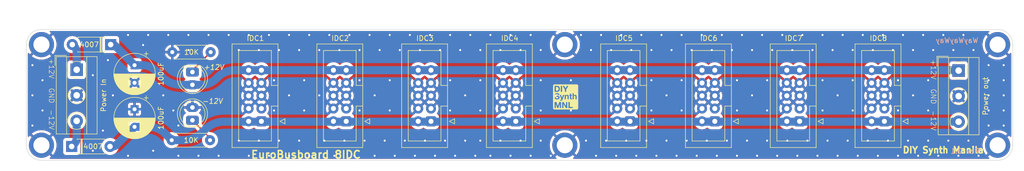
<source format=kicad_pcb>
(kicad_pcb (version 20221018) (generator pcbnew)
  (title_block (title "EuroBusboard 8") (date "2024-01-02") (rev "0.1") (company "DIYSynthMNL"))
  (layers (0 "F.Cu" signal) (31 "B.Cu" signal) (34 "B.Paste" user) (35 "F.Paste" user) (36 "B.SilkS" user "B.Silkscreen") (37 "F.SilkS" user "F.Silkscreen") (38 "B.Mask" user) (39 "F.Mask" user) (44 "Edge.Cuts" user))
  (net 0 "")
  (net 1 "Board_0-/EuroBusboard8_IDC/+12VIN_IDC")
  (net 2 "Board_0-/EuroBusboard8_IDC/+12V_IDC")
  (net 3 "Board_0-/EuroBusboard8_IDC/-12VIN_IDC")
  (net 4 "Board_0-/EuroBusboard8_IDC/-12V_IDC")
  (net 5 "Board_0-/EuroBusboard8_IDC/GND_IDC")
  (net 6 "Board_0-Net-(D13-K)")
  (net 7 "Board_0-Net-(D15-K)")
  (footprint "DIYSynthMNL:IDC-Header_2x05_P2.54mm_Vertical_BigPads" (layer "F.Cu") (at 114.055363 38.25 180)
    (fp_text reference "J24" hide)
    (fp_text value "IDC2")
  )
  (footprint "DIYSynthMNL:MountingHole_M3_Standoff_Pad" (layer "F.Cu") (at 243.500008 23)
    (fp_text reference "H9")
    (fp_text value "MountingHole_Pad" hide)
  )
  (footprint "DIYSynthMNL:TerminalBlock_MetzConnect_Type101_RT01603HBWC_1x03_P5.08mm_Horizontal" (layer "F.Cu") (at 60.500008 28 -90)
    (fp_text reference "J43" hide)
    (fp_text value "Power In")
  )
  (footprint "DIYSynthMNL:LED_D5.0mm_BigPads" (layer "F.Cu") (at 83.500008 36.77 90)
    (fp_text reference "D15" hide)
    (fp_text value "-12V")
  )
  (footprint "DIYSynthMNL:MountingHole_M3_Standoff_Pad" (layer "F.Cu") (at 53.500008 43)
    (fp_text reference "H11")
    (fp_text value "MountingHole_Pad" hide)
  )
  (footprint "DIYSynthMNL:TerminalBlock_MetzConnect_Type101_RT01603HBWC_1x03_P5.08mm_Horizontal" (layer "F.Cu") (at 235.750008 28.165 -90)
    (fp_text reference "J44" hide)
    (fp_text value "Power out")
  )
  (footprint "DIYSynthMNL:IDC-Header_2x05_P2.54mm_Vertical_BigPads" (layer "F.Cu") (at 97.206792 38.25 180)
    (fp_text reference "J23" hide)
    (fp_text value "IDC1")
  )
  (footprint "DIYSynthMNL:LED_D5.0mm_BigPads" (layer "F.Cu") (at 83.500008 29.73 -90)
    (fp_text reference "D13" hide)
    (fp_text value "+12V")
  )
  (footprint "DIYSynthMNL:D_DO-41_SOD81_P7.62mm_Horizontal_BigPads" (layer "F.Cu") (at 67.250008 23 180)
    (fp_text reference "D14" hide)
    (fp_text value "4007")
  )
  (footprint "DIYSynthMNL:MountingHole_M3_Standoff_Pad" (layer "F.Cu") (at 243.500008 43)
    (fp_text reference "H12")
    (fp_text value "MountingHole_Pad" hide)
  )
  (footprint "DIYSynthMNL:MountingHole_M3_Standoff_Pad" (layer "F.Cu") (at 157.500008 43)
    (fp_text reference "H8")
    (fp_text value "MountingHole_Pad" hide)
  )
  (footprint "DIYSynthMNL:IDC-Header_2x05_P2.54mm_Vertical_BigPads" (layer "F.Cu") (at 221.000008 38.25 180)
    (fp_text reference "J30" hide)
    (fp_text value "IDC8")
  )
  (footprint "DIYSynthMNL:MountingHole_M3_Standoff_Pad" (layer "F.Cu") (at 53.500008 23)
    (fp_text reference "H7")
    (fp_text value "MountingHole_Pad" hide)
  )
  (footprint "DIYSynthMNL:R_quarter_watt_L6.3mm_D2.5mm_P7.62mm" (layer "F.Cu") (at 79.500008 24.5)
    (fp_text reference "R7" hide)
    (fp_text value "10K")
  )
  (footprint "DIYSynthMNL:IDC-Header_2x05_P2.54mm_Vertical_BigPads" (layer "F.Cu") (at 170.454292 38.25 180)
    (fp_text reference "J27" hide)
    (fp_text value "IDC5")
  )
  (footprint "Capacitor_THT:CP_Radial_D8.0mm_P3.50mm" (layer "F.Cu") (at 72.000008 27.097349 -90)
    (fp_text reference "C7" hide)
    (fp_text value "100uF")
  )
  (footprint "DIYSynthMNL:D_DO-41_SOD81_P7.62mm_Horizontal_BigPads" (layer "F.Cu") (at 59.500008 43.25)
    (fp_text reference "D16" hide)
    (fp_text value "4007")
  )
  (footprint "Capacitor_THT:CP_Radial_D8.0mm_P3.50mm" (layer "F.Cu") (at 72.000008 35.847349 -90)
    (fp_text reference "C8" hide)
    (fp_text value "100uF")
  )
  (footprint "DIYSynthMNL:IDC-Header_2x05_P2.54mm_Vertical_BigPads" (layer "F.Cu") (at 130.903934 38.25 180)
    (fp_text reference "J25" hide)
    (fp_text value "IDC3")
  )
  (footprint "DIYSynthMNL:R_quarter_watt_L6.3mm_D2.5mm_P7.62mm" (layer "F.Cu") (at 79.380008 42)
    (fp_text reference "R8" hide)
    (fp_text value "10K")
  )
  (footprint "DIYSynthMNL:IDC-Header_2x05_P2.54mm_Vertical_BigPads" (layer "F.Cu") (at 204.151434 38.25 180)
    (fp_text reference "J29" hide)
    (fp_text value "IDC7")
  )
  (footprint "DIYSynthMNL:MountingHole_M3_Standoff_Pad" (layer "F.Cu") (at 157.500008 23)
    (fp_text reference "H10")
    (fp_text value "MountingHole_Pad" hide)
  )
  (footprint "PCM_kikit:Board" (layer "F.Cu") (at 54.804292 19.99)
    (fp_text reference "B2")
    (fp_text value "Board")
  )
  (footprint "DIYSynthMNL:IDC-Header_2x05_P2.54mm_Vertical_BigPads" (layer "F.Cu") (at 187.302863 38.25 180)
    (fp_text reference "J28" hide)
    (fp_text value "IDC6")
  )
  (footprint "DIYSynthMNL:IDC-Header_2x05_P2.54mm_Vertical_BigPads" (layer "F.Cu") (at 147.752505 38.25 180)
    (fp_text reference "J26" hide)
    (fp_text value "IDC4")
  )
  (gr_poly (pts (xy 159.875116 30.90506) (xy 159.890348 30.906211) (xy 159.905353 30.908107) (xy 159.920113 30.910729) (xy 159.93461 30.914058) (xy 159.948825 30.918077) (xy 159.96274 30.922766) (xy 159.976336 30.928108) (xy 159.989594 30.934083) (xy 160.002496 30.940673) (xy 160.015024 30.94786) (xy 160.027159 30.955625) (xy 160.038882 30.96395) (xy 160.050175 30.972815) (xy 160.06102 30.982204) (xy 160.071398 30.992096) (xy 160.08129 31.002474) (xy 160.090679 31.013319) (xy 160.099544 31.024612) (xy 160.107869 31.036335) (xy 160.115634 31.04847) (xy 160.122821 31.060998) (xy 160.129411 31.0739) (xy 160.135386 31.087158) (xy 160.140728 31.100754) (xy 160.145417 31.114669) (xy 160.149436 31.128884) (xy 160.152765 31.143381) (xy 160.155387 31.158141) (xy 160.157283 31.173147) (xy 160.158434 31.188378) (xy 160.158822 31.203818) (xy 160.158822 35.605526) (xy 160.158434 35.620966) (xy 160.157283 35.636198) (xy 160.155387 35.651203) (xy 160.152765 35.665963) (xy 160.149436 35.68046) (xy 160.145417 35.694675) (xy 160.140728 35.70859) (xy 160.135386 35.722186) (xy 160.129411 35.735444) (xy 160.122821 35.748346) (xy 160.115634 35.760874) (xy 160.107869 35.773009) (xy 160.099544 35.784732) (xy 160.090679 35.796026) (xy 160.08129 35.80687) (xy 160.071398 35.817248) (xy 160.06102 35.82714) (xy 160.050175 35.836529) (xy 160.038882 35.845394) (xy 160.027159 35.853719) (xy 160.015024 35.861484) (xy 160.002496 35.868671) (xy 159.989594 35.875261) (xy 159.976336 35.881236) (xy 159.96274 35.886578) (xy 159.948825 35.891267) (xy 159.93461 35.895286) (xy 159.920113 35.898615) (xy 159.905353 35.901237) (xy 159.890348 35.903133) (xy 159.875116 35.904284) (xy 159.859676 35.904672) (xy 155.457968 35.904672) (xy 155.442528 35.904284) (xy 155.427297 35.903133) (xy 155.412291 35.901237) (xy 155.397531 35.898615) (xy 155.383034 35.895286) (xy 155.368819 35.891267) (xy 155.354904 35.886578) (xy 155.341308 35.881236) (xy 155.32805 35.875261) (xy 155.315148 35.868671) (xy 155.30262 35.861484) (xy 155.290485 35.853719) (xy 155.278762 35.845394) (xy 155.267468 35.836529) (xy 155.256624 35.82714) (xy 155.246246 35.817248) (xy 155.236354 35.80687) (xy 155.226965 35.796026) (xy 155.2181 35.784732) (xy 155.209775 35.773009) (xy 155.20201 35.760874) (xy 155.194823 35.748346) (xy 155.188233 35.735444) (xy 155.182258 35.722186) (xy 155.176916 35.70859) (xy 155.172227 35.694675) (xy 155.168208 35.68046) (xy 155.164879 35.665963) (xy 155.162257 35.651203) (xy 155.160361 35.636198) (xy 155.15921 35.620966) (xy 155.158823 35.605526) (xy 155.158823 35.535837) (xy 155.463378 35.535837) (xy 155.463402 35.540434) (xy 155.463476 35.545028) (xy 155.463601 35.54962) (xy 155.463776 35.55421) (xy 155.464004 35.558801) (xy 155.464285 35.563392) (xy 155.464619 35.567986) (xy 155.465008 35.572583) (xy 155.465249 35.574643) (xy 155.465556 35.576643) (xy 155.465929 35.578582) (xy 155.466366 35.580459) (xy 155.466869 35.582273) (xy 155.467437 35.584023) (xy 155.468071 35.58571) (xy 155.46877 35.587332) (xy 155.469534 35.588889) (xy 155.470363 35.590379) (xy 155.471258 35.591803) (xy 155.472218 35.59316) (xy 155.473244 35.594448) (xy 155.474335 35.595667) (xy 155.475491 35.596817) (xy 155.476713 35.597897) (xy 155.477986 35.598916) (xy 155.479298 35.599884) (xy 155.480648 35.6008) (xy 155.482037 35.601665) (xy 155.483464 35.602478) (xy 155.48493 35.603239) (xy 155.486436 35.603948) (xy 155.48798 35.604605) (xy 155.489563 35.60521) (xy 155.491186 35.605762) (xy 155.492848 35.606262) (xy 155.49455 35.606709) (xy 155.496291 35.607104) (xy 155.498072 35.607445) (xy 155.499893 35.607733) (xy 155.501755 35.607968) (xy 155.622067 35.607968) (xy 155.62542 35.607992) (xy 155.628786 35.608066) (xy 155.632161 35.608191) (xy 155.635541 35.608366) (xy 155.63892 35.608594) (xy 155.642295 35.608875) (xy 155.645662 35.609209) (xy 155.649015 35.609598) (xy 155.652332 35.609537) (xy 155.655594 35.609358) (xy 155.658801 35.609066) (xy 155.661956 35.608664) (xy 155.665057 35.608158) (xy 155.668108 35.607552) (xy 155.671107 35.60685) (xy 155.674057 35.606058) (xy 155.67631 35.605608) (xy 155.678471 35.605094) (xy 155.68054 35.604516) (xy 155.682517 35.603875) (xy 155.684402 35.603168) (xy 155.686194 35.602398) (xy 155.687896 35.601562) (xy 155.689505 35.600661) (xy 155.690276 35.600186) (xy 155.691023 35.599695) (xy 155.691748 35.599187) (xy 155.69245 35.598663) (xy 155.693129 35.598123) (xy 155.693785 35.597566) (xy 155.694419 35.596993) (xy 155.69503 35.596403) (xy 155.695618 35.595797) (xy 155.696183 35.595174) (xy 155.696726 35.594534) (xy 155.697246 35.593878) (xy 155.697744 35.593205) (xy 155.698218 35.592516) (xy 155.69867 35.59181) (xy 155.6991 35.591087) (xy 155.699906 35.590022) (xy 155.700658 35.588917) (xy 155.701355 35.587772) (xy 155.701997 35.586587) (xy 155.702586 35.585363) (xy 155.703122 35.5841) (xy 155.703604 35.582797) (xy 155.704034 35.581454) (xy 155.704411 35.580073) (xy 155.704737 35.578652) (xy 155.705012 35.577192) (xy 155.705235 35.575694) (xy 155.705409 35.574156) (xy 155.705532 35.57258) (xy 155.705605 35.570965) (xy 155.70563 35.569312) (xy 155.70563 35.015934) (xy 155.706401 35.006701) (xy 155.707005 34.997425) (xy 155.707231 34.992784) (xy 155.707399 34.988148) (xy 155.707504 34.983524) (xy 155.70754 34.978915) (xy 155.70754 34.942169) (xy 155.707503 34.938852) (xy 155.707397 34.93559) (xy 155.707228 34.932382) (xy 155.707001 34.929228) (xy 155.706722 34.926126) (xy 155.706397 34.923076) (xy 155.706031 34.920077) (xy 155.70563 34.917127) (xy 155.70569 34.91381) (xy 155.705869 34.910548) (xy 155.706162 34.90734) (xy 155.706564 34.904186) (xy 155.70707 34.901084) (xy 155.707676 34.898034) (xy 155.708378 34.895035) (xy 155.70917 34.892085) (xy 155.709953 34.889158) (xy 155.710626 34.886232) (xy 155.711189 34.883305) (xy 155.711645 34.880379) (xy 155.711996 34.877453) (xy 155.712244 34.874527) (xy 155.712391 34.871601) (xy 155.71244 34.868676) (xy 155.712473 34.867237) (xy 155.712574 34.865847) (xy 155.712741 34.864506) (xy 155.71285 34.863855) (xy 155.712975 34.863216) (xy 155.713117 34.86259) (xy 155.713275 34.861977) (xy 155.71345 34.861376) (xy 155.713642 34.860788) (xy 155.713849 34.860213) (xy 155.714074 34.859651) (xy 155.714314 34.859102) (xy 155.714571 34.858566) (xy 155.714844 34.858043) (xy 155.715134 34.857533) (xy 155.71544 34.857036) (xy 155.715762 34.856552) (xy 155.7161 34.856082) (xy 155.716454 34.855625) (xy 155.716825 34.855181) (xy 155.717211 34.854751) (xy 155.717614 34.854335) (xy 155.718033 34.853931) (xy 155.718467 34.853542) (xy 155.718918 34.853166) (xy 155.719385 34.852803) (xy 155.719867 34.852455) (xy 155.720366 34.85212) (xy 155.72088 34.851799) (xy 155.721499 34.851407) (xy 155.722101 34.851067) (xy 155.722396 34.850917) (xy 155.722687 34.85078) (xy 155.722973 34.850656) (xy 155.723256 34.850544) (xy 155.723535 34.850446) (xy 155.72381 34.850362) (xy 155.724081 34.85029) (xy 155.724349 34.850231) (xy 155.724613 34.850185) (xy 155.724874 34.850152) (xy 155.725131 34.850133) (xy 155.725385 34.850126) (xy 155.725635 34.850133) (xy 155.725883 34.850152) (xy 155.726127 34.850185) (xy 155.726368 34.850231) (xy 155.726606 34.85029) (xy 155.726841 34.850362) (xy 155.727074 34.850446) (xy 155.727303 34.850544) (xy 155.72753 34.850656) (xy 155.727755 34.85078) (xy 155.727976 34.850917) (xy 155.728196 34.851067) (xy 155.728413 34.85123) (xy 155.728627 34.851407) (xy 155.72884 34.851596) (xy 155.72905 34.851799) (xy 155.729471 34.852017) (xy 155.729894 34.852251) (xy 155.730319 34.852501) (xy 155.730745 34.852766) (xy 155.731173 34.853045) (xy 155.731601 34.853339) (xy 155.732029 34.853647) (xy 155.732458 34.853968) (xy 155.732887 34.854302) (xy 155.733316 34.854648) (xy 155.733743 34.855007) (xy 155.73417 34.855378) (xy 155.734595 34.85576) (xy 155.735019 34.856152) (xy 155.73586 34.856969) (xy 155.738347 34.860859) (xy 155.74079 34.865004) (xy 155.743187 34.869406) (xy 155.745534 34.874068) (xy 155.747828 34.878992) (xy 155.750067 34.884178) (xy 155.752248 34.88963) (xy 155.754369 34.895349) (xy 155.758881 34.905433) (xy 155.763222 34.915618) (xy 155.767397 34.925905) (xy 155.77141 34.936295) (xy 155.775267 34.94679) (xy 155.778971 34.957391) (xy 155.782529 34.968098) (xy 155.785943 34.978914) (xy 155.792761 35.000579) (xy 155.799816 35.022068) (xy 155.80708 35.043347) (xy 155.814524 35.064384) (xy 155.821103 35.08204) (xy 155.827465 35.099896) (xy 155.833617 35.11796) (xy 155.839566 35.136244) (xy 155.845518 35.154429) (xy 155.85167 35.172194) (xy 155.858031 35.18954) (xy 155.864609 35.206471) (xy 155.866622 35.210653) (xy 155.868477 35.214838) (xy 155.870175 35.219024) (xy 155.871716 35.223211) (xy 155.873101 35.227398) (xy 155.874329 35.231584) (xy 155.8754 35.235769) (xy 155.876314 35.239951) (xy 155.877595 35.244133) (xy 155.878927 35.248318) (xy 155.880312 35.252504) (xy 155.881749 35.256691) (xy 155.883238 35.260878) (xy 155.884779 35.265064) (xy 155.886373 35.269249) (xy 155.888019 35.273431) (xy 155.888221 35.273854) (xy 155.888408 35.274285) (xy 155.888582 35.274726) (xy 155.888742 35.275178) (xy 155.888889 35.27564) (xy 155.889023 35.276113) (xy 155.889143 35.276598) (xy 155.889251 35.277096) (xy 155.889345 35.277607) (xy 155.889426 35.278132) (xy 155.889495 35.278671) (xy 155.889551 35.279225) (xy 155.889594 35.279795) (xy 155.889625 35.28038) (xy 155.889643 35.280982) (xy 155.889649 35.281601) (xy 155.890078 35.282832) (xy 155.890519 35.284016) (xy 155.890969 35.285152) (xy 155.891423 35.286238) (xy 155.891877 35.287272) (xy 155.892325 35.288251) (xy 155.892765 35.289175) (xy 155.893189 35.290041) (xy 155.894837 35.294224) (xy 155.896431 35.298408) (xy 155.897972 35.302594) (xy 155.89946 35.306781) (xy 155.900896 35.310968) (xy 155.90228 35.315155) (xy 155.903613 35.319339) (xy 155.904894 35.323522) (xy 155.9062 35.327679) (xy 155.907607 35.33179) (xy 155.909116 35.335852) (xy 155.910729 35.339863) (xy 155.912446 35.343822) (xy 155.914268 35.347727) (xy 155.916196 35.351576) (xy 155.918231 35.355369) (xy 155.918433 35.355995) (xy 155.918621 35.356623) (xy 155.918956 35.35788) (xy 155.919236 35.35914) (xy 155.919464 35.360401) (xy 155.919639 35.361662) (xy 155.919763 35.362922) (xy 155.919837 35.364182) (xy 155.919861 35.365439) (xy 155.920278 35.366293) (xy 155.920689 35.367186) (xy 155.921095 35.368121) (xy 155.9215 35.369105) (xy 155.921904 35.37014) (xy 155.922309 35.371233) (xy 155.922718 35.372388) (xy 155.923131 35.373609) (xy 155.925191 35.378682) (xy 155.927194 35.383864) (xy 155.92914 35.389154) (xy 155.931033 35.39455) (xy 155.932874 35.40005) (xy 155.934665 35.405653) (xy 155.936407 35.411357) (xy 155.938102 35.417161) (xy 155.939809 35.422575) (xy 155.941582 35.427944) (xy 155.943417 35.433266) (xy 155.945308 35.438538) (xy 155.947251 35.443758) (xy 155.949241 35.448923) (xy 155.951274 35.454031) (xy 155.953345 35.459079) (xy 155.958245 35.47405) (xy 155.960282 35.479098) (xy 155.962211 35.484205) (xy 155.964033 35.489371) (xy 155.96575 35.494591) (xy 155.967362 35.499863) (xy 155.96887 35.505185) (xy 155.970277 35.510554) (xy 155.971583 35.515968) (xy 155.97329 35.520979) (xy 155.975063 35.525982) (xy 155.976898 35.53098) (xy 155.978789 35.535974) (xy 155.982722 35.545966) (xy 155.986826 35.555981) (xy 155.993097 35.570156) (xy 155.998531 35.582656) (xy 155.999189 35.583905) (xy 155.999909 35.585143) (xy 156.000692 35.586371) (xy 156.001537 35.587587) (xy 156.002446 35.588791) (xy 156.003419 35.589983) (xy 156.004457 35.591163) (xy 156.005559 35.59233) (xy 156.006727 35.593484) (xy 156.00796 35.594624) (xy 156.00926 35.595751) (xy 156.010626 35.596864) (xy 156.01206 35.597962) (xy 156.013561 35.599045) (xy 156.01513 35.600112) (xy 156.016768 35.601165) (xy 156.017631 35.601781) (xy 156.018548 35.602374) (xy 156.019519 35.602942) (xy 156.020543 35.603486) (xy 156.02162 35.604005) (xy 156.02275 35.604499) (xy 156.023932 35.604967) (xy 156.025167 35.60541) (xy 156.026455 35.605826) (xy 156.027794 35.606216) (xy 156.029185 35.606578) (xy 156.030628 35.606914) (xy 156.032122 35.607221) (xy 156.033668 35.607501) (xy 156.035264 35.607752) (xy 156.036911 35.607975) (xy 156.040277 35.608364) (xy 156.043686 35.608698) (xy 156.047142 35.608978) (xy 156.050648 35.609206) (xy 156.054205 35.609382) (xy 156.057818 35.609506) (xy 156.061489 35.60958) (xy 156.06522 35.609605) (xy 156.097068 35.609605) (xy 156.101178 35.609216) (xy 156.105141 35.608882) (xy 156.108955 35.608601) (xy 156.112615 35.608374) (xy 156.116118 35.608198) (xy 156.119461 35.608074) (xy 156.122639 35.607999) (xy 156.125649 35.607975) (xy 156.164029 35.607975) (xy 156.166907 35.607182) (xy 156.169685 35.606481) (xy 156.172363 35.605875) (xy 156.174938 35.605369) (xy 156.177409 35.604967) (xy 156.179772 35.604674) (xy 156.180914 35.60457) (xy 156.182028 35.604496) (xy 156.183114 35.60445) (xy 156.184172 35.604435) (xy 156.185216 35.604204) (xy 156.186257 35.603934) (xy 156.187297 35.603622) (xy 156.188335 35.603271) (xy 156.189371 35.602879) (xy 156.190407 35.602448) (xy 156.191441 35.601977) (xy 156.192476 35.601467) (xy 156.19351 35.600918) (xy 156.194544 35.60033) (xy 156.19558 35.599703) (xy 156.196616 35.599038) (xy 156.197653 35.598334) (xy 156.198692 35.597592) (xy 156.199733 35.596812) (xy 156.200776 35.595995) (xy 156.201802 35.595147) (xy 156.202788 35.594276) (xy 156.203735 35.59338) (xy 156.204643 35.59246) (xy 156.205512 35.591516) (xy 156.206342 35.590546) (xy 156.207132 35.589551) (xy 156.207883 35.58853) (xy 156.208595 35.587482) (xy 156.209268 35.586409) (xy 156.209901 35.585308) (xy 156.210495 35.584181) (xy 156.21105 35.583025) (xy 156.211566 35.581842) (xy 156.212043 35.580631) (xy 156.212481 35.579391) (xy 156.214993 35.574263) (xy 156.217513 35.568919) (xy 156.220035 35.563367) (xy 156.222552 35.557615) (xy 156.224589 35.553018) (xy 156.226518 35.548424) (xy 156.22834 35.543832) (xy 156.230057 35.539242) (xy 156.231668 35.534651) (xy 156.233177 35.530059) (xy 156.234584 35.525466) (xy 156.23589 35.520869) (xy 156.237196 35.515881) (xy 156.238603 35.510952) (xy 156.240112 35.506079) (xy 156.241725 35.50126) (xy 156.243442 35.496494) (xy 156.245264 35.491778) (xy 156.247192 35.48711) (xy 156.249227 35.482489) (xy 156.249634 35.481862) (xy 156.250019 35.481234) (xy 156.250382 35.480606) (xy 156.250721 35.479977) (xy 156.251036 35.479347) (xy 156.251327 35.478717) (xy 156.251593 35.478087) (xy 156.251833 35.477457) (xy 156.252047 35.476826) (xy 156.252235 35.476195) (xy 156.252395 35.475565) (xy 156.252528 35.474935) (xy 156.252631 35.474305) (xy 156.252706 35.473675) (xy 156.252752 35.473046) (xy 156.252767 35.472418) (xy 156.252779 35.471791) (xy 156.252816 35.471163) (xy 156.252878 35.470535) (xy 156.252964 35.469906) (xy 156.253076 35.469276) (xy 156.253214 35.468646) (xy 156.253377 35.468016) (xy 156.253566 35.467386) (xy 156.253781 35.466755) (xy 156.254022 35.466125) (xy 156.25429 35.465494) (xy 156.254585 35.464864) (xy 156.254907 35.464234) (xy 156.255256 35.463604) (xy 156.255633 35.462975) (xy 156.256037 35.462347) (xy 156.265031 35.438112) (xy 156.273613 35.413895) (xy 156.281777 35.389678) (xy 156.289517 35.365444) (xy 156.293358 35.352921) (xy 156.297355 35.340441) (xy 156.301509 35.328007) (xy 156.30582 35.315622) (xy 156.310287 35.303289) (xy 156.314911 35.291011) (xy 156.319692 35.278793) (xy 156.324631 35.266636) (xy 156.326253 35.262454) (xy 156.327773 35.258269) (xy 156.32919 35.254083) (xy 156.330503 35.249896) (xy 156.331712 35.245709) (xy 156.332815 35.241523) (xy 156.333812 35.237338) (xy 156.334702 35.233156) (xy 156.335982 35.22901) (xy 156.337315 35.22493) (xy 156.338699 35.220912) (xy 156.340136 35.21695) (xy 156.341625 35.213041) (xy 156.343167 35.20918) (xy 156.344761 35.205361) (xy 156.346407 35.201581) (xy 156.348419 35.197398) (xy 156.350274 35.193214) (xy 156.351972 35.189028) (xy 156.353514 35.184841) (xy 156.354898 35.180654) (xy 156.356126 35.176468) (xy 156.357197 35.172283) (xy 156.358112 35.168101) (xy 156.359392 35.163943) (xy 156.360725 35.159832) (xy 156.362109 35.15577) (xy 156.363546 35.151759) (xy 156.365035 35.1478) (xy 156.366577 35.143895) (xy 156.36817 35.140046) (xy 156.369817 35.136254) (xy 156.370223 35.135627) (xy 156.3706 35.134999) (xy 156.37095 35.134371) (xy 156.371273 35.133742) (xy 156.371568 35.133112) (xy 156.371836 35.132482) (xy 156.372077 35.131852) (xy 156.372292 35.131222) (xy 156.37248 35.130591) (xy 156.372643 35.129961) (xy 156.372779 35.12933) (xy 156.372891 35.1287) (xy 156.372977 35.12807) (xy 156.373038 35.12744) (xy 156.373075 35.126811) (xy 156.373087 35.126183) (xy 156.373099 35.125352) (xy 156.373136 35.124535) (xy 156.373197 35.123732) (xy 156.373284 35.122941) (xy 156.373396 35.122164) (xy 156.373533 35.1214) (xy 156.373696 35.12065) (xy 156.373885 35.119912) (xy 156.374101 35.119188) (xy 156.374342 35.118476) (xy 156.37461 35.117778) (xy 156.374905 35.117092) (xy 156.375227 35.116419) (xy 156.375576 35.11576) (xy 156.375952 35.115112) (xy 156.376357 35.114478) (xy 156.380419 35.103597) (xy 156.384259 35.092702) (xy 156.38789 35.081808) (xy 156.391328 35.070927) (xy 156.393034 35.0655) (xy 156.394807 35.060088) (xy 156.398533 35.049287) (xy 156.402466 35.038485) (xy 156.406571 35.027646) (xy 156.407182 35.026391) (xy 156.407765 35.025135) (xy 156.408844 35.022618) (xy 156.409812 35.020097) (xy 156.410672 35.017575) (xy 156.411427 35.015053) (xy 156.412082 35.012532) (xy 156.412638 35.010015) (xy 156.413101 35.007503) (xy 156.419911 34.98736) (xy 156.424799 34.973964) (xy 156.429449 34.960549) (xy 156.433889 34.947133) (xy 156.438148 34.933737) (xy 156.443176 34.920482) (xy 156.448219 34.90746) (xy 156.458291 34.882019) (xy 156.465101 34.865415) (xy 156.465734 34.864172) (xy 156.466381 34.862952) (xy 156.467041 34.861755) (xy 156.467714 34.860582) (xy 156.468399 34.859434) (xy 156.469098 34.858311) (xy 156.46981 34.857212) (xy 156.470535 34.85614) (xy 156.471273 34.855093) (xy 156.472024 34.854074) (xy 156.472788 34.853081) (xy 156.473566 34.852115) (xy 156.474356 34.851178) (xy 156.475159 34.850269) (xy 156.475976 34.849389) (xy 156.476806 34.848538) (xy 156.477015 34.848324) (xy 156.477222 34.8481) (xy 156.477428 34.847865) (xy 156.477633 34.847618) (xy 156.477837 34.847359) (xy 156.47804 34.847088) (xy 156.478242 34.846804) (xy 156.478444 34.846508) (xy 156.478848 34.845876) (xy 156.479254 34.845188) (xy 156.479662 34.844443) (xy 156.480076 34.843638) (xy 156.480501 34.843241) (xy 156.480941 34.842884) (xy 156.481395 34.842567) (xy 156.481864 34.842289) (xy 156.482346 34.842051) (xy 156.482843 34.841853) (xy 156.483352 34.841693) (xy 156.483876 34.841573) (xy 156.484412 34.841492) (xy 156.484961 34.84145) (xy 156.485523 34.841446) (xy 156.486097 34.841482) (xy 156.486684 34.841556) (xy 156.487283 34.841668) (xy 156.487893 34.841819) (xy 156.488516 34.842008) (xy 156.489731 34.842464) (xy 156.490869 34.842995) (xy 156.49193 34.843604) (xy 156.492912 34.844288) (xy 156.493816 34.84505) (xy 156.494643 34.845889) (xy 156.495391 34.846806) (xy 156.49606 34.847801) (xy 156.496652 34.848874) (xy 156.497164 34.850026) (xy 156.497598 34.851257) (xy 156.497954 34.852568) (xy 156.498231 34.853958) (xy 156.498428 34.855429) (xy 156.498547 34.85698) (xy 156.498587 34.858612) (xy 156.498636 34.861929) (xy 156.498784 34.865191) (xy 156.499033 34.868398) (xy 156.499385 34.871553) (xy 156.499842 34.874655) (xy 156.500405 34.877705) (xy 156.501076 34.880704) (xy 156.501857 34.883654) (xy 156.502254 34.885335) (xy 156.502611 34.887032) (xy 156.502929 34.888744) (xy 156.503207 34.890472) (xy 156.503445 34.892215) (xy 156.503643 34.893972) (xy 156.503803 34.895742) (xy 156.503923 34.897527) (xy 156.504004 34.899324) (xy 156.504046 34.901134) (xy 156.504013 34.904791) (xy 156.503827 34.908492) (xy 156.503487 34.912235) (xy 156.503487 34.982462) (xy 156.503585 34.992674) (xy 156.503885 35.003266) (xy 156.504394 35.014276) (xy 156.505117 35.025742) (xy 156.505117 35.569336) (xy 156.505144 35.57099) (xy 156.505226 35.572605) (xy 156.505363 35.574181) (xy 156.505554 35.575719) (xy 156.505798 35.577218) (xy 156.506095 35.578678) (xy 156.506446 35.580099) (xy 156.506849 35.581481) (xy 156.507305 35.582823) (xy 156.507812 35.584127) (xy 156.508371 35.58539) (xy 156.508981 35.586615) (xy 156.509642 35.587799) (xy 156.510353 35.588944) (xy 156.511115 35.590048) (xy 156.511927 35.591113) (xy 156.512769 35.592333) (xy 156.513622 35.593489) (xy 156.514487 35.594579) (xy 156.515364 35.595605) (xy 156.516253 35.596565) (xy 156.517155 35.59746) (xy 156.518069 35.59829) (xy 156.518996 35.599055) (xy 156.519936 35.599754) (xy 156.520889 35.600388) (xy 156.521856 35.600956) (xy 156.522836 35.601459) (xy 156.52383 35.601897) (xy 156.524838 35.602269) (xy 156.525861 35.602576) (xy 156.526898 35.602816) (xy 156.529458 35.603269) (xy 156.532123 35.603783) (xy 156.537765 35.604985) (xy 156.543826 35.606395) (xy 156.550307 35.607986) (xy 156.70927 35.607986) (xy 156.711131 35.60775) (xy 156.712952 35.60746) (xy 156.714733 35.607118) (xy 156.716475 35.606723) (xy 156.718176 35.606276) (xy 156.719839 35.605776) (xy 156.721461 35.605224) (xy 156.723045 35.604619) (xy 156.724589 35.603963) (xy 156.726094 35.603254) (xy 156.72756 35.602494) (xy 156.728987 35.601681) (xy 156.730376 35.600817) (xy 156.731726 35.599901) (xy 156.733038 35.598934) (xy 156.734312 35.597916) (xy 156.735527 35.596835) (xy 156.736665 35.595685) (xy 156.737726 35.594465) (xy 156.738708 35.593177) (xy 156.739612 35.59182) (xy 156.740438 35.590396) (xy 156.741186 35.588906) (xy 156.741856 35.587349) (xy 156.742447 35.585727) (xy 156.74296 35.584041) (xy 156.743394 35.58229) (xy 156.74375 35.580477) (xy 156.744026 35.5786) (xy 156.744224 35.576662) (xy 156.744343 35.574662) (xy 156.744382 35.572602) (xy 156.744772 35.568005) (xy 156.745107 35.563411) (xy 156.745387 35.558819) (xy 156.745615 35.554229) (xy 156.74579 35.549638) (xy 156.745914 35.545046) (xy 156.745988 35.540453) (xy 156.746012 35.535856) (xy 156.746012 35.524142) (xy 156.980101 35.524142) (xy 156.980199 35.537968) (xy 156.980499 35.550993) (xy 156.981007 35.563182) (xy 156.981342 35.568951) (xy 156.98173 35.574499) (xy 156.98222 35.577163) (xy 156.982852 35.579718) (xy 156.983627 35.582167) (xy 156.984546 35.584509) (xy 156.985607 35.586744) (xy 156.986812 35.588874) (xy 156.98816 35.590898) (xy 156.989652 35.592817) (xy 156.991288 35.594631) (xy 156.993067 35.596341) (xy 156.994991 35.597948) (xy 156.997059 35.599451) (xy 156.99927 35.600852) (xy 157.001627 35.60215) (xy 157.004127 35.603346) (xy 157.006773 35.604441) (xy 157.009333 35.605233) (xy 157.011998 35.605935) (xy 157.014767 35.606541) (xy 157.01764 35.607047) (xy 157.020618 35.607449) (xy 157.023701 35.607742) (xy 157.026889 35.60792) (xy 157.030181 35.607981) (xy 157.159204 35.607981) (xy 157.163716 35.607945) (xy 157.168057 35.607839) (xy 157.172232 35.607669) (xy 157.176245 35.607442) (xy 157.180102 35.607163) (xy 157.183807 35.606838) (xy 157.187364 35.606472) (xy 157.190779 35.606071) (xy 157.192634 35.605829) (xy 157.194437 35.605522) (xy 157.196188 35.60515) (xy 157.197886 35.604712) (xy 157.199532 35.60421) (xy 157.201126 35.603641) (xy 157.202668 35.603008) (xy 157.204157 35.602309) (xy 157.205594 35.601545) (xy 157.206979 35.600715) (xy 157.208311 35.599821) (xy 157.209591 35.59886) (xy 157.210819 35.597835) (xy 157.211994 35.596744) (xy 157.213117 35.595588) (xy 157.214188 35.594366) (xy 157.215202 35.592845) (xy 157.216152 35.591208) (xy 157.217039 35.589455) (xy 157.21786 35.587585) (xy 157.218618 35.585599) (xy 157.21931 35.583496) (xy 157.219938 35.581276) (xy 157.2205 35.578939) (xy 157.220997 35.576484) (xy 157.221428 35.573911) (xy 157.221794 35.57122) (xy 157.222094 35.568411) (xy 157.222327 35.565483) (xy 157.222494 35.562436) (xy 157.222594 35.559271) (xy 157.222628 35.555986) (xy 157.222628 35.537477) (xy 157.223024 35.536433) (xy 157.223381 35.535392) (xy 157.223699 35.534352) (xy 157.223976 35.533314) (xy 157.224214 35.532278) (xy 157.224413 35.531243) (xy 157.224572 35.530208) (xy 157.224692 35.529174) (xy 157.224774 35.528139) (xy 157.224816 35.527105) (xy 157.224819 35.526069) (xy 157.224784 35.525033) (xy 157.22471 35.523996) (xy 157.224597 35.522957) (xy 157.224447 35.521916) (xy 157.224257 35.520873) (xy 157.224257 34.883658) (xy 157.224511 34.88179) (xy 157.224855 34.879951) (xy 157.225289 34.878138) (xy 157.225813 34.876354) (xy 157.226427 34.874596) (xy 157.227132 34.872865) (xy 157.227928 34.87116) (xy 157.228816 34.869482) (xy 157.229795 34.867831) (xy 157.230865 34.866205) (xy 157.232028 34.864605) (xy 157.233283 34.86303) (xy 157.23463 34.861481) (xy 157.23607 34.859957) (xy 157.237602 34.858457) (xy 157.239228 34.856983) (xy 157.241497 34.857053) (xy 157.242608 34.85714) (xy 157.243703 34.857263) (xy 157.244783 34.857421) (xy 157.245847 34.857615) (xy 157.246895 34.857843) (xy 157.247927 34.858108) (xy 157.248944 34.858407) (xy 157.249944 34.858742) (xy 157.250929 34.859113) (xy 157.251897 34.859519) (xy 157.252849 34.859961) (xy 157.253786 34.860439) (xy 157.254705 34.860953) (xy 157.255609 34.861502) (xy 157.256496 34.862088) (xy 157.257367 34.862709) (xy 157.258222 34.863366) (xy 157.25906 34.86406) (xy 157.259881 34.86479) (xy 157.260686 34.865556) (xy 157.261474 34.866358) (xy 157.262246 34.867196) (xy 157.263738 34.868983) (xy 157.265164 34.870915) (xy 157.266521 34.872994) (xy 157.267809 34.87522) (xy 157.278719 34.890767) (xy 157.287952 34.903801) (xy 157.310963 34.941782) (xy 157.333137 34.978927) (xy 157.344842 34.996724) (xy 157.356546 35.014974) (xy 157.36825 35.033642) (xy 157.379955 35.052693) (xy 157.63065 35.453919) (xy 157.638095 35.465723) (xy 157.641751 35.471699) (xy 157.645359 35.477727) (xy 157.648914 35.483806) (xy 157.652413 35.489939) (xy 157.655853 35.496127) (xy 157.659231 35.50237) (xy 157.689174 35.549189) (xy 157.694203 35.557457) (xy 157.699246 35.56553) (xy 157.704288 35.573394) (xy 157.709317 35.581036) (xy 157.710603 35.582689) (xy 157.711951 35.584304) (xy 157.713363 35.58588) (xy 157.714838 35.587418) (xy 157.716377 35.588917) (xy 157.71798 35.590377) (xy 157.719648 35.591798) (xy 157.721381 35.59318) (xy 157.723179 35.594523) (xy 157.725043 35.595826) (xy 157.726973 35.59709) (xy 157.72897 35.598314) (xy 157.731033 35.599498) (xy 157.733163 35.600643) (xy 157.735361 35.601747) (xy 157.737626 35.602812) (xy 157.738893 35.60342) (xy 157.740187 35.603993) (xy 157.741506 35.604529) (xy 157.742851 35.605028) (xy 157.744223 35.605491) (xy 157.74562 35.605915) (xy 157.747044 35.606301) (xy 157.748494 35.606649) (xy 157.74997 35.606958) (xy 157.751472 35.607226) (xy 157.753 35.607455) (xy 157.754555 35.607643) (xy 157.756135 35.607791) (xy 157.757742 35.607896) (xy 157.759376 35.60796) (xy 157.761035 35.607982) (xy 157.941772 35.607982) (xy 157.953916 35.604977) (xy 157.959049 35.603774) (xy 157.961378 35.603261) (xy 157.963547 35.602812) (xy 157.964786 35.602368) (xy 157.965997 35.601872) (xy 157.967179 35.601326) (xy 157.968334 35.600727) (xy 157.969462 35.600077) (xy 157.970562 35.599375) (xy 157.971636 35.598621) (xy 157.972683 35.597815) (xy 157.973704 35.596956) (xy 157.9747 35.596046) (xy 157.97567 35.595082) (xy 157.976615 35.594066) (xy 157.977536 35.592998) (xy 157.978431 35.591876) (xy 157.979303 35.590701) (xy 157.980151 35.589474) (xy 157.980956 35.588185) (xy 157.981699 35.586828) (xy 157.982379 35.585403) (xy 157.982996 35.58391) (xy 157.983549 35.58235) (xy 157.984039 35.580724) (xy 157.984464 35.579032) (xy 157.984824 35.577273) (xy 157.985119 35.57545) (xy 157.985349 35.573561) (xy 157.985512 35.571608) (xy 157.985608 35.569591) (xy 157.985638 35.567511) (xy 157.9856 35.565367) (xy 157.985555 35.564423) (xy 158.217784 35.564423) (xy 158.217808 35.566285) (xy 158.217882 35.568106) (xy 158.218004 35.569887) (xy 158.218177 35.571629) (xy 158.2184 35.57333) (xy 158.218674 35.574992) (xy 158.218999 35.576615) (xy 158.219376 35.578199) (xy 158.219806 35.579743) (xy 158.220288 35.581248) (xy 158.220823 35.582714) (xy 158.221412 35.584141) (xy 158.222055 35.58553) (xy 158.222753 35.58688) (xy 158.223505 35.588192) (xy 158.224314 35.589466) (xy 158.225391 35.591098) (xy 158.226533 35.59265) (xy 158.22774 35.594121) (xy 158.229011 35.595511) (xy 158.230347 35.596822) (xy 158.231748 35.598053) (xy 158.233213 35.599205) (xy 158.234745 35.600278) (xy 158.236341 35.601272) (xy 158.238003 35.602189) (xy 158.23973 35.603028) (xy 158.241524 35.603789) (xy 158.243383 35.604474) (xy 158.245307 35.605082) (xy 158.247299 35.605614) (xy 158.249356 35.606069) (xy 158.254038 35.606459) (xy 158.258884 35.606794) (xy 158.263893 35.607074) (xy 158.26906 35.607302) (xy 158.279864 35.607601) (xy 158.291274 35.607699) (xy 159.015331 35.607699) (xy 159.017392 35.607675) (xy 159.019391 35.607602) (xy 159.02133 35.607479) (xy 159.023207 35.607306) (xy 159.025021 35.607083) (xy 159.026772 35.606809) (xy 159.028458 35.606484) (xy 159.03008 35.606107) (xy 159.031637 35.605678) (xy 159.033128 35.605195) (xy 159.034551 35.60466) (xy 159.035908 35.604071) (xy 159.037196 35.603428) (xy 159.038416 35.602731) (xy 159.039565 35.601978) (xy 159.040645 35.601169) (xy 159.041884 35.600509) (xy 159.043095 35.59978) (xy 159.044277 35.598984) (xy 159.045432 35.598121) (xy 159.04656 35.597192) (xy 159.04766 35.596196) (xy 159.048734 35.595134) (xy 159.049781 35.594006) (xy 159.050802 35.592813) (xy 159.051798 35.591555) (xy 159.052768 35.590233) (xy 159.053713 35.588846) (xy 159.054633 35.587395) (xy 159.055529 35.58588) (xy 159.056401 35.584302) (xy 159.057249 35.582661) (xy 159.057646 35.581604) (xy 159.058004 35.580526) (xy 159.058321 35.579425) (xy 159.058599 35.578301) (xy 159.058837 35.577152) (xy 159.059036 35.57598) (xy 159.059195 35.574782) (xy 159.059315 35.573559) (xy 159.059396 35.57231) (xy 159.059438 35.571034) (xy 159.059441 35.569732) (xy 159.059406 35.568401) (xy 159.059331 35.567042) (xy 159.059219 35.565654) (xy 159.059068 35.564237) (xy 159.058879 35.562789) (xy 159.058879 35.428869) (xy 159.058845 35.427007) (xy 159.058745 35.425186) (xy 159.058577 35.423405) (xy 159.058343 35.421664) (xy 159.058043 35.419962) (xy 159.057677 35.4183) (xy 159.057245 35.416677) (xy 159.056748 35.415094) (xy 159.056185 35.413549) (xy 159.055557 35.412044) (xy 159.054865 35.410578) (xy 159.054107 35.409151) (xy 159.053286 35.407762) (xy 159.052401 35.406412) (xy 159.051452 35.4051) (xy 159.050439 35.403827) (xy 159.049769 35.403003) (xy 159.049012 35.402205) (xy 159.048168 35.401432) (xy 159.047236 35.400685) (xy 159.046215 35.399963) (xy 159.045105 35.399268) (xy 159.043905 35.398598) (xy 159.042614 35.397955) (xy 159.041232 35.397337) (xy 159.039757 35.396746) (xy 159.03819 35.396181) (xy 159.036529 35.395643) (xy 159.034774 35.395131) (xy 159.032924 35.394646) (xy 159.030978 35.394187) (xy 159.028936 35.393756) (xy 159.025119 35.392972) (xy 159.021196 35.3923) (xy 159.017167 35.391737) (xy 159.013032 35.391281) (xy 159.008793 35.39093) (xy 159.00445 35.390682) (xy 159.000004 35.390534) (xy 158.995456 35.390486) (xy 158.990823 35.390121) (xy 158.986124 35.389861) (xy 158.981364 35.389705) (xy 158.976548 35.389653) (xy 158.971679 35.389705) (xy 158.966763 35.389861) (xy 158.961803 35.390121) (xy 158.956804 35.390486) (xy 158.530542 35.390486) (xy 158.526244 35.3904) (xy 158.522128 35.390144) (xy 158.520139 35.389953) (xy 158.518196 35.389718) (xy 158.516298 35.389441) (xy 158.514446 35.389121) (xy 158.51264 35.388759) (xy 158.51088 35.388354) (xy 158.509165 35.387907) (xy 158.507496 35.387417) (xy 158.505873 35.386885) (xy 158.504296 35.38631) (xy 158.502764 35.385693) (xy 158.501278 35.385033) (xy 158.499838 35.384331) (xy 158.498444 35.383586) (xy 158.497095 35.382799) (xy 158.495792 35.381969) (xy 158.494535 35.381097) (xy 158.493324 35.380183) (xy 158.492158 35.379226) (xy 158.491038 35.378227) (xy 158.489964 35.377185) (xy 158.488935 35.376101) (xy 158.487952 35.374975) (xy 158.487015 35.373807) (xy 158.486124 35.372596) (xy 158.485279 35.371343) (xy 158.484479 35.370047) (xy 158.483725 35.368709) (xy 158.482908 35.366588) (xy 158.482132 35.364407) (xy 158.481402 35.362168) (xy 158.48072 35.359874) (xy 158.48009 35.357527) (xy 158.479517 35.355131) (xy 158.479004 35.352688) (xy 158.478555 35.350201) (xy 158.478555 35.310188) (xy 158.477771 35.307261) (xy 158.477099 35.304335) (xy 158.476536 35.301408) (xy 158.47608 35.298482) (xy 158.475729 35.295556) (xy 158.475481 35.29263) (xy 158.475333 35.289704) (xy 158.475285 35.286779) (xy 158.475673 35.283438) (xy 158.476008 35.280102) (xy 158.476288 35.276771) (xy 158.476516 35.273442) (xy 158.476691 35.270112) (xy 158.476816 35.266781) (xy 158.47689 35.263445) (xy 158.476914 35.260104) (xy 158.476914 34.462293) (xy 158.476881 34.459816) (xy 158.47678 34.457403) (xy 158.476613 34.455054) (xy 158.476379 34.45277) (xy 158.476079 34.450549) (xy 158.475713 34.448394) (xy 158.475281 34.446303) (xy 158.474783 34.444277) (xy 158.47422 34.442317) (xy 158.473593 34.440423) (xy 158.4729 34.438594) (xy 158.472143 34.436831) (xy 158.471322 34.435135) (xy 158.470436 34.433505) (xy 158.469487 34.431942) (xy 158.468474 34.430446) (xy 158.467391 34.429028) (xy 158.466231 34.427702) (xy 158.464994 34.426468) (xy 158.463679 34.425324) (xy 158.462288 34.424273) (xy 158.460818 34.423313) (xy 158.459271 34.422444) (xy 158.457645 34.421667) (xy 158.455941 34.420981) (xy 158.454159 34.420387) (xy 158.452298 34.419884) (xy 158.450357 34.419472) (xy 158.448337 34.419152) (xy 158.446238 34.418924) (xy 158.444058 34.418787) (xy 158.441799 34.418741) (xy 158.437592 34.418353) (xy 158.433334 34.418018) (xy 158.429023 34.417738) (xy 158.42466 34.41751) (xy 158.420245 34.417334) (xy 158.415778 34.41721) (xy 158.411258 34.417136) (xy 158.406685 34.417111) (xy 158.264598 34.417111) (xy 158.264602 34.417114) (xy 158.264181 34.417315) (xy 158.263757 34.417503) (xy 158.263332 34.417677) (xy 158.262906 34.417837) (xy 158.262479 34.417984) (xy 158.26205 34.418117) (xy 158.261622 34.418238) (xy 158.261193 34.418345) (xy 158.260764 34.418439) (xy 158.260336 34.418521) (xy 158.259908 34.418589) (xy 158.259481 34.418645) (xy 158.259056 34.418689) (xy 158.258633 34.418719) (xy 158.258211 34.418738) (xy 158.257792 34.418744) (xy 158.257375 34.418549) (xy 158.256962 34.41838) (xy 158.256552 34.418237) (xy 158.256144 34.41812) (xy 158.255738 34.418029) (xy 158.255334 34.417963) (xy 158.25493 34.417924) (xy 158.254527 34.417911) (xy 158.254124 34.417924) (xy 158.25372 34.417963) (xy 158.253315 34.418029) (xy 158.252909 34.41812) (xy 158.252501 34.418237) (xy 158.252091 34.41838) (xy 158.251678 34.418549) (xy 158.251262 34.418744) (xy 158.248803 34.419399) (xy 158.246445 34.42011) (xy 158.244189 34.420875) (xy 158.242034 34.421695) (xy 158.239981 34.42257) (xy 158.238032 34.423497) (xy 158.236185 34.424478) (xy 158.234443 34.425512) (xy 158.232805 34.426598) (xy 158.231272 34.427735) (xy 158.229845 34.428924) (xy 158.229172 34.429538) (xy 158.228524 34.430164) (xy 158.227904 34.430803) (xy 158.22731 34.431454) (xy 158.226743 34.432118) (xy 158.226203 34.432794) (xy 158.22569 34.433482) (xy 158.225204 34.434183) (xy 158.224745 34.434896) (xy 158.224314 34.435621) (xy 158.223702 34.436692) (xy 158.22312 34.437816) (xy 158.222566 34.438991) (xy 158.222041 34.440219) (xy 158.221543 34.441499) (xy 158.221073 34.442832) (xy 158.220629 34.444216) (xy 158.220213 34.445653) (xy 158.219822 34.447142) (xy 158.219457 34.448683) (xy 158.218803 34.451923) (xy 158.218246 34.455372) (xy 158.217784 34.45903) (xy 158.217784 35.564423) (xy 157.985555 35.564423) (xy 157.985495 35.563161) (xy 157.985321 35.560892) (xy 157.985321 34.499051) (xy 157.985222 34.485365) (xy 157.984922 34.472735) (xy 157.984695 34.466812) (xy 157.984414 34.461149) (xy 157.98408 34.455745) (xy 157.983691 34.4506) (xy 157.983404 34.447933) (xy 157.98296 34.445368) (xy 157.982359 34.442906) (xy 157.982 34.441714) (xy 157.981601 34.440547) (xy 157.981164 34.439406) (xy 157.980687 34.438291) (xy 157.980171 34.437202) (xy 157.979616 34.436139) (xy 157.979022 34.435102) (xy 157.978388 34.43409) (xy 157.977716 34.433105) (xy 157.977004 34.432146) (xy 157.976253 34.431213) (xy 157.975463 34.430306) (xy 157.974633 34.429426) (xy 157.973764 34.428572) (xy 157.972857 34.427744) (xy 157.97191 34.426942) (xy 157.970923 34.426167) (xy 157.969898 34.425418) (xy 157.967729 34.424) (xy 157.965404 34.422689) (xy 157.962921 34.421484) (xy 157.960282 34.420386) (xy 157.959015 34.41998) (xy 157.957722 34.419602) (xy 157.955057 34.41893) (xy 157.952288 34.418367) (xy 157.949415 34.417911) (xy 157.946436 34.41756) (xy 157.943354 34.417312) (xy 157.940166 34.417164) (xy 157.936873 34.417116) (xy 157.807856 34.417116) (xy 157.80332 34.41714) (xy 157.798905 34.417214) (xy 157.794605 34.417339) (xy 157.790416 34.417514) (xy 157.786331 34.417742) (xy 157.782345 34.418022) (xy 157.778453 34.418357) (xy 157.774648 34.418745) (xy 157.772995 34.418993) (xy 157.77138 34.419319) (xy 157.769803 34.419722) (xy 157.768266 34.420203) (xy 157.766767 34.420762) (xy 157.765307 34.421399) (xy 157.763886 34.422114) (xy 157.762504 34.422907) (xy 157.761161 34.423779) (xy 157.759858 34.424729) (xy 157.758594 34.425758) (xy 157.75737 34.426865) (xy 157.756186 34.428051) (xy 157.755041 34.429316) (xy 157.753936 34.43066) (xy 157.752872 34.432083) (xy 157.751656 34.433794) (xy 157.750518 34.435582) (xy 157.749458 34.437448) (xy 157.748476 34.439392) (xy 157.747571 34.441414) (xy 157.746745 34.443513) (xy 157.745997 34.445691) (xy 157.745327 34.447947) (xy 157.744736 34.450281) (xy 157.744223 34.452694) (xy 157.743789 34.455186) (xy 157.743434 34.457756) (xy 157.743157 34.460406) (xy 157.742959 34.463134) (xy 157.742841 34.465942) (xy 157.742801 34.468829) (xy 157.742801 34.487337) (xy 157.742413 34.489033) (xy 157.742078 34.490775) (xy 157.741798 34.492566) (xy 157.74157 34.494407) (xy 157.741394 34.4963) (xy 157.74127 34.498246) (xy 157.741196 34.500249) (xy 157.741171 34.502308) (xy 157.74156 34.504406) (xy 157.741894 34.506514) (xy 157.742175 34.50863) (xy 157.742402 34.510749) (xy 157.742578 34.512868) (xy 157.742703 34.514983) (xy 157.742777 34.51709) (xy 157.742801 34.519185) (xy 157.742801 35.104416) (xy 157.743165 35.107733) (xy 157.743426 35.110995) (xy 157.743582 35.114203) (xy 157.743634 35.117357) (xy 157.743582 35.120459) (xy 157.743426 35.123509) (xy 157.743165 35.126508) (xy 157.742801 35.129458) (xy 157.742017 35.132775) (xy 157.741345 35.136038) (xy 157.740782 35.139245) (xy 157.740326 35.1424) (xy 157.739975 35.145502) (xy 157.739727 35.148552) (xy 157.73958 35.151551) (xy 157.739531 35.154501) (xy 157.739485 35.155933) (xy 157.739428 35.156627) (xy 157.739348 35.157305) (xy 157.739245 35.157967) (xy 157.739119 35.158614) (xy 157.738971 35.159245) (xy 157.738799 35.159861) (xy 157.738605 35.160461) (xy 157.738387 35.161045) (xy 157.738147 35.161613) (xy 157.737884 35.162165) (xy 157.737598 35.162701) (xy 157.73729 35.163221) (xy 157.736958 35.163725) (xy 157.736604 35.164212) (xy 157.736226 35.164683) (xy 157.735826 35.165138) (xy 157.735403 35.165577) (xy 157.734957 35.165998) (xy 157.734489 35.166403) (xy 157.733997 35.166792) (xy 157.733483 35.167164) (xy 157.732946 35.167519) (xy 157.732386 35.167857) (xy 157.731803 35.168178) (xy 157.731197 35.168482) (xy 157.730569 35.168769) (xy 157.729917 35.169038) (xy 157.729243 35.169291) (xy 157.728546 35.169526) (xy 157.727826 35.169744) (xy 157.727199 35.170136) (xy 157.726572 35.170476) (xy 157.725943 35.170763) (xy 157.725314 35.170998) (xy 157.724685 35.171181) (xy 157.724055 35.171312) (xy 157.723425 35.17139) (xy 157.722794 35.171417) (xy 157.722164 35.17139) (xy 157.721533 35.171312) (xy 157.720903 35.171181) (xy 157.720272 35.170998) (xy 157.719642 35.170763) (xy 157.719013 35.170476) (xy 157.718384 35.170136) (xy 157.717755 35.169744) (xy 157.716525 35.1689) (xy 157.715341 35.168048) (xy 157.714205 35.167193) (xy 157.713119 35.166335) (xy 157.712085 35.165478) (xy 157.711105 35.164624) (xy 157.710181 35.163775) (xy 157.709315 35.162934) (xy 157.708076 35.161884) (xy 157.706866 35.160824) (xy 157.705683 35.159754) (xy 157.704528 35.158673) (xy 157.703401 35.157581) (xy 157.7023 35.156478) (xy 157.701227 35.155362) (xy 157.700179 35.154234) (xy 157.699158 35.153092) (xy 157.698162 35.151937) (xy 157.697192 35.150768) (xy 157.696247 35.149585) (xy 157.695327 35.148386) (xy 157.694431 35.147172) (xy 157.693559 35.145943) (xy 157.692711 35.144697) (xy 157.691421 35.142185) (xy 157.690059 35.139668) (xy 157.688631 35.137147) (xy 157.687144 35.134625) (xy 157.685604 35.132103) (xy 157.684018 35.129582) (xy 157.682392 35.127065) (xy 157.680734 35.124554) (xy 157.665789 35.102692) (xy 157.651055 35.080603) (xy 157.636529 35.058305) (xy 157.622211 35.035817) (xy 157.608759 35.012505) (xy 157.595137 34.989398) (xy 157.581305 34.966499) (xy 157.567227 34.943814) (xy 157.537823 34.896267) (xy 157.50817 34.848944) (xy 157.448277 34.754909) (xy 157.331232 34.564371) (xy 157.271077 34.46883) (xy 157.268967 34.465488) (xy 157.266816 34.462153) (xy 157.26462 34.458822) (xy 157.262376 34.455492) (xy 157.26008 34.452163) (xy 157.257727 34.448831) (xy 157.255315 34.445496) (xy 157.25284 34.442154) (xy 157.251759 34.440507) (xy 157.250609 34.438911) (xy 157.249389 34.437366) (xy 157.248101 34.435871) (xy 157.246744 34.434428) (xy 157.24532 34.433037) (xy 157.24383 34.431698) (xy 157.242273 34.430411) (xy 157.240651 34.429175) (xy 157.238965 34.427993) (xy 157.237214 34.426863) (xy 157.235401 34.425786) (xy 157.233524 34.424762) (xy 157.231586 34.423791) (xy 157.229586 34.422874) (xy 157.227526 34.422011) (xy 157.225836 34.421208) (xy 157.224111 34.420474) (xy 157.222351 34.419806) (xy 157.220554 34.419206) (xy 157.21872 34.418673) (xy 157.216849 34.418207) (xy 157.21494 34.417806) (xy 157.212992 34.417471) (xy 157.211005 34.417202) (xy 157.208979 34.416997) (xy 157.206912 34.416857) (xy 157.204804 34.416781) (xy 157.202654 34.416769) (xy 157.200462 34.41682) (xy 157.198228 34.416934) (xy 157.19595 34.417111) (xy 157.025282 34.417111) (xy 157.02529 34.417114) (xy 157.024424 34.417138) (xy 157.023501 34.417212) (xy 157.022522 34.417337) (xy 157.021489 34.417512) (xy 157.020404 34.41774) (xy 157.019268 34.418021) (xy 157.018082 34.418355) (xy 157.01685 34.418744) (xy 157.01032 34.418744) (xy 157.008269 34.419399) (xy 157.006296 34.420109) (xy 157.004402 34.420875) (xy 157.002586 34.421695) (xy 157.000848 34.422569) (xy 156.999189 34.423497) (xy 156.997609 34.424478) (xy 156.996107 34.425511) (xy 156.994683 34.426597) (xy 156.993338 34.427735) (xy 156.992071 34.428924) (xy 156.990882 34.430163) (xy 156.989772 34.431453) (xy 156.98874 34.432793) (xy 156.987786 34.434182) (xy 156.986911 34.435621) (xy 156.986099 34.437114) (xy 156.985338 34.438669) (xy 156.984626 34.440286) (xy 156.983965 34.441965) (xy 156.983355 34.443708) (xy 156.982796 34.445513) (xy 156.982289 34.447383) (xy 156.981833 34.449318) (xy 156.98143 34.451318) (xy 156.981079 34.453384) (xy 156.980782 34.455516) (xy 156.980537 34.457715) (xy 156.980347 34.459983) (xy 156.98021 34.462318) (xy 156.980128 34.464722) (xy 156.980101 34.467196) (xy 156.980101 35.524142) (xy 156.746012 35.524142) (xy 156.746012 34.462308) (xy 156.745939 34.458827) (xy 156.74572 34.455492) (xy 156.745556 34.453878) (xy 156.745355 34.452301) (xy 156.745118 34.45076) (xy 156.744845 34.449256) (xy 156.744535 34.447787) (xy 156.744189 34.446355) (xy 156.743808 34.444959) (xy 156.743389 34.443599) (xy 156.742935 34.442275) (xy 156.742445 34.440987) (xy 156.741919 34.439735) (xy 156.741357 34.438519) (xy 156.740759 34.437339) (xy 156.740125 34.436195) (xy 156.739455 34.435087) (xy 156.738749 34.434014) (xy 156.738008 34.432977) (xy 156.73723 34.431977) (xy 156.736418 34.431011) (xy 156.735569 34.430082) (xy 156.734685 34.429188) (xy 156.733765 34.42833) (xy 156.73281 34.427508) (xy 156.73182 34.426721) (xy 156.730794 34.425969) (xy 156.729732 34.425253) (xy 156.728635 34.424573) (xy 156.727503 34.423928) (xy 156.726426 34.423117) (xy 156.725284 34.422355) (xy 156.724077 34.421643) (xy 156.722806 34.420982) (xy 156.72147 34.420372) (xy 156.720069 34.419813) (xy 156.718604 34.419306) (xy 156.717072 34.41885) (xy 156.715476 34.418447) (xy 156.713814 34.418097) (xy 156.712087 34.417799) (xy 156.710293 34.417555) (xy 156.708435 34.417364) (xy 156.70651 34.417228) (xy 156.704518 34.417145) (xy 156.702461 34.417118) (xy 156.414748 34.417118) (xy 156.412887 34.417152) (xy 156.411066 34.417252) (xy 156.409285 34.41742) (xy 156.407543 34.417653) (xy 156.405842 34.417954) (xy 156.404179 34.41832) (xy 156.402557 34.418752) (xy 156.400973 34.419249) (xy 156.399429 34.419812) (xy 156.397924 34.42044) (xy 156.396458 34.421132) (xy 156.39503 34.421889) (xy 156.393642 34.422711) (xy 156.392292 34.423596) (xy 156.39098 34.424545) (xy 156.389706 34.425558) (xy 156.388069 34.426623) (xy 156.3865 34.427729) (xy 156.384999 34.428873) (xy 156.383566 34.430058) (xy 156.3822 34.431282) (xy 156.380901 34.432546) (xy 156.379668 34.433849) (xy 156.3785 34.435192) (xy 156.377398 34.436573) (xy 156.376361 34.437994) (xy 156.375387 34.439454) (xy 156.374478 34.440952) (xy 156.373632 34.44249) (xy 156.372849 34.444066) (xy 156.372128 34.445681) (xy 156.371469 34.447334) (xy 156.361398 34.474009) (xy 156.344521 34.52736) (xy 156.340359 34.54003) (xy 156.336218 34.552937) (xy 156.327917 34.579349) (xy 156.260957 34.786764) (xy 156.193997 34.99064) (xy 156.187418 35.009888) (xy 156.181056 35.029156) (xy 156.174903 35.048424) (xy 156.168954 35.067672) (xy 156.163729 35.086152) (xy 156.158086 35.104817) (xy 156.152025 35.123691) (xy 156.145545 35.142798) (xy 156.143033 35.149714) (xy 156.140513 35.157068) (xy 156.137991 35.164842) (xy 156.135474 35.173012) (xy 156.134816 35.175051) (xy 156.134096 35.176988) (xy 156.133313 35.178821) (xy 156.132468 35.180551) (xy 156.131559 35.182176) (xy 156.130586 35.183698) (xy 156.129548 35.185116) (xy 156.128446 35.186429) (xy 156.127871 35.187047) (xy 156.127279 35.187638) (xy 156.12667 35.188203) (xy 156.126045 35.188742) (xy 156.125404 35.189255) (xy 156.124746 35.189741) (xy 156.124071 35.190201) (xy 156.123379 35.190635) (xy 156.122671 35.191042) (xy 156.121946 35.191423) (xy 156.121204 35.191778) (xy 156.120445 35.192106) (xy 156.119668 35.192408) (xy 156.118875 35.192684) (xy 156.118065 35.192932) (xy 156.117237 35.193155) (xy 156.116816 35.193552) (xy 156.116393 35.193909) (xy 156.115968 35.194227) (xy 156.115542 35.194505) (xy 156.115114 35.194743) (xy 156.114686 35.194941) (xy 156.114472 35.195026) (xy 156.114257 35.195101) (xy 156.114043 35.195166) (xy 156.113828 35.195221) (xy 156.113614 35.195266) (xy 156.1134 35.195302) (xy 156.113185 35.195328) (xy 156.112971 35.195344) (xy 156.112757 35.19535) (xy 156.112544 35.195347) (xy 156.11233 35.195334) (xy 156.112117 35.195311) (xy 156.111904 35.195279) (xy 156.111692 35.195237) (xy 156.11148 35.195186) (xy 156.111268 35.195125) (xy 156.111057 35.195054) (xy 156.110846 35.194974) (xy 156.110427 35.194785) (xy 156.103897 35.191514) (xy 156.102871 35.190872) (xy 156.101885 35.190198) (xy 156.100938 35.189494) (xy 156.10003 35.18876) (xy 156.099161 35.187998) (xy 156.098332 35.187207) (xy 156.097541 35.186389) (xy 156.09679 35.185544) (xy 156.096078 35.184673) (xy 156.095406 35.183777) (xy 156.094772 35.182856) (xy 156.094178 35.181911) (xy 156.093623 35.180942) (xy 156.093107 35.179951) (xy 156.09263 35.178939) (xy 156.092192 35.177905) (xy 156.085382 35.161301) (xy 156.08209 35.152912) (xy 156.078903 35.144468) (xy 156.07582 35.135972) (xy 156.072842 35.127422) (xy 156.069968 35.11882) (xy 156.067199 35.110166) (xy 156.064534 35.101462) (xy 156.061973 35.092707) (xy 156.059413 35.083952) (xy 156.056748 35.075247) (xy 156.053979 35.066594) (xy 156.051106 35.057992) (xy 156.048127 35.049442) (xy 156.045045 35.040945) (xy 156.041857 35.032502) (xy 156.038564 35.024113) (xy 156.01883 34.970517) (xy 155.999747 34.916741) (xy 155.981292 34.862756) (xy 155.963439 34.808533) (xy 155.946367 34.754365) (xy 155.928627 34.700587) (xy 155.91026 34.647226) (xy 155.891307 34.594313) (xy 155.881371 34.566267) (xy 155.876422 34.552551) (xy 155.871436 34.539057) (xy 155.869314 34.531984) (xy 155.867133 34.524978) (xy 155.8626 34.511147) (xy 155.857857 34.497525) (xy 155.852927 34.484073) (xy 155.842856 34.453859) (xy 155.842204 34.451802) (xy 155.841502 34.44981) (xy 155.84075 34.447885) (xy 155.839947 34.446026) (xy 155.839094 34.444232) (xy 155.838189 34.442504) (xy 155.837233 34.440842) (xy 155.836225 34.439245) (xy 155.835164 34.437714) (xy 155.834051 34.436248) (xy 155.832886 34.434847) (xy 155.831667 34.433511) (xy 155.830394 34.43224) (xy 155.829068 34.431034) (xy 155.827687 34.429893) (xy 155.826252 34.428816) (xy 155.824317 34.427399) (xy 155.822277 34.426072) (xy 155.82013 34.424838) (xy 155.817878 34.423695) (xy 155.815521 34.422643) (xy 155.813059 34.421683) (xy 155.810492 34.420814) (xy 155.80782 34.420037) (xy 155.805044 34.419351) (xy 155.802163 34.418757) (xy 155.799178 34.418254) (xy 155.796089 34.417843) (xy 155.792897 34.417523) (xy 155.789601 34.417294) (xy 155.786202 34.417157) (xy 155.7827 34.417111) (xy 155.51023 34.417111) (xy 155.510203 34.417113) (xy 155.509782 34.417314) (xy 155.509358 34.417502) (xy 155.508933 34.417676) (xy 155.508507 34.417836) (xy 155.50808 34.417983) (xy 155.507652 34.418117) (xy 155.507223 34.418237) (xy 155.506794 34.418344) (xy 155.506365 34.418439) (xy 155.505937 34.41852) (xy 155.505509 34.418589) (xy 155.505082 34.418644) (xy 155.504657 34.418688) (xy 155.504234 34.418719) (xy 155.503812 34.418737) (xy 155.503393 34.418743) (xy 155.502972 34.418548) (xy 155.502548 34.418379) (xy 155.502124 34.418236) (xy 155.501697 34.418119) (xy 155.50127 34.418028) (xy 155.500842 34.417963) (xy 155.500413 34.417923) (xy 155.499984 34.41791) (xy 155.499555 34.417923) (xy 155.499127 34.417963) (xy 155.498699 34.418028) (xy 155.498273 34.418119) (xy 155.497847 34.418236) (xy 155.497424 34.418379) (xy 155.497002 34.418548) (xy 155.496583 34.418743) (xy 155.494128 34.419398) (xy 155.491779 34.420109) (xy 155.489536 34.420874) (xy 155.487398 34.421694) (xy 155.485366 34.422569) (xy 155.48344 34.423496) (xy 155.481618 34.424477) (xy 155.479901 34.425511) (xy 155.478289 34.426597) (xy 155.476781 34.427734) (xy 155.475376 34.428923) (xy 155.474076 34.430163) (xy 155.473465 34.430802) (xy 155.472879 34.431453) (xy 155.47232 34.432117) (xy 155.471786 34.432793) (xy 155.471278 34.433481) (xy 155.470795 34.434182) (xy 155.470339 34.434895) (xy 155.469908 34.43562) (xy 155.469497 34.43648) (xy 155.469102 34.437389) (xy 155.468723 34.438346) (xy 155.468357 34.439352) (xy 155.46767 34.441516) (xy 155.467038 34.443883) (xy 155.466458 34.44646) (xy 155.465928 34.449251) (xy 155.465446 34.452259) (xy 155.465008 34.455491) (xy 155.464618 34.458442) (xy 155.464284 34.461443) (xy 155.464003 34.464493) (xy 155.463776 34.467594) (xy 155.4636 34.470748) (xy 155.463476 34.473955) (xy 155.463402 34.477217) (xy 155.463378 34.480534) (xy 155.463378 35.535837) (xy 155.158823 35.535837) (xy 155.158823 33.515754) (xy 155.463394 33.515754) (xy 155.463414 33.518072) (xy 155.46351 33.520466) (xy 155.463681 33.522937) (xy 155.464119 33.527449) (xy 155.464601 33.53179) (xy 155.465131 33.535965) (xy 155.465711 33.539978) (xy 155.466343 33.543835) (xy 155.46703 33.54754) (xy 155.467775 33.551097) (xy 155.468581 33.554512) (xy 155.469364 33.557414) (xy 155.470037 33.560266) (xy 155.4706 33.563067) (xy 155.471056 33.565817) (xy 155.471407 33.568515) (xy 155.471655 33.571159) (xy 155.471802 33.57375) (xy 155.471851 33.576287) (xy 155.472303 33.578799) (xy 155.472817 33.581316) (xy 155.473391 33.583836) (xy 155.474019 33.586358) (xy 155.4747 33.58888) (xy 155.47543 33.591401) (xy 155.476204 33.593918) (xy 155.477021 33.59643) (xy 155.478946 33.603269) (xy 155.480959 33.609989) (xy 155.483061 33.616591) (xy 155.485252 33.623074) (xy 155.487533 33.62944) (xy 155.489904 33.635687) (xy 155.492365 33.641816) (xy 155.494917 33.647827) (xy 155.49756 33.653721) (xy 155.500296 33.659497) (xy 155.503124 33.665156) (xy 155.506045 33.670698) (xy 155.509059 33.676124) (xy 155.512167 33.681432) (xy 155.515369 33.686624) (xy 155.518667 33.691699) (xy 155.523971 33.699965) (xy 155.529433 33.708038) (xy 155.535052 33.715919) (xy 155.540829 33.723606) (xy 155.546762 33.731099) (xy 155.552852 33.738398) (xy 155.559099 33.745502) (xy 155.565503 33.75241) (xy 155.572064 33.759122) (xy 155.578781 33.765638) (xy 155.585655 33.771957) (xy 155.592686 33.778078) (xy 155.599873 33.784001) (xy 155.607217 33.789726) (xy 155.614717 33.795252) (xy 155.622374 33.800578) (xy 155.638164 33.810395) (xy 155.654594 33.819779) (xy 155.671658 33.828735) (xy 155.689353 33.837268) (xy 155.707676 33.845383) (xy 155.726621 33.853084) (xy 155.746186 33.860378) (xy 155.766367 33.867267) (xy 155.771013 33.868888) (xy 155.775755 33.870407) (xy 155.780596 33.871825) (xy 155.785538 33.873139) (xy 155.790584 33.874349) (xy 155.795738 33.875454) (xy 155.801002 33.876452) (xy 155.80638 33.877342) (xy 155.811794 33.878208) (xy 155.817163 33.879131) (xy 155.822485 33.880109) (xy 155.827757 33.881142) (xy 155.832976 33.882228) (xy 155.83814 33.883364) (xy 155.843247 33.884549) (xy 155.848293 33.885782) (xy 155.850353 33.886171) (xy 155.852355 33.886505) (xy 155.854302 33.886785) (xy 155.856195 33.887013) (xy 155.858036 33.887189) (xy 155.859826 33.887313) (xy 155.861569 33.887387) (xy 155.863264 33.887412) (xy 155.864959 33.887801) (xy 155.866701 33.888135) (xy 155.868492 33.888415) (xy 155.870333 33.888643) (xy 155.872226 33.888819) (xy 155.874173 33.888943) (xy 155.876175 33.889017) (xy 155.878235 33.889042) (xy 155.879496 33.889439) (xy 155.880771 33.889797) (xy 155.88206 33.890114) (xy 155.883363 33.890392) (xy 155.884679 33.89063) (xy 155.886008 33.890829) (xy 155.887351 33.890988) (xy 155.888707 33.891108) (xy 155.890075 33.891189) (xy 155.891457 33.891231) (xy 155.892851 33.891234) (xy 155.894258 33.891198) (xy 155.895678 33.891124) (xy 155.89711 33.891012) (xy 155.898554 33.890861) (xy 155.900011 33.890672) (xy 155.903328 33.890732) (xy 155.90659 33.890911) (xy 155.909798 33.891204) (xy 155.912952 33.891605) (xy 155.916054 33.892112) (xy 155.919105 33.892718) (xy 155.922104 33.893419) (xy 155.925054 33.894212) (xy 155.941924 33.894212) (xy 155.944192 33.894601) (xy 155.946817 33.894936) (xy 155.949802 33.895217) (xy 155.953151 33.895444) (xy 155.956865 33.895619) (xy 155.960948 33.895743) (xy 155.965403 33.895817) (xy 155.970232 33.895841) (xy 155.975073 33.895817) (xy 155.979559 33.895743) (xy 155.983686 33.895619) (xy 155.987451 33.895443) (xy 155.990849 33.895215) (xy 155.993878 33.894935) (xy 155.996534 33.8946) (xy 155.998812 33.894212) (xy 155.999235 33.894011) (xy 155.999666 33.893823) (xy 156.000107 33.893649) (xy 156.000559 33.893489) (xy 156.001021 33.893342) (xy 156.001494 33.893208) (xy 156.001979 33.893088) (xy 156.002477 33.892981) (xy 156.002988 33.892886) (xy 156.003513 33.892805) (xy 156.004052 33.892736) (xy 156.004606 33.89268) (xy 156.005175 33.892637) (xy 156.005761 33.892606) (xy 156.006363 33.892588) (xy 156.006982 33.892582) (xy 156.008604 33.89297) (xy 156.010124 33.893305) (xy 156.011541 33.893585) (xy 156.012855 33.893813) (xy 156.014063 33.893989) (xy 156.015166 33.894113) (xy 156.016163 33.894187) (xy 156.016622 33.894206) (xy 156.017053 33.894212) (xy 156.030391 33.894212) (xy 156.032903 33.893419) (xy 156.03542 33.892718) (xy 156.037941 33.892112) (xy 156.040463 33.891605) (xy 156.042985 33.891204) (xy 156.044246 33.891043) (xy 156.045506 33.890911) (xy 156.046765 33.890807) (xy 156.048023 33.890732) (xy 156.049279 33.890687) (xy 156.050534 33.890672) (xy 156.051998 33.890861) (xy 156.053461 33.891012) (xy 156.054924 33.891125) (xy 156.056388 33.891199) (xy 156.057851 33.891235) (xy 156.059314 33.891232) (xy 156.060777 33.89119) (xy 156.06224 33.891109) (xy 156.063703 33.890989) (xy 156.065167 33.89083) (xy 156.06663 33.890632) (xy 156.068092 33.890393) (xy 156.069555 33.890115) (xy 156.071018 33.889798) (xy 156.072481 33.88944) (xy 156.073943 33.889042) (xy 156.086472 33.886627) (xy 156.098985 33.884406) (xy 156.111498 33.882392) (xy 156.124027 33.880602) (xy 156.130282 33.880088) (xy 156.1365 33.879381) (xy 156.142677 33.878477) (xy 156.148807 33.87737) (xy 156.154884 33.876055) (xy 156.160904 33.874525) (xy 156.166861 33.872776) (xy 156.17275 33.870802) (xy 156.189246 33.864949) (xy 156.205298 33.859096) (xy 156.220932 33.853244) (xy 156.236172 33.847393) (xy 156.244062 33.844357) (xy 156.251843 33.841104) (xy 156.259518 33.837637) (xy 156.267087 33.833958) (xy 156.274551 33.830071) (xy 156.281912 33.825976) (xy 156.289171 33.821678) (xy 156.296329 33.817179) (xy 156.301259 33.813837) (xy 156.303656 33.812171) (xy 156.306003 33.810507) (xy 156.308297 33.808843) (xy 156.310536 33.807178) (xy 156.312717 33.805511) (xy 156.314837 33.803841) (xy 156.317313 33.802168) (xy 156.319726 33.8005) (xy 156.322079 33.798834) (xy 156.324376 33.79717) (xy 156.32662 33.795506) (xy 156.328816 33.793841) (xy 156.330966 33.792174) (xy 156.333075 33.790504) (xy 156.335976 33.788406) (xy 156.338828 33.786298) (xy 156.34163 33.784182) (xy 156.34438 33.782063) (xy 156.347078 33.779944) (xy 156.349722 33.77783) (xy 156.35485 33.773627) (xy 156.35978 33.76864) (xy 156.362177 33.766163) (xy 156.364524 33.763691) (xy 156.366818 33.761219) (xy 156.369057 33.758742) (xy 156.371238 33.756256) (xy 156.373358 33.753755) (xy 156.373992 33.752722) (xy 156.374639 33.751709) (xy 156.375299 33.750719) (xy 156.375971 33.749751) (xy 156.376657 33.748806) (xy 156.377356 33.747885) (xy 156.378068 33.746989) (xy 156.378793 33.746119) (xy 156.379531 33.745274) (xy 156.380282 33.744456) (xy 156.381046 33.743666) (xy 156.381823 33.742903) (xy 156.382614 33.742169) (xy 156.383417 33.741465) (xy 156.384234 33.74079) (xy 156.385063 33.740147) (xy 156.386736 33.738451) (xy 156.388405 33.736709) (xy 156.390071 33.734918) (xy 156.391735 33.733077) (xy 156.393399 33.731184) (xy 156.395064 33.729238) (xy 156.396731 33.727235) (xy 156.398401 33.725176) (xy 156.402511 33.719298) (xy 156.406474 33.713372) (xy 156.410288 33.707396) (xy 156.413948 33.701369) (xy 156.417451 33.695289) (xy 156.420794 33.689156) (xy 156.423972 33.682968) (xy 156.426982 33.676725) (xy 156.429873 33.670372) (xy 156.432694 33.663857) (xy 156.435452 33.657183) (xy 156.438152 33.65035) (xy 156.440799 33.643361) (xy 156.443401 33.636216) (xy 156.445961 33.628918) (xy 156.448485 33.621468) (xy 156.449694 33.617286) (xy 156.450807 33.613101) (xy 156.45182 33.608915) (xy 156.45273 33.604728) (xy 156.453536 33.600541) (xy 156.454234 33.596355) (xy 156.454821 33.59217) (xy 156.455295 33.587988) (xy 156.458704 33.570849) (xy 156.460415 33.561966) (xy 156.462105 33.552874) (xy 156.462105 33.522932) (xy 156.462497 33.521885) (xy 156.462837 33.520834) (xy 156.463124 33.519781) (xy 156.46336 33.518726) (xy 156.463543 33.517669) (xy 156.463673 33.51661) (xy 156.463752 33.515551) (xy 156.463778 33.514491) (xy 156.463752 33.513431) (xy 156.463673 33.512372) (xy 156.463543 33.511314) (xy 156.46336 33.510258) (xy 156.463124 33.509203) (xy 156.462837 33.50815) (xy 156.462497 33.507101) (xy 156.462105 33.506055) (xy 156.461996 33.496227) (xy 156.461668 33.486812) (xy 156.461127 33.477812) (xy 156.460373 33.469229) (xy 156.45941 33.461065) (xy 156.458241 33.453319) (xy 156.456868 33.445995) (xy 156.455295 33.439094) (xy 156.455093 33.438678) (xy 156.454906 33.438265) (xy 156.454731 33.437855) (xy 156.454571 33.437447) (xy 156.454424 33.437041) (xy 156.45429 33.436636) (xy 156.45417 33.436232) (xy 156.454063 33.435829) (xy 156.453969 33.435426) (xy 156.453887 33.435022) (xy 156.453819 33.434618) (xy 156.453763 33.434212) (xy 156.45372 33.433804) (xy 156.45369 33.433394) (xy 156.453671 33.432981) (xy 156.453665 33.432564) (xy 156.453641 33.43131) (xy 156.453567 33.430052) (xy 156.453442 33.428793) (xy 156.453266 33.427532) (xy 156.453039 33.426271) (xy 156.452758 33.42501) (xy 156.452424 33.423751) (xy 156.452035 33.422493) (xy 156.438698 33.389013) (xy 156.438055 33.386937) (xy 156.437382 33.384891) (xy 156.435944 33.380885) (xy 156.434391 33.376991) (xy 156.432728 33.373206) (xy 156.43096 33.369525) (xy 156.429094 33.365945) (xy 156.427135 33.362461) (xy 156.425088 33.359071) (xy 156.421516 33.35349) (xy 156.417906 33.348036) (xy 156.414259 33.342709) (xy 156.410574 33.33751) (xy 156.40685 33.33244) (xy 156.403088 33.327499) (xy 156.399288 33.322688) (xy 156.395448 33.318007) (xy 156.39157 33.313456) (xy 156.387651 33.309037) (xy 156.383693 33.304749) (xy 156.379696 33.300594) (xy 156.375658 33.296571) (xy 156.371579 33.292682) (xy 156.36746 33.288926) (xy 156.363299 33.285305) (xy 156.355142 33.278196) (xy 156.34656 33.271086) (xy 156.337554 33.263974) (xy 156.328128 33.256861) (xy 156.318284 33.249748) (xy 156.308024 33.242636) (xy 156.297351 33.235525) (xy 156.286267 33.228416) (xy 156.279036 33.223953) (xy 156.271556 33.219759) (xy 156.263822 33.215833) (xy 156.255831 33.212171) (xy 156.247578 33.20877) (xy 156.23906 33.205628) (xy 156.230273 33.202741) (xy 156.221212 33.200107) (xy 156.203753 33.19498) (xy 156.186497 33.189636) (xy 156.169451 33.184085) (xy 156.152618 33.178332) (xy 156.151571 33.177926) (xy 156.150521 33.177549) (xy 156.149468 33.177199) (xy 156.148412 33.176876) (xy 156.147355 33.176581) (xy 156.146297 33.176313) (xy 156.145237 33.176072) (xy 156.144178 33.175857) (xy 156.143118 33.175669) (xy 156.142059 33.175506) (xy 156.141001 33.175369) (xy 156.139944 33.175258) (xy 156.138889 33.175172) (xy 156.137837 33.175111) (xy 156.136788 33.175074) (xy 156.135741 33.175062) (xy 156.134698 33.175047) (xy 156.133656 33.175001) (xy 156.132617 33.174926) (xy 156.131579 33.174823) (xy 156.130542 33.17469) (xy 156.129507 33.17453) (xy 156.128472 33.174343) (xy 156.127438 33.174128) (xy 156.126404 33.173888) (xy 156.125369 33.173622) (xy 156.124334 33.173331) (xy 156.123298 33.173016) (xy 156.121222 33.172314) (xy 156.119138 33.171522) (xy 156.095629 33.165043) (xy 156.071921 33.158982) (xy 156.048004 33.153339) (xy 156.023869 33.148113) (xy 156.000556 33.142064) (xy 155.977449 33.135612) (xy 155.954551 33.128742) (xy 155.931866 33.121438) (xy 155.926842 33.119816) (xy 155.921808 33.118296) (xy 155.916767 33.116879) (xy 155.911723 33.115566) (xy 155.906679 33.114357) (xy 155.901638 33.113254) (xy 155.896604 33.112257) (xy 155.891581 33.111367) (xy 155.886984 33.110062) (xy 155.88239 33.108654) (xy 155.877798 33.107145) (xy 155.873208 33.105532) (xy 155.868617 33.103815) (xy 155.864025 33.101993) (xy 155.859432 33.100065) (xy 155.854835 33.09803) (xy 155.846604 33.094689) (xy 155.838635 33.091354) (xy 155.830928 33.088022) (xy 155.823482 33.084693) (xy 155.816298 33.081363) (xy 155.809375 33.078032) (xy 155.802713 33.074696) (xy 155.796312 33.071355) (xy 155.793425 33.069393) (xy 155.790617 33.06727) (xy 155.787889 33.064988) (xy 155.78524 33.062546) (xy 155.782669 33.059945) (xy 155.780178 33.057185) (xy 155.777765 33.054268) (xy 155.775431 33.051193) (xy 155.773175 33.047962) (xy 155.770997 33.044574) (xy 155.768897 33.041031) (xy 155.766875 33.037333) (xy 155.764931 33.033479) (xy 155.76442 33.032382) (xy 156.513292 33.032382) (xy 156.513347 33.03445) (xy 156.513493 33.036569) (xy 156.513731 33.038741) (xy 156.514061 33.040965) (xy 156.514483 33.043241) (xy 156.514997 33.045568) (xy 156.515603 33.047948) (xy 156.5163 33.050379) (xy 156.517091 33.052862) (xy 156.519103 33.057337) (xy 156.520958 33.061561) (xy 156.522656 33.065531) (xy 156.524197 33.069243) (xy 156.525582 33.072694) (xy 156.52681 33.07588) (xy 156.527881 33.078797) (xy 156.528795 33.081443) (xy 156.532063 33.088601) (xy 156.535177 33.095859) (xy 156.538136 33.10322) (xy 156.540939 33.110684) (xy 156.543585 33.118253) (xy 156.546073 33.125928) (xy 156.548401 33.133709) (xy 156.55057 33.141598) (xy 156.553131 33.149122) (xy 156.555796 33.156642) (xy 156.558565 33.16416) (xy 156.561438 33.171676) (xy 156.564416 33.179193) (xy 156.567499 33.186711) (xy 156.570687 33.194231) (xy 156.573979 33.201754) (xy 156.574385 33.202381) (xy 156.574763 33.203008) (xy 156.575113 33.203637) (xy 156.575435 33.204266) (xy 156.57573 33.204895) (xy 156.575998 33.205525) (xy 156.57624 33.206156) (xy 156.576454 33.206786) (xy 156.576643 33.207417) (xy 156.576805 33.208047) (xy 156.576942 33.208678) (xy 156.577053 33.209308) (xy 156.577139 33.209938) (xy 156.577201 33.210567) (xy 156.577237 33.211196) (xy 156.577249 33.211825) (xy 156.577265 33.212256) (xy 156.57731 33.212715) (xy 156.577385 33.2132) (xy 156.577489 33.213712) (xy 156.577621 33.214251) (xy 156.577781 33.214816) (xy 156.577969 33.215407) (xy 156.578183 33.216024) (xy 156.578689 33.217337) (xy 156.579295 33.218754) (xy 156.579997 33.220274) (xy 156.580789 33.221896) (xy 156.587398 33.237833) (xy 156.593847 33.25387) (xy 156.600137 33.270009) (xy 156.606269 33.286251) (xy 156.612244 33.302597) (xy 156.618064 33.31905) (xy 156.623729 33.335609) (xy 156.62924 33.352278) (xy 156.641142 33.385507) (xy 156.653446 33.418306) (xy 156.666169 33.450687) (xy 156.679325 33.482661) (xy 156.681362 33.487684) (xy 156.683291 33.492718) (xy 156.685113 33.497759) (xy 156.686829 33.502803) (xy 156.688441 33.507848) (xy 156.689949 33.512888) (xy 156.691356 33.517922) (xy 156.692662 33.522946) (xy 156.694369 33.527957) (xy 156.696142 33.53296) (xy 156.697976 33.537958) (xy 156.699867 33.542952) (xy 156.703801 33.552944) (xy 156.707905 33.562959) (xy 156.711197 33.570908) (xy 156.714385 33.578869) (xy 156.717467 33.586835) (xy 156.720446 33.594806) (xy 156.723319 33.602776) (xy 156.726088 33.610743) (xy 156.728753 33.618703) (xy 156.731314 33.626653) (xy 156.737265 33.64252) (xy 156.743417 33.658364) (xy 156.749778 33.674208) (xy 156.756356 33.690075) (xy 156.762935 33.706084) (xy 156.769297 33.722321) (xy 156.775449 33.738768) (xy 156.781398 33.755403) (xy 156.787153 33.771369) (xy 156.792705 33.787512) (xy 156.798047 33.803865) (xy 156.803174 33.820458) (xy 156.80358 33.821505) (xy 156.803958 33.822555) (xy 156.804308 33.823608) (xy 156.804631 33.824664) (xy 156.804926 33.825721) (xy 156.805194 33.826779) (xy 156.805435 33.827839) (xy 156.80565 33.828898) (xy 156.805838 33.829958) (xy 156.806001 33.831017) (xy 156.806137 33.832075) (xy 156.806249 33.833132) (xy 156.806335 33.834187) (xy 156.806396 33.835239) (xy 156.806433 33.836289) (xy 156.806445 33.837335) (xy 156.806457 33.838379) (xy 156.806494 33.83942) (xy 156.806555 33.84046) (xy 156.806642 33.841498) (xy 156.806754 33.842534) (xy 156.806891 33.843569) (xy 156.807054 33.844604) (xy 156.807243 33.845638) (xy 156.807459 33.846673) (xy 156.8077 33.847707) (xy 156.807968 33.848742) (xy 156.808263 33.849779) (xy 156.808585 33.850816) (xy 156.808934 33.851855) (xy 156.809311 33.852896) (xy 156.809715 33.853939) (xy 156.810107 33.855206) (xy 156.810447 33.856499) (xy 156.810734 33.857819) (xy 156.810969 33.859164) (xy 156.811152 33.860536) (xy 156.811283 33.861933) (xy 156.811361 33.863357) (xy 156.811387 33.864807) (xy 156.811361 33.866283) (xy 156.811283 33.867785) (xy 156.811152 33.869313) (xy 156.810969 33.870868) (xy 156.810734 33.872448) (xy 156.810447 33.874055) (xy 156.810107 33.875688) (xy 156.809715 33.877348) (xy 156.808886 33.880591) (xy 156.808067 33.883631) (xy 156.807257 33.886465) (xy 156.80645 33.889092) (xy 156.805643 33.891509) (xy 156.804833 33.893716) (xy 156.804014 33.895711) (xy 156.803601 33.896628) (xy 156.803185 33.897491) (xy 156.801159 33.90403) (xy 156.798845 33.91027) (xy 156.796241 33.916209) (xy 156.79335 33.921849) (xy 156.79017 33.927188) (xy 156.786702 33.932227) (xy 156.782946 33.936966) (xy 156.778903 33.941404) (xy 156.774572 33.945542) (xy 156.769954 33.949379) (xy 156.765049 33.952915) (xy 156.759857 33.956151) (xy 156.754379 33.959086) (xy 156.748614 33.96172) (xy 156.742563 33.964053) (xy 156.736225 33.966085) (xy 156.735388 33.966491) (xy 156.734552 33.966869) (xy 156.733718 33.967219) (xy 156.732884 33.967541) (xy 156.732051 33.967836) (xy 156.731218 33.968104) (xy 156.730386 33.968345) (xy 156.729554 33.96856) (xy 156.728722 33.968748) (xy 156.72789 33.968911) (xy 156.727058 33.969048) (xy 156.726225 33.969159) (xy 156.725392 33.969245) (xy 156.724558 33.969306) (xy 156.723724 33.969343) (xy 156.722888 33.969355) (xy 156.721215 33.96938) (xy 156.719546 33.969454) (xy 156.71788 33.969578) (xy 156.716216 33.969754) (xy 156.714552 33.969981) (xy 156.712887 33.970262) (xy 156.71122 33.970596) (xy 156.70955 33.970985) (xy 156.647761 33.970985) (xy 156.646485 33.970579) (xy 156.645165 33.970201) (xy 156.642395 33.969529) (xy 156.639458 33.968966) (xy 156.636359 33.96851) (xy 156.633103 33.968159) (xy 156.629695 33.967911) (xy 156.626141 33.967763) (xy 156.622447 33.967715) (xy 156.619179 33.968152) (xy 156.616065 33.968635) (xy 156.613107 33.969165) (xy 156.610304 33.969745) (xy 156.607658 33.970377) (xy 156.60517 33.971064) (xy 156.603986 33.971429) (xy 156.602841 33.971809) (xy 156.601737 33.972204) (xy 156.600672 33.972615) (xy 156.598244 33.973753) (xy 156.595977 33.975078) (xy 156.59387 33.976587) (xy 156.591922 33.978282) (xy 156.590134 33.980162) (xy 156.588505 33.982226) (xy 156.587033 33.984473) (xy 156.585719 33.986904) (xy 156.584561 33.989518) (xy 156.58356 33.992314) (xy 156.582715 33.995293) (xy 156.582024 33.998453) (xy 156.581488 34.001794) (xy 156.581106 34.005316) (xy 156.580877 34.009018) (xy 156.580801 34.0129) (xy 156.580801 34.11334) (xy 156.582352 34.119679) (xy 156.583671 34.125347) (xy 156.584781 34.130387) (xy 156.585701 34.134843) (xy 156.58614 34.136086) (xy 156.586617 34.137306) (xy 156.587134 34.138502) (xy 156.58769 34.139675) (xy 156.588284 34.140823) (xy 156.588918 34.141947) (xy 156.589591 34.143045) (xy 156.590303 34.144117) (xy 156.591054 34.145164) (xy 156.591844 34.146183) (xy 156.592673 34.147176) (xy 156.593542 34.148141) (xy 156.594449 34.149079) (xy 156.595396 34.149988) (xy 156.596381 34.150868) (xy 156.597406 34.151719) (xy 156.598269 34.152331) (xy 156.599186 34.152913) (xy 156.600157 34.153467) (xy 156.601181 34.153992) (xy 156.602258 34.15449) (xy 156.603388 34.15496) (xy 156.60457 34.155403) (xy 156.605805 34.15582) (xy 156.607093 34.156211) (xy 156.608432 34.156576) (xy 156.609823 34.156915) (xy 156.611266 34.15723) (xy 156.61276 34.15752) (xy 156.614306 34.157786) (xy 156.617549 34.158249) (xy 156.621341 34.159066) (xy 156.625191 34.159841) (xy 156.629096 34.160572) (xy 156.633055 34.161254) (xy 156.637066 34.161883) (xy 156.641128 34.162456) (xy 156.645238 34.162969) (xy 156.649396 34.163419) (xy 156.653993 34.163807) (xy 156.658587 34.164141) (xy 156.663179 34.164422) (xy 156.667769 34.16465) (xy 156.67236 34.164825) (xy 156.676951 34.16495) (xy 156.681545 34.165024) (xy 156.686142 34.165049) (xy 156.761269 34.165049) (xy 156.764622 34.164265) (xy 156.767989 34.163592) (xy 156.771364 34.163029) (xy 156.774743 34.162573) (xy 156.778123 34.162222) (xy 156.781498 34.161974) (xy 156.784864 34.161827) (xy 156.788217 34.161778) (xy 156.791558 34.161718) (xy 156.794893 34.161539) (xy 156.798225 34.161246) (xy 156.801554 34.160845) (xy 156.804884 34.160338) (xy 156.808215 34.159732) (xy 156.811551 34.159031) (xy 156.814892 34.158238) (xy 156.822343 34.156129) (xy 156.829641 34.153978) (xy 156.836785 34.151782) (xy 156.843775 34.149538) (xy 156.850607 34.147242) (xy 156.857281 34.144889) (xy 156.863795 34.142477) (xy 156.870148 34.140001) (xy 156.873473 34.13893) (xy 156.876757 34.137807) (xy 156.880002 34.136631) (xy 156.883206 34.135403) (xy 156.886371 34.134123) (xy 156.889496 34.132791) (xy 156.892582 34.131406) (xy 156.895628 34.129969) (xy 156.898635 34.12848) (xy 156.901603 34.126939) (xy 156.904532 34.125345) (xy 156.907423 34.123699) (xy 156.910274 34.122001) (xy 156.913088 34.12025) (xy 156.915862 34.118448) (xy 156.918599 34.116592) (xy 156.921912 34.114272) (xy 156.925159 34.11191) (xy 156.928342 34.109507) (xy 156.931461 34.107064) (xy 156.934514 34.10458) (xy 156.937502 34.102055) (xy 156.940425 34.099491) (xy 156.943282 34.096888) (xy 156.946075 34.094245) (xy 156.948802 34.091563) (xy 156.951463 34.088843) (xy 156.954059 34.086085) (xy 156.956589 34.083288) (xy 156.959053 34.080454) (xy 156.961452 34.077583) (xy 156.963784 34.074675) (xy 156.968296 34.068748) (xy 156.972637 34.062674) (xy 156.976812 34.056449) (xy 156.980826 34.05007) (xy 156.984683 34.043535) (xy 156.988387 34.03684) (xy 156.991945 34.029982) (xy 156.995359 34.022958) (xy 156.998688 34.016215) (xy 157.00198 34.009365) (xy 157.005232 34.00241) (xy 157.008436 33.995349) (xy 157.011588 33.988184) (xy 157.014682 33.980915) (xy 157.017712 33.973543) (xy 157.020673 33.966069) (xy 157.026624 33.950927) (xy 157.032776 33.935592) (xy 157.039137 33.920049) (xy 157.045715 33.90428) (xy 157.046327 33.903024) (xy 157.046909 33.901768) (xy 157.047988 33.899251) (xy 157.048956 33.89673) (xy 157.049816 33.894208) (xy 157.050572 33.891686) (xy 157.051226 33.889165) (xy 157.051783 33.886648) (xy 157.052245 33.884137) (xy 157.053111 33.8816) (xy 157.054034 33.879009) (xy 157.055012 33.876363) (xy 157.056045 33.873665) (xy 157.058267 33.868113) (xy 157.060685 33.86236) (xy 157.077081 33.821293) (xy 157.08125 33.810375) (xy 157.463792 33.810375) (xy 157.463838 33.813877) (xy 157.463975 33.817276) (xy 157.464204 33.820572) (xy 157.464524 33.823764) (xy 157.464936 33.826853) (xy 157.465439 33.829838) (xy 157.466034 33.832719) (xy 157.46672 33.835495) (xy 157.467497 33.838167) (xy 157.468366 33.840734) (xy 157.469326 33.843197) (xy 157.470378 33.845554) (xy 157.471521 33.847805) (xy 157.472755 33.849952) (xy 157.47408 33.851992) (xy 157.475497 33.853927) (xy 157.476581 33.855147) (xy 157.477741 33.856303) (xy 157.478978 33.857394) (xy 157.480292 33.858419) (xy 157.481684 33.85938) (xy 157.483153 33.860275) (xy 157.484701 33.861105) (xy 157.486326 33.86187) (xy 157.48803 33.862569) (xy 157.489813 33.863203) (xy 157.491674 33.863771) (xy 157.493615 33.864274) (xy 157.495634 33.864712) (xy 157.497734 33.865084) (xy 157.499913 33.865391) (xy 157.502172 33.865631) (xy 157.50677 33.86602) (xy 157.511363 33.866354) (xy 157.515955 33.866635) (xy 157.520546 33.866862) (xy 157.525136 33.867038) (xy 157.529728 33.867163) (xy 157.534322 33.867237) (xy 157.538918 33.867261) (xy 157.622483 33.867261) (xy 157.629044 33.867212) (xy 157.635345 33.867064) (xy 157.641386 33.866815) (xy 157.647166 33.866463) (xy 157.652686 33.866006) (xy 157.657943 33.865443) (xy 157.662937 33.864772) (xy 157.667668 33.863991) (xy 157.669931 33.863514) (xy 157.672119 33.862919) (xy 157.674232 33.862205) (xy 157.676269 33.861373) (xy 157.678231 33.860423) (xy 157.680116 33.859356) (xy 157.681923 33.85817) (xy 157.683653 33.856867) (xy 157.685304 33.855446) (xy 157.686876 33.853908) (xy 157.688368 33.852252) (xy 157.68978 33.850479) (xy 157.691112 33.848589) (xy 157.692362 33.846582) (xy 157.693531 33.844457) (xy 157.694616 33.842216) (xy 157.695223 33.840943) (xy 157.695789 33.839631) (xy 157.696312 33.838281) (xy 157.696795 33.836892) (xy 157.697237 33.835465) (xy 157.697639 33.833999) (xy 157.698 33.832494) (xy 157.698322 33.830949) (xy 157.698605 33.829366) (xy 157.698849 33.827743) (xy 157.699055 33.826081) (xy 157.699222 33.82438) (xy 157.699351 33.822638) (xy 157.699443 33.820857) (xy 157.699498 33.819036) (xy 157.699516 33.817174) (xy 157.699516 33.476111) (xy 157.699675 33.453394) (xy 157.700149 33.431238) (xy 157.700939 33.409648) (xy 157.702043 33.388627) (xy 157.703461 33.368182) (xy 157.705191 33.348316) (xy 157.707234 33.329034) (xy 157.709587 33.310342) (xy 157.71101 33.301283) (xy 157.71277 33.292502) (xy 157.714867 33.283999) (xy 157.717302 33.275773) (xy 157.720075 33.267822) (xy 157.723187 33.260148) (xy 157.726638 33.25275) (xy 157.730428 33.245626) (xy 157.734558 33.238776) (xy 157.739028 33.232201) (xy 157.743838 33.225898) (xy 157.748989 33.219869) (xy 157.754481 33.214112) (xy 157.760315 33.208626) (xy 157.766491 33.203412) (xy 157.773009 33.198469) (xy 157.775997 33.196402) (xy 157.779105 33.194384) (xy 157.782335 33.192415) (xy 157.785685 33.190495) (xy 157.789154 33.188626) (xy 157.792743 33.186807) (xy 157.796451 33.185039) (xy 157.800277 33.183323) (xy 157.80422 33.181659) (xy 157.80828 33.180048) (xy 157.81675 33.176986) (xy 157.825681 33.174142) (xy 157.83507 33.171521) (xy 157.836325 33.171132) (xy 157.837582 33.170798) (xy 157.838841 33.170518) (xy 157.840102 33.17029) (xy 157.841363 33.170114) (xy 157.842624 33.16999) (xy 157.843883 33.169916) (xy 157.845141 33.169891) (xy 157.846421 33.169867) (xy 157.847754 33.169793) (xy 157.849138 33.169668) (xy 157.850575 33.169493) (xy 157.852064 33.169265) (xy 157.853606 33.168984) (xy 157.8552 33.16865) (xy 157.856846 33.168261) (xy 157.85859 33.167873) (xy 157.86048 33.167539) (xy 157.86252 33.167258) (xy 157.864712 33.16703) (xy 157.867061 33.166855) (xy 157.86957 33.16673) (xy 157.872243 33.166656) (xy 157.875083 33.166632) (xy 157.878351 33.166267) (xy 157.881465 33.166007) (xy 157.884424 33.165851) (xy 157.887227 33.165799) (xy 157.88857 33.165812) (xy 157.889873 33.165851) (xy 157.891137 33.165916) (xy 157.892361 33.166007) (xy 157.893546 33.166124) (xy 157.89469 33.166267) (xy 157.895795 33.166436) (xy 157.896859 33.166632) (xy 157.899347 33.167415) (xy 157.90179 33.168088) (xy 157.904186 33.168651) (xy 157.906533 33.169107) (xy 157.907687 33.169295) (xy 157.908828 33.169458) (xy 157.909954 33.169595) (xy 157.911067 33.169706) (xy 157.912165 33.169792) (xy 157.913248 33.169853) (xy 157.914316 33.16989) (xy 157.915368 33.169902) (xy 157.916614 33.169917) (xy 157.917844 33.169962) (xy 157.919058 33.170037) (xy 157.920256 33.170141) (xy 157.92144 33.170274) (xy 157.922609 33.170434) (xy 157.923765 33.170621) (xy 157.924906 33.170835) (xy 157.926035 33.171076) (xy 157.927151 33.171342) (xy 157.928255 33.171633) (xy 157.929346 33.171948) (xy 157.930427 33.172287) (xy 157.931497 33.172649) (xy 157.932556 33.173035) (xy 157.933605 33.173442) (xy 157.939165 33.175192) (xy 157.944555 33.1771) (xy 157.949776 33.179163) (xy 157.954828 33.181384) (xy 157.95971 33.183761) (xy 157.964422 33.186295) (xy 157.968965 33.188986) (xy 157.973338 33.191834) (xy 157.977541 33.194838) (xy 157.981574 33.197999) (xy 157.985437 33.201317) (xy 157.98913 33.204792) (xy 157.992652 33.208423) (xy 157.996005 33.212212) (xy 157.999187 33.216157) (xy 158.002199 33.22026) (xy 158.005257 33.224922) (xy 158.008161 33.22971) (xy 158.01091 33.234625) (xy 158.013503 33.239668) (xy 158.015942 33.244839) (xy 158.018224 33.250139) (xy 158.020351 33.255568) (xy 158.022321 33.261127) (xy 158.024134 33.266817) (xy 158.02579 33.272638) (xy 158.027289 33.278591) (xy 158.02863 33.284677) (xy 158.029814 33.290896) (xy 158.030839 33.297248) (xy 158.031705 33.303735) (xy 158.032413 33.310357) (xy 158.033585 33.323477) (xy 158.034592 33.336914) (xy 158.035435 33.350668) (xy 158.036119 33.364737) (xy 158.036646 33.37912) (xy 158.037018 33.393814) (xy 158.037313 33.424135) (xy 158.037313 33.825633) (xy 158.037543 33.827494) (xy 158.037814 33.829315) (xy 158.038126 33.831097) (xy 158.038477 33.832838) (xy 158.038869 33.83454) (xy 158.0393 33.836202) (xy 158.03977 33.837825) (xy 158.040281 33.839408) (xy 158.04083 33.840952) (xy 158.041418 33.842457) (xy 158.042045 33.843923) (xy 158.04271 33.845351) (xy 158.043414 33.84674) (xy 158.044156 33.84809) (xy 158.044936 33.849402) (xy 158.045753 33.850675) (xy 158.046824 33.852106) (xy 158.047948 33.853469) (xy 158.049124 33.854766) (xy 158.050351 33.855996) (xy 158.051632 33.857159) (xy 158.052964 33.858256) (xy 158.054348 33.859287) (xy 158.055785 33.860253) (xy 158.057274 33.861153) (xy 158.058816 33.861988) (xy 158.060409 33.862759) (xy 158.062055 33.863464) (xy 158.063753 33.864105) (xy 158.065504 33.864683) (xy 158.067307 33.865196) (xy 158.069162 33.865646) (xy 158.073393 33.866034) (xy 158.077725 33.866369) (xy 158.08216 33.866649) (xy 158.086699 33.866877) (xy 158.091341 33.867052) (xy 158.09609 33.867177) (xy 158.105908 33.867276) (xy 158.222956 33.867276) (xy 158.226248 33.867227) (xy 158.229436 33.867078) (xy 158.232518 33.866829) (xy 158.235496 33.866477) (xy 158.236946 33.866262) (xy 158.23837 33.86602) (xy 158.239768 33.865752) (xy 158.241139 33.865457) (xy 158.242485 33.865135) (xy 158.243804 33.864786) (xy 158.245098 33.86441) (xy 158.246365 33.864005) (xy 158.2492 33.862882) (xy 158.251852 33.861604) (xy 158.254321 33.860169) (xy 158.256608 33.858578) (xy 158.258711 33.85683) (xy 158.260631 33.854927) (xy 158.262368 33.852867) (xy 158.263923 33.85065) (xy 158.265294 33.848276) (xy 158.266483 33.845746) (xy 158.267489 33.843058) (xy 158.268311 33.840213) (xy 158.268951 33.837211) (xy 158.269408 33.834052) (xy 158.269683 33.830734) (xy 158.269774 33.827259) (xy 158.270498 33.812118) (xy 158.271006 33.796783) (xy 158.271306 33.781239) (xy 158.271404 33.76547) (xy 158.271404 33.297018) (xy 158.271355 33.290775) (xy 158.271206 33.284587) (xy 158.270957 33.278454) (xy 158.270605 33.272374) (xy 158.270148 33.266347) (xy 158.269585 33.260371) (xy 158.268914 33.254444) (xy 158.268134 33.248567) (xy 158.267932 33.248123) (xy 158.267745 33.247628) (xy 158.267571 33.247081) (xy 158.267411 33.246483) (xy 158.267264 33.245833) (xy 158.26713 33.245131) (xy 158.266902 33.24357) (xy 158.266727 33.241801) (xy 158.266602 33.239822) (xy 158.266528 33.237631) (xy 158.266504 33.235229) (xy 158.265687 33.232302) (xy 158.264911 33.229376) (xy 158.264181 33.226449) (xy 158.263499 33.223523) (xy 158.26287 33.220597) (xy 158.262296 33.217671) (xy 158.261783 33.214745) (xy 158.261334 33.21182) (xy 158.261285 33.208869) (xy 158.261137 33.205869) (xy 158.260887 33.202819) (xy 158.260535 33.199717) (xy 158.260079 33.196564) (xy 158.259516 33.193356) (xy 158.258845 33.190095) (xy 158.258064 33.186778) (xy 158.251393 33.165401) (xy 158.248064 33.155016) (xy 158.244727 33.14486) (xy 158.242971 33.139483) (xy 158.24105 33.134218) (xy 158.238967 33.129064) (xy 158.236725 33.124017) (xy 158.234326 33.119075) (xy 158.232995 33.116551) (xy 158.378658 33.116551) (xy 158.380305 33.123757) (xy 158.381116 33.127121) (xy 158.381923 33.130327) (xy 158.382729 33.133377) (xy 158.38354 33.13627) (xy 158.384358 33.139009) (xy 158.385188 33.141594) (xy 158.385647 33.142827) (xy 158.386187 33.144018) (xy 158.386809 33.14517) (xy 158.387511 33.146281) (xy 158.388294 33.147352) (xy 158.389156 33.148384) (xy 158.390097 33.149376) (xy 158.391117 33.150329) (xy 158.392216 33.151243) (xy 158.393393 33.152118) (xy 158.394647 33.152954) (xy 158.395978 33.153752) (xy 158.397386 33.154512) (xy 158.39887 33.155234) (xy 158.40043 33.155918) (xy 158.402065 33.156565) (xy 158.404605 33.157566) (xy 158.407211 33.158479) (xy 158.40988 33.159303) (xy 158.412614 33.160038) (xy 158.415413 33.160684) (xy 158.418277 33.161239) (xy 158.421206 33.161703) (xy 158.4242 33.162077) (xy 158.427259 33.162359) (xy 158.430384 33.162549) (xy 158.433574 33.162647) (xy 158.436831 33.162652) (xy 158.440153 33.162564) (xy 158.443541 33.162382) (xy 158.446995 33.162106) (xy 158.450516 33.161735) (xy 158.45403 33.161363) (xy 158.457466 33.16108) (xy 158.460823 33.160885) (xy 158.464102 33.160781) (xy 158.467303 33.160766) (xy 158.470424 33.160841) (xy 158.473468 33.161007) (xy 158.476433 33.161264) (xy 158.47932 33.161612) (xy 158.482128 33.162051) (xy 158.484858 33.162583) (xy 158.48751 33.163207) (xy 158.490083 33.163924) (xy 158.492578 33.164734) (xy 158.494995 33.165638) (xy 158.497334 33.166635) (xy 158.499385 33.167538) (xy 158.501357 33.168573) (xy 158.503252 33.169742) (xy 158.505067 33.171042) (xy 158.506805 33.172475) (xy 158.508464 33.174039) (xy 158.510044 33.175735) (xy 158.511546 33.177561) (xy 158.51297 33.179518) (xy 158.514315 33.181606) (xy 158.515582 33.183823) (xy 158.516771 33.18617) (xy 158.517881 33.188647) (xy 158.518913 33.191252) (xy 158.519867 33.193986) (xy 158.520742 33.196849) (xy 158.52114 33.19811) (xy 158.521497 33.199385) (xy 158.521815 33.200674) (xy 158.522092 33.201977) (xy 158.522331 33.203293) (xy 158.522529 33.204622) (xy 158.522688 33.205965) (xy 158.522808 33.207321) (xy 158.522889 33.208689) (xy 158.522931 33.210071) (xy 158.522935 33.211465) (xy 158.522899 33.212873) (xy 158.522825 33.214292) (xy 158.522712 33.215724) (xy 158.522561 33.217168) (xy 158.522372 33.218625) (xy 158.522372 33.64324) (xy 158.522348 33.645338) (xy 158.522274 33.647446) (xy 158.522149 33.649562) (xy 158.521974 33.651681) (xy 158.521746 33.6538) (xy 158.521465 33.655915) (xy 158.521131 33.658022) (xy 158.520742 33.660118) (xy 158.520767 33.662177) (xy 158.520841 33.66418) (xy 158.520965 33.666127) (xy 158.521141 33.66802) (xy 158.521369 33.66986) (xy 158.521649 33.671651) (xy 158.521983 33.673393) (xy 158.522372 33.675088) (xy 158.522372 33.691692) (xy 158.522573 33.692118) (xy 158.522761 33.692558) (xy 158.522935 33.693012) (xy 158.523095 33.693481) (xy 158.523242 33.693963) (xy 158.523376 33.69446) (xy 158.523496 33.694969) (xy 158.523603 33.695492) (xy 158.523698 33.696029) (xy 158.523779 33.696578) (xy 158.523848 33.69714) (xy 158.523903 33.697714) (xy 158.523947 33.698301) (xy 158.523978 33.698899) (xy 158.523996 33.69951) (xy 158.524002 33.700132) (xy 158.524008 33.700753) (xy 158.524027 33.701362) (xy 158.524057 33.70196) (xy 158.524101 33.702547) (xy 158.524156 33.703121) (xy 158.524225 33.703683) (xy 158.524306 33.704232) (xy 158.524401 33.704769) (xy 158.524508 33.705292) (xy 158.524628 33.705802) (xy 158.524762 33.706299) (xy 158.524909 33.706782) (xy 158.525069 33.707251) (xy 158.525243 33.707706) (xy 158.525431 33.708147) (xy 158.525632 33.708572) (xy 158.525827 33.709609) (xy 158.525996 33.710632) (xy 158.526139 33.71164) (xy 158.526256 33.712635) (xy 158.526347 33.713615) (xy 158.526412 33.714581) (xy 158.526451 33.715534) (xy 158.526464 33.716474) (xy 158.526451 33.717401) (xy 158.526412 33.718315) (xy 158.526347 33.719217) (xy 158.526256 33.720106) (xy 158.526139 33.720983) (xy 158.525996 33.721848) (xy 158.525827 33.722701) (xy 158.525632 33.723543) (xy 158.525647 33.724177) (xy 158.525693 33.724823) (xy 158.525767 33.725483) (xy 158.525871 33.726156) (xy 158.526004 33.726842) (xy 158.526164 33.727541) (xy 158.526351 33.728253) (xy 158.526566 33.728977) (xy 158.526806 33.729715) (xy 158.527072 33.730467) (xy 158.527363 33.731231) (xy 158.527678 33.732008) (xy 158.52838 33.733602) (xy 158.529172 33.735248) (xy 158.530681 33.74003) (xy 158.532281 33.744759) (xy 158.533973 33.749436) (xy 158.535756 33.754061) (xy 158.537631 33.758633) (xy 158.539596 33.763152) (xy 158.541654 33.76762) (xy 158.543802 33.772035) (xy 158.546043 33.776397) (xy 158.548374 33.780708) (xy 158.550797 33.784966) (xy 158.553312 33.789172) (xy 158.555918 33.793326) (xy 158.558616 33.797428) (xy 158.561405 33.801477) (xy 158.564286 33.805475) (xy 158.572456 33.813915) (xy 158.573686 33.814744) (xy 158.57487 33.815562) (xy 158.576006 33.816373) (xy 158.577092 33.81718) (xy 158.578126 33.817987) (xy 158.579106 33.818797) (xy 158.579575 33.819205) (xy 158.58003 33.819616) (xy 158.58047 33.820029) (xy 158.580896 33.820445) (xy 158.582543 33.821699) (xy 158.584137 33.822957) (xy 158.585678 33.824216) (xy 158.587167 33.825477) (xy 158.588603 33.826738) (xy 158.589987 33.827999) (xy 158.591319 33.829258) (xy 158.592601 33.830516) (xy 158.602672 33.837326) (xy 158.606464 33.839386) (xy 158.610313 33.841388) (xy 158.614218 33.843335) (xy 158.618177 33.845228) (xy 158.622188 33.847069) (xy 158.62625 33.848859) (xy 158.630361 33.850601) (xy 158.634519 33.852297) (xy 158.638725 33.853944) (xy 158.642984 33.855538) (xy 158.647295 33.857079) (xy 158.651657 33.858567) (xy 158.656072 33.860003) (xy 158.66054 33.861387) (xy 158.66506 33.86272) (xy 158.669632 33.864002) (xy 158.689504 33.867272) (xy 158.699975 33.869046) (xy 158.705527 33.869948) (xy 158.71128 33.870812) (xy 158.713401 33.8712) (xy 158.715583 33.871535) (xy 158.717822 33.871815) (xy 158.720116 33.872043) (xy 158.722462 33.872219) (xy 158.724858 33.872343) (xy 158.727301 33.872417) (xy 158.729789 33.872442) (xy 158.732265 33.872466) (xy 158.734677 33.87254) (xy 158.73703 33.872665) (xy 158.739327 33.87284) (xy 158.741572 33.873068) (xy 158.743767 33.873349) (xy 158.745917 33.873683) (xy 158.748026 33.874071) (xy 158.766535 33.874071) (xy 158.767377 33.874267) (xy 158.76823 33.874436) (xy 158.769095 33.874579) (xy 158.769972 33.874696) (xy 158.770861 33.874787) (xy 158.771763 33.874852) (xy 158.772677 33.874891) (xy 158.773604 33.874904) (xy 158.774544 33.874891) (xy 158.775497 33.874852) (xy 158.776464 33.874787) (xy 158.777444 33.874696) (xy 158.778438 33.874579) (xy 158.779446 33.874436) (xy 158.780469 33.874267) (xy 158.781506 33.874071) (xy 158.814987 33.874071) (xy 158.816236 33.874267) (xy 158.817474 33.874436) (xy 158.818701 33.874579) (xy 158.819917 33.874696) (xy 158.821122 33.874787) (xy 158.822314 33.874852) (xy 158.823494 33.874891) (xy 158.824661 33.874904) (xy 158.825815 33.874891) (xy 158.826955 33.874852) (xy 158.828082 33.874787) (xy 158.829194 33.874696) (xy 158.830292 33.874579) (xy 158.831375 33.874436) (xy 158.832443 33.874267) (xy 158.833496 33.874071) (xy 158.834129 33.87387) (xy 158.834776 33.873683) (xy 158.836109 33.873349) (xy 158.837493 33.873068) (xy 158.83893 33.87284) (xy 158.840419 33.872665) (xy 158.841961 33.87254) (xy 158.843554 33.872466) (xy 158.845201 33.872442) (xy 158.846823 33.87283) (xy 158.848342 33.873164) (xy 158.849759 33.873445) (xy 158.851072 33.873673) (xy 158.852281 33.873848) (xy 158.853384 33.873973) (xy 158.854381 33.874047) (xy 158.85484 33.874065) (xy 158.855271 33.874071) (xy 158.871875 33.874071) (xy 158.872912 33.873666) (xy 158.873935 33.873288) (xy 158.874943 33.872938) (xy 158.875938 33.872615) (xy 158.876918 33.87232) (xy 158.877884 33.872052) (xy 158.878837 33.871811) (xy 158.879777 33.871596) (xy 158.880704 33.871408) (xy 158.881618 33.871245) (xy 158.88252 33.871109) (xy 158.883409 33.870997) (xy 158.884286 33.870911) (xy 158.885151 33.87085) (xy 158.886004 33.870813) (xy 158.886846 33.870801) (xy 158.887691 33.87099) (xy 158.888553 33.871142) (xy 158.889432 33.871254) (xy 158.890326 33.871329) (xy 158.891236 33.871364) (xy 158.89216 33.871362) (xy 158.893099 33.87132) (xy 158.894051 33.871239) (xy 158.895017 33.871119) (xy 158.895994 33.87096) (xy 158.896984 33.870761) (xy 158.897985 33.870523) (xy 158.898996 33.870245) (xy 158.900018 33.869927) (xy 158.901049 33.86957) (xy 158.902089 33.869172) (xy 158.905329 33.867843) (xy 158.908359 33.866368) (xy 158.911177 33.864745) (xy 158.913786 33.862976) (xy 158.916183 33.86106) (xy 158.918371 33.859) (xy 158.92035 33.856794) (xy 158.922119 33.854445) (xy 158.923678 33.851951) (xy 158.925029 33.849315) (xy 158.926172 33.846536) (xy 158.927106 33.843614) (xy 158.927832 33.840552) (xy 158.92835 33.837348) (xy 158.928661 33.834004) (xy 158.928764 33.83052) (xy 158.929487 33.815181) (xy 158.929995 33.799247) (xy 158.930296 33.782685) (xy 158.930394 33.765465) (xy 158.930394 33.733617) (xy 158.93037 33.731553) (xy 158.930297 33.729544) (xy 158.930174 33.727588) (xy 158.930001 33.725686) (xy 158.929778 33.723837) (xy 158.929504 33.722041) (xy 158.929179 33.720298) (xy 158.928802 33.718607) (xy 158.928372 33.716968) (xy 158.92789 33.715382) (xy 158.927355 33.713847) (xy 158.926766 33.712364) (xy 158.926123 33.710932) (xy 158.925425 33.709551) (xy 158.924673 33.708221) (xy 158.923864 33.706942) (xy 158.922799 33.705514) (xy 158.921694 33.70416) (xy 158.920549 33.702881) (xy 158.919364 33.701677) (xy 158.91814 33.700548) (xy 158.916876 33.699496) (xy 158.915573 33.698522) (xy 158.914231 33.697625) (xy 158.912849 33.696807) (xy 158.911428 33.696067) (xy 158.909969 33.695408) (xy 158.90847 33.694829) (xy 158.906932 33.694331) (xy 158.905356 33.693916) (xy 158.903741 33.693583) (xy 158.902088 33.693333) (xy 158.898662 33.692943) (xy 158.895073 33.692608) (xy 158.891325 33.692328) (xy 158.887418 33.6921) (xy 158.883355 33.691925) (xy 158.879137 33.691801) (xy 158.874765 33.691727) (xy 158.870241 33.691703) (xy 158.851732 33.691703) (xy 158.851301 33.691508) (xy 158.850842 33.691339) (xy 158.850357 33.691195) (xy 158.849845 33.691078) (xy 158.849306 33.690987) (xy 158.848741 33.690922) (xy 158.84815 33.690883) (xy 158.847533 33.69087) (xy 158.846889 33.690883) (xy 158.84622 33.690922) (xy 158.845524 33.690987) (xy 158.844803 33.691078) (xy 158.844056 33.691195) (xy 158.843283 33.691339) (xy 158.842485 33.691508) (xy 158.841661 33.691703) (xy 158.840419 33.691678) (xy 158.839192 33.691604) (xy 158.837976 33.69148) (xy 158.836765 33.691304) (xy 158.835554 33.691076) (xy 158.834336 33.690796) (xy 158.833107 33.690462) (xy 158.831861 33.690073) (xy 158.801648 33.683543) (xy 158.799994 33.682894) (xy 158.798379 33.682202) (xy 158.796803 33.681468) (xy 158.795265 33.680691) (xy 158.793766 33.679873) (xy 158.792306 33.679014) (xy 158.790885 33.678115) (xy 158.789503 33.677176) (xy 158.788161 33.676198) (xy 158.786857 33.675181) (xy 158.785594 33.674126) (xy 158.784369 33.673034) (xy 158.783185 33.671904) (xy 158.78204 33.670739) (xy 158.780936 33.669537) (xy 158.779871 33.6683) (xy 158.77763 33.665349) (xy 158.775505 33.662349) (xy 158.773498 33.6593) (xy 158.771608 33.656201) (xy 158.769835 33.653052) (xy 158.768179 33.649852) (xy 158.766641 33.6466) (xy 158.76522 33.643297) (xy 158.763917 33.639941) (xy 158.762731 33.636533) (xy 158.761664 33.633072) (xy 158.760714 33.629556) (xy 158.759882 33.625987) (xy 158.759168 33.622363) (xy 158.758573 33.618684) (xy 158.758095 33.614949) (xy 158.757372 33.598406) (xy 158.756864 33.580574) (xy 158.756564 33.561489) (xy 158.756465 33.541183) (xy 158.756465 33.242038) (xy 158.756661 33.240985) (xy 158.75683 33.239916) (xy 158.756973 33.238833) (xy 158.75709 33.237735) (xy 158.757181 33.236622) (xy 158.757246 33.235496) (xy 158.757285 33.234356) (xy 158.757298 33.233202) (xy 158.757246 33.230855) (xy 158.75709 33.228459) (xy 158.75683 33.226016) (xy 158.756465 33.223529) (xy 158.75627 33.22228) (xy 158.756101 33.221041) (xy 158.755958 33.219814) (xy 158.755841 33.218598) (xy 158.75575 33.217394) (xy 158.755685 33.216202) (xy 158.755646 33.215022) (xy 158.755633 33.213855) (xy 158.755646 33.212701) (xy 158.755685 33.21156) (xy 158.75575 33.210434) (xy 158.755841 33.209321) (xy 158.755958 33.208223) (xy 158.756101 33.20714) (xy 158.75627 33.206072) (xy 158.756465 33.20502) (xy 158.757331 33.201337) (xy 158.758254 33.197815) (xy 158.759233 33.194451) (xy 158.760266 33.191245) (xy 158.761351 33.188196) (xy 158.762487 33.185302) (xy 158.763673 33.182563) (xy 158.764905 33.179978) (xy 158.765769 33.178547) (xy 158.766686 33.177183) (xy 158.767656 33.175887) (xy 158.76868 33.174657) (xy 158.769757 33.173494) (xy 158.770887 33.172397) (xy 158.772069 33.171365) (xy 158.773304 33.1704) (xy 158.774592 33.1695) (xy 158.775931 33.168664) (xy 158.777322 33.167894) (xy 158.778765 33.167189) (xy 158.780259 33.166547) (xy 158.781805 33.16597) (xy 158.783401 33.165457) (xy 158.785048 33.165007) (xy 158.785672 33.16461) (xy 158.786291 33.164252) (xy 158.786906 33.163935) (xy 158.787518 33.163657) (xy 158.788127 33.163419) (xy 158.788734 33.16322) (xy 158.789339 33.163061) (xy 158.789945 33.162941) (xy 158.79055 33.16286) (xy 158.791156 33.162818) (xy 158.791764 33.162815) (xy 158.792374 33.16285) (xy 158.792986 33.162925) (xy 158.793603 33.163037) (xy 158.794223 33.163188) (xy 158.794848 33.163377) (xy 158.796129 33.163353) (xy 158.797461 33.163279) (xy 158.798846 33.163154) (xy 158.800283 33.162979) (xy 158.801772 33.162751) (xy 158.803313 33.16247) (xy 158.804907 33.162136) (xy 158.806553 33.161747) (xy 158.807187 33.161552) (xy 158.807834 33.161383) (xy 158.808493 33.16124) (xy 158.809166 33.161123) (xy 158.809852 33.161032) (xy 158.810551 33.160967) (xy 158.811263 33.160928) (xy 158.811988 33.160915) (xy 158.812726 33.160928) (xy 158.813477 33.160967) (xy 158.814241 33.161032) (xy 158.815018 33.161123) (xy 158.815809 33.16124) (xy 158.816612 33.161383) (xy 158.817429 33.161552) (xy 158.818258 33.161747) (xy 158.833501 33.161747) (xy 158.849799 33.161605) (xy 158.865252 33.161209) (xy 158.879868 33.160604) (xy 158.893657 33.159837) (xy 158.89693 33.159531) (xy 158.900059 33.159032) (xy 158.90157 33.15871) (xy 158.903045 33.158339) (xy 158.904483 33.15792) (xy 158.905886 33.157452) (xy 158.907253 33.156935) (xy 158.908584 33.15637) (xy 158.909879 33.155756) (xy 158.911138 33.155093) (xy 158.912361 33.154382) (xy 158.913548 33.153621) (xy 158.9147 33.152812) (xy 158.915815 33.151954) (xy 158.916894 33.151046) (xy 158.917938 33.15009) (xy 158.918945 33.149085) (xy 158.919917 33.14803) (xy 158.920852 33.146926) (xy 158.921752 33.145774) (xy 158.922616 33.144571) (xy 158.923443 33.14332) (xy 158.924235 33.142019) (xy 158.924991 33.140669) (xy 158.926395 33.13782) (xy 158.927655 33.134774) (xy 158.928771 33.131528) (xy 158.929168 33.130469) (xy 158.929526 33.129382) (xy 158.929843 33.128268) (xy 158.930121 33.127126) (xy 158.930359 33.125957) (xy 158.930558 33.124762) (xy 158.930717 33.123539) (xy 158.930837 33.122291) (xy 158.930918 33.121017) (xy 158.93096 33.119716) (xy 158.930963 33.118391) (xy 158.930928 33.117039) (xy 158.930853 33.115663) (xy 158.930741 33.114262) (xy 158.93059 33.112836) (xy 158.930401 33.111385) (xy 158.930401 33.087976) (xy 158.930352 33.081367) (xy 158.930203 33.074918) (xy 158.929954 33.068628) (xy 158.929602 33.062497) (xy 158.929145 33.056521) (xy 158.928582 33.050702) (xy 158.927912 33.045037) (xy 158.927131 33.039525) (xy 158.926855 33.036859) (xy 158.926448 33.034294) (xy 158.925909 33.031832) (xy 158.92559 33.03064) (xy 158.925238 33.029473) (xy 158.924853 33.028332) (xy 158.924435 33.027217) (xy 158.923984 33.026128) (xy 158.923501 33.025065) (xy 158.922985 33.024028) (xy 158.922436 33.023016) (xy 158.921854 33.022031) (xy 158.92124 33.021072) (xy 158.920593 33.020139) (xy 158.919913 33.019232) (xy 158.919201 33.018352) (xy 158.918456 33.017498) (xy 158.917679 33.01667) (xy 158.916869 33.015868) (xy 158.916027 33.015093) (xy 158.915152 33.014344) (xy 158.914245 33.013622) (xy 158.913305 33.012926) (xy 158.912333 33.012257) (xy 158.911328 33.011615) (xy 158.910292 33.010999) (xy 158.909223 33.01041) (xy 158.908121 33.009847) (xy 158.906988 33.009312) (xy 158.905935 33.008906) (xy 158.904866 33.008528) (xy 158.903783 33.008178) (xy 158.902685 33.007856) (xy 158.901572 33.00756) (xy 158.900446 33.007292) (xy 158.899306 33.007051) (xy 158.898152 33.006836) (xy 158.896985 33.006648) (xy 158.895805 33.006485) (xy 158.894613 33.006349) (xy 158.893409 33.006237) (xy 158.890966 33.00609) (xy 158.888479 33.006041) (xy 158.808452 33.006041) (xy 158.80476 33.005782) (xy 158.801209 33.00542) (xy 158.7978 33.004955) (xy 158.794533 33.004388) (xy 158.791408 33.003718) (xy 158.788426 33.002944) (xy 158.785588 33.002066) (xy 158.782892 33.001085) (xy 158.780341 32.999998) (xy 158.777933 32.998807) (xy 158.77567 32.99751) (xy 158.773552 32.996108) (xy 158.771579 32.9946) (xy 158.770647 32.993807) (xy 158.769751 32.992986) (xy 158.768892 32.992139) (xy 158.76807 32.991265) (xy 158.767283 32.990365) (xy 158.766534 32.989437) (xy 158.765716 32.988385) (xy 158.764936 32.987316) (xy 158.764194 32.986233) (xy 158.76349 32.985135) (xy 158.762824 32.984022) (xy 158.762196 32.982896) (xy 158.761607 32.981755) (xy 158.761058 32.980602) (xy 158.760547 32.979435) (xy 158.760076 32.978255) (xy 158.759645 32.977063) (xy 158.759254 32.975859) (xy 158.758903 32.974643) (xy 158.758592 32.973416) (xy 158.758323 32.972178) (xy 158.758094 32.970929) (xy 158.757705 32.967978) (xy 158.757371 32.964977) (xy 158.757091 32.961927) (xy 158.756863 32.958826) (xy 158.756687 32.955672) (xy 158.756563 32.952465) (xy 158.756489 32.949203) (xy 158.756464 32.945887) (xy 158.756464 32.927378) (xy 158.756075 32.925268) (xy 158.755741 32.923117) (xy 158.755461 32.920922) (xy 158.755233 32.918677) (xy 158.755057 32.916381) (xy 158.754933 32.914029) (xy 158.754859 32.911616) (xy 158.754834 32.90914) (xy 158.755223 32.906263) (xy 158.755557 32.903484) (xy 158.755837 32.900806) (xy 158.756065 32.898231) (xy 158.756241 32.895761) (xy 158.756365 32.893397) (xy 158.756439 32.891142) (xy 158.756464 32.888997) (xy 158.756464 32.790462) (xy 158.756452 32.789011) (xy 158.756415 32.787585) (xy 158.756353 32.786183) (xy 158.756267 32.784806) (xy 158.756155 32.783454) (xy 158.756017 32.782128) (xy 158.755854 32.780828) (xy 158.755665 32.779553) (xy 158.75545 32.778305) (xy 158.755209 32.777083) (xy 158.754941 32.775887) (xy 158.754646 32.774719) (xy 158.754324 32.773578) (xy 158.753975 32.772464) (xy 158.753598 32.771378) (xy 158.753194 32.770319) (xy 158.752101 32.768084) (xy 158.750914 32.765979) (xy 158.749633 32.764002) (xy 158.748258 32.762155) (xy 158.74679 32.760437) (xy 158.745229 32.75885) (xy 158.743575 32.757392) (xy 158.74183 32.756066) (xy 158.739993 32.754869) (xy 158.738066 32.753804) (xy 158.736047 32.75287) (xy 158.733939 32.752068) (xy 158.731741 32.751397) (xy 158.729453 32.750858) (xy 158.727077 32.750451) (xy 158.724613 32.750176) (xy 158.719918 32.749393) (xy 158.715028 32.74872) (xy 158.709939 32.748157) (xy 158.704645 32.747701) (xy 158.699142 32.74735) (xy 158.693426 32.747102) (xy 158.687491 32.746955) (xy 158.681333 32.746906) (xy 158.569187 32.746906) (xy 158.5692 32.746923) (xy 158.568768 32.747124) (xy 158.568309 32.747311) (xy 158.567824 32.747485) (xy 158.567312 32.747646) (xy 158.566774 32.747793) (xy 158.566209 32.747926) (xy 158.565618 32.748047) (xy 158.565 32.748154) (xy 158.564357 32.748248) (xy 158.563687 32.74833) (xy 158.56227 32.748454) (xy 158.56075 32.748528) (xy 158.559129 32.748553) (xy 158.558508 32.748358) (xy 158.557899 32.748188) (xy 158.557301 32.748045) (xy 158.556714 32.747928) (xy 158.55614 32.747837) (xy 158.555578 32.747772) (xy 158.555029 32.747733) (xy 158.554492 32.74772) (xy 158.553969 32.747733) (xy 158.553459 32.747772) (xy 158.552962 32.747837) (xy 158.552479 32.747928) (xy 158.55201 32.748045) (xy 158.551555 32.748188) (xy 158.551114 32.748358) (xy 158.550689 32.748553) (xy 158.548631 32.749226) (xy 158.54664 32.749991) (xy 158.544715 32.750848) (xy 158.542856 32.751798) (xy 158.541062 32.752839) (xy 158.539334 32.753972) (xy 158.537672 32.755197) (xy 158.536076 32.756513) (xy 158.534544 32.757921) (xy 158.533078 32.75942) (xy 158.531677 32.76101) (xy 158.530341 32.762692) (xy 158.529071 32.764464) (xy 158.527865 32.766328) (xy 158.526723 32.768282) (xy 158.525647 32.770327) (xy 158.525241 32.771601) (xy 158.524863 32.772913) (xy 158.524191 32.775652) (xy 158.523628 32.778545) (xy 158.523172 32.781594) (xy 158.522821 32.784801) (xy 158.522572 32.788164) (xy 158.522425 32.791687) (xy 158.522377 32.79537) (xy 158.522377 32.927381) (xy 158.522352 32.931148) (xy 158.522278 32.934924) (xy 158.522154 32.938704) (xy 158.521978 32.942488) (xy 158.52175 32.946271) (xy 158.52147 32.950052) (xy 158.521135 32.953827) (xy 158.520747 32.957595) (xy 158.520725 32.959462) (xy 158.520662 32.961302) (xy 158.520557 32.963114) (xy 158.52041 32.964899) (xy 158.520222 32.966657) (xy 158.519994 32.968388) (xy 158.519726 32.970092) (xy 158.519418 32.97177) (xy 158.519071 32.973422) (xy 158.518685 32.975048) (xy 158.51826 32.976648) (xy 158.517798 32.978222) (xy 158.517298 32.979772) (xy 158.516761 32.981296) (xy 158.516187 32.982795) (xy 158.515577 32.98427) (xy 158.514481 32.98631) (xy 158.513284 32.988246) (xy 158.511985 32.990079) (xy 158.510585 32.991809) (xy 158.509081 32.993435) (xy 158.507475 32.994957) (xy 158.505764 32.996374) (xy 158.50395 32.997688) (xy 158.502032 32.998896) (xy 158.500008 33) (xy 158.497879 33.000999) (xy 158.495644 33.001893) (xy 158.493302 33.002682) (xy 158.490854 33.003365) (xy 158.488298 33.003942) (xy 158.485635 33.004413) (xy 158.474557 33.005136) (xy 158.463062 33.005644) (xy 158.45115 33.005944) (xy 158.438817 33.006043) (xy 158.423574 33.006043) (xy 158.422737 33.005854) (xy 158.421901 33.005703) (xy 158.421067 33.00559) (xy 158.420233 33.005516) (xy 158.4194 33.00548) (xy 158.418567 33.005483) (xy 158.417735 33.005524) (xy 158.416903 33.005605) (xy 158.416071 33.005725) (xy 158.415239 33.005884) (xy 158.414407 33.006083) (xy 158.413574 33.006321) (xy 158.412741 33.006599) (xy 158.411907 33.006917) (xy 158.411072 33.007275) (xy 158.410237 33.007673) (xy 158.407187 33.008557) (xy 158.40431 33.009538) (xy 158.401605 33.010614) (xy 158.399072 33.011785) (xy 158.39671 33.01305) (xy 158.395593 33.013718) (xy 158.394519 33.014408) (xy 158.393487 33.015123) (xy 158.392498 33.01586) (xy 158.391551 33.01662) (xy 158.390647 33.017403) (xy 158.389786 33.018209) (xy 158.388967 33.019038) (xy 158.38819 33.01989) (xy 158.387456 33.020764) (xy 158.386763 33.02166) (xy 158.386114 33.022579) (xy 158.385506 33.023521) (xy 158.38494 33.024485) (xy 158.384417 33.025471) (xy 158.383935 33.026479) (xy 158.383496 33.027509) (xy 158.383099 33.028561) (xy 158.382743 33.029635) (xy 158.38243 33.03073) (xy 158.382158 33.031848) (xy 158.381928 33.032987) (xy 158.381144 33.037766) (xy 158.380472 33.042909) (xy 158.379909 33.048415) (xy 158.379453 33.054285) (xy 158.379102 33.060522) (xy 158.378854 33.067125) (xy 158.378706 33.074097) (xy 158.378658 33.081437) (xy 158.378658 33.116551) (xy 158.232995 33.116551) (xy 158.231773 33.114235) (xy 158.22907 33.109493) (xy 158.226218 33.104847) (xy 158.221299 33.09723) (xy 158.216158 33.089849) (xy 158.210796 33.082702) (xy 158.205211 33.075792) (xy 158.199405 33.069116) (xy 158.193377 33.062677) (xy 158.187127 33.056472) (xy 158.180655 33.050503) (xy 158.173961 33.044768) (xy 158.167044 33.039269) (xy 158.159906 33.034005) (xy 158.152545 33.028976) (xy 158.144961 33.024183) (xy 158.137156 33.019624) (xy 158.129128 33.0153) (xy 158.120877 33.01121) (xy 158.112386 33.007373) (xy 158.103635 33.003807) (xy 158.094626 33.000513) (xy 158.085356 32.997491) (xy 158.075827 32.994742) (xy 158.066037 32.992267) (xy 158.055986 32.990065) (xy 158.045675 32.988137) (xy 158.035102 32.986483) (xy 158.024267 32.985105) (xy 158.013171 32.984002) (xy 158.001812 32.983174) (xy 157.990191 32.982623) (xy 157.978306 32.982348) (xy 157.966159 32.98235) (xy 157.953748 32.982629) (xy 157.953752 32.982644) (xy 157.953308 32.982845) (xy 157.952813 32.983032) (xy 157.952266 32.983206) (xy 157.951667 32.983366) (xy 157.951017 32.983513) (xy 157.950315 32.983647) (xy 157.948755 32.983875) (xy 157.946986 32.98405) (xy 157.945006 32.984175) (xy 157.942816 32.984249) (xy 157.940413 32.984273) (xy 157.939181 32.984078) (xy 157.937989 32.983909) (xy 157.936838 32.983766) (xy 157.935727 32.983649) (xy 157.934655 32.983558) (xy 157.933624 32.983493) (xy 157.932632 32.983454) (xy 157.931679 32.983441) (xy 157.930765 32.983454) (xy 157.92989 32.983493) (xy 157.929054 32.983558) (xy 157.928256 32.983649) (xy 157.927496 32.983766) (xy 157.926774 32.983909) (xy 157.926089 32.984078) (xy 157.925443 32.984273) (xy 157.916307 32.985866) (xy 157.907331 32.987278) (xy 157.902919 32.987908) (xy 157.898564 32.988481) (xy 157.894275 32.988994) (xy 157.890057 32.989443) (xy 157.8863 32.989905) (xy 157.882556 32.990461) (xy 157.878819 32.991114) (xy 157.875085 32.991868) (xy 157.871352 32.992727) (xy 157.867615 32.993696) (xy 157.86387 32.994776) (xy 157.860115 32.995973) (xy 157.84647 33.001204) (xy 157.839762 33.003979) (xy 157.833132 33.00686) (xy 157.826578 33.009847) (xy 157.820103 33.01294) (xy 157.813705 33.016138) (xy 157.807385 33.01944) (xy 157.801144 33.022847) (xy 157.794981 33.026358) (xy 157.788897 33.029973) (xy 157.782893 33.033692) (xy 157.776968 33.037514) (xy 157.771123 33.041439) (xy 157.765358 33.045466) (xy 157.759674 33.049596) (xy 157.758008 33.050667) (xy 157.756356 33.051791) (xy 157.754719 33.052966) (xy 157.753094 33.054194) (xy 157.751484 33.055474) (xy 157.749887 33.056807) (xy 157.748303 33.058191) (xy 157.746733 33.059628) (xy 157.745175 33.061117) (xy 157.743631 33.062659) (xy 157.742099 33.064252) (xy 157.740581 33.065898) (xy 157.739075 33.067596) (xy 157.737581 33.069347) (xy 157.7361 33.07115) (xy 157.734632 33.073005) (xy 157.733144 33.07462) (xy 157.731607 33.076116) (xy 157.730021 33.077495) (xy 157.728385 33.078755) (xy 157.726699 33.079898) (xy 157.724961 33.080923) (xy 157.723173 33.081831) (xy 157.721333 33.082621) (xy 157.71944 33.083293) (xy 157.717495 33.083848) (xy 157.715496 33.084285) (xy 157.713444 33.084605) (xy 157.711338 33.084807) (xy 157.709177 33.084892) (xy 157.706961 33.08486) (xy 157.704689 33.08471) (xy 157.703459 33.083902) (xy 157.702275 33.083155) (xy 157.701139 33.082468) (xy 157.700053 33.081836) (xy 157.699019 33.081258) (xy 157.698039 33.080729) (xy 157.697115 33.080247) (xy 157.696249 33.07981) (xy 157.696031 33.079573) (xy 157.695797 33.079284) (xy 157.695283 33.078547) (xy 157.694709 33.0776) (xy 157.694081 33.076443) (xy 157.6934 33.075078) (xy 157.692671 33.073505) (xy 157.691896 33.071725) (xy 157.69108 33.069739) (xy 157.690674 33.069112) (xy 157.690296 33.068485) (xy 157.689946 33.067856) (xy 157.689624 33.067227) (xy 157.689328 33.066598) (xy 157.68906 33.065968) (xy 157.688819 33.065338) (xy 157.688604 33.064707) (xy 157.688416 33.064077) (xy 157.688253 33.063446) (xy 157.688117 33.062816) (xy 157.688005 33.062185) (xy 157.687919 33.061555) (xy 157.687858 33.060926) (xy 157.687822 33.060297) (xy 157.687809 33.059668) (xy 157.688005 33.059035) (xy 157.688174 33.058388) (xy 157.688317 33.057729) (xy 157.688434 33.057056) (xy 157.688525 33.05637) (xy 157.68859 33.055672) (xy 157.688629 33.05496) (xy 157.688642 33.054235) (xy 157.688629 33.053497) (xy 157.68859 33.052746) (xy 157.688525 33.051982) (xy 157.688434 33.051204) (xy 157.688317 33.050414) (xy 157.688174 33.049611) (xy 157.688005 33.048794) (xy 157.687809 33.047964) (xy 157.686944 33.044672) (xy 157.686021 33.041485) (xy 157.685042 33.038402) (xy 157.684009 33.035424) (xy 157.682924 33.032551) (xy 157.681788 33.029781) (xy 157.680602 33.027116) (xy 157.679369 33.024556) (xy 157.67892 33.02332) (xy 157.678406 33.022119) (xy 157.677828 33.020954) (xy 157.677186 33.019826) (xy 157.67648 33.018734) (xy 157.675709 33.017679) (xy 157.674874 33.016662) (xy 157.673973 33.015684) (xy 157.673007 33.014745) (xy 157.671975 33.013846) (xy 157.670878 33.012986) (xy 157.669715 33.012168) (xy 157.668486 33.01139) (xy 157.66719 33.010655) (xy 157.665828 33.009962) (xy 157.664399 33.009313) (xy 157.663131 33.008907) (xy 157.661838 33.008529) (xy 157.659173 33.007856) (xy 157.656404 33.007293) (xy 157.653531 33.006837) (xy 157.650553 33.006486) (xy 157.64747 33.006238) (xy 157.644282 33.006091) (xy 157.64099 33.006042) (xy 157.638039 33.005654) (xy 157.635039 33.00532) (xy 157.631988 33.005039) (xy 157.628887 33.004811) (xy 157.625733 33.004636) (xy 157.622526 33.004511) (xy 157.619265 33.004437) (xy 157.615948 33.004413) (xy 157.527212 33.004413) (xy 157.525126 33.004437) (xy 157.523049 33.004511) (xy 157.520977 33.004636) (xy 157.518908 33.004811) (xy 157.516839 33.005039) (xy 157.514768 33.005319) (xy 157.512692 33.005654) (xy 157.510608 33.006042) (xy 157.502168 33.006042) (xy 157.500082 33.006495) (xy 157.498005 33.007009) (xy 157.495933 33.007582) (xy 157.493864 33.008211) (xy 157.491795 33.008892) (xy 157.489724 33.009621) (xy 157.487648 33.010396) (xy 157.485564 33.011212) (xy 157.48474 33.011432) (xy 157.483942 33.011674) (xy 157.483169 33.011941) (xy 157.482422 33.012231) (xy 157.481701 33.012546) (xy 157.481005 33.012885) (xy 157.480335 33.01325) (xy 157.479692 33.013641) (xy 157.479074 33.014058) (xy 157.478483 33.014501) (xy 157.477918 33.014971) (xy 157.47738 33.015469) (xy 157.476868 33.015994) (xy 157.476383 33.016548) (xy 157.475925 33.017131) (xy 157.475493 33.017742) (xy 157.474472 33.019016) (xy 157.473503 33.020327) (xy 157.472586 33.021677) (xy 157.471721 33.023066) (xy 157.470908 33.024494) (xy 157.470147 33.02596) (xy 157.469438 33.027465) (xy 157.468781 33.029009) (xy 157.468177 33.030592) (xy 157.467625 33.032215) (xy 157.467126 33.033877) (xy 157.466679 33.035579) (xy 157.466285 33.03732) (xy 157.465945 33.039102) (xy 157.465657 33.040923) (xy 157.465422 33.042784) (xy 157.465422 33.757024) (xy 157.465324 33.76975) (xy 157.465024 33.782863) (xy 157.464515 33.796395) (xy 157.463792 33.810375) (xy 157.08125 33.810375) (xy 157.092834 33.78003) (xy 157.10796 33.738558) (xy 157.122474 33.696864) (xy 157.137757 33.654304) (xy 157.153485 33.611929) (xy 157.169631 33.569763) (xy 157.186168 33.527829) (xy 157.194472 33.504818) (xy 157.198612 33.493624) (xy 157.202772 33.482644) (xy 157.211213 33.46047) (xy 157.215446 33.449066) (xy 157.219649 33.437459) (xy 157.224538 33.42493) (xy 157.229188 33.412417) (xy 157.233628 33.399904) (xy 157.237886 33.387375) (xy 157.240008 33.380717) (xy 157.242189 33.37412) (xy 157.244428 33.367582) (xy 157.246722 33.361099) (xy 157.251465 33.348286) (xy 157.256395 33.335658) (xy 157.268002 33.306254) (xy 157.279406 33.276601) (xy 157.290601 33.246739) (xy 157.30158 33.216708) (xy 157.31256 33.185993) (xy 157.323755 33.155716) (xy 157.335159 33.125856) (xy 157.346766 33.096396) (xy 157.356836 33.069721) (xy 157.358058 33.066368) (xy 157.359213 33.063002) (xy 157.360306 33.059627) (xy 157.361341 33.056247) (xy 157.362325 33.052868) (xy 157.36326 33.049493) (xy 157.365006 33.042773) (xy 157.365778 33.040502) (xy 157.366421 33.038285) (xy 157.366934 33.036124) (xy 157.367318 33.034018) (xy 157.367572 33.031965) (xy 157.367696 33.029967) (xy 157.367689 33.028021) (xy 157.367553 33.026129) (xy 157.367285 33.024288) (xy 157.366887 33.0225) (xy 157.366357 33.020763) (xy 157.365697 33.019076) (xy 157.364905 33.017441) (xy 157.36398 33.015855) (xy 157.362924 33.014319) (xy 157.361736 33.012832) (xy 157.360665 33.011811) (xy 157.359542 33.010843) (xy 157.358366 33.009925) (xy 157.357138 33.00906) (xy 157.355858 33.008247) (xy 157.354526 33.007486) (xy 157.353141 33.006777) (xy 157.351704 33.00612) (xy 157.350215 33.005516) (xy 157.348674 33.004964) (xy 157.34708 33.004465) (xy 157.345434 33.004018) (xy 157.343736 33.003625) (xy 157.341986 33.003284) (xy 157.340183 33.002996) (xy 157.338327 33.002761) (xy 157.334535 33.002372) (xy 157.330686 33.002037) (xy 157.326781 33.001756) (xy 157.322822 33.001529) (xy 157.318811 33.001354) (xy 157.314749 33.00123) (xy 157.310638 33.001156) (xy 157.30648 33.001131) (xy 157.204406 33.001131) (xy 157.19987 33.001156) (xy 157.195455 33.00123) (xy 157.191155 33.001354) (xy 157.186966 33.00153) (xy 157.182881 33.001758) (xy 157.178896 33.002038) (xy 157.175003 33.002373) (xy 157.171198 33.002761) (xy 157.169334 33.002795) (xy 157.167504 33.002895) (xy 157.16571 33.003063) (xy 157.163951 33.003297) (xy 157.162228 33.003597) (xy 157.160543 33.003963) (xy 157.158896 33.004395) (xy 157.157287 33.004893) (xy 157.155718 33.005455) (xy 157.154188 33.006083) (xy 157.152699 33.006776) (xy 157.151251 33.007533) (xy 157.149845 33.008354) (xy 157.148481 33.009239) (xy 157.147161 33.010189) (xy 157.145884 33.011201) (xy 157.144449 33.012267) (xy 157.143068 33.013372) (xy 157.141741 33.014517) (xy 157.140469 33.015701) (xy 157.13925 33.016926) (xy 157.138085 33.018189) (xy 157.136972 33.019493) (xy 157.135912 33.020835) (xy 157.134904 33.022217) (xy 157.133949 33.023637) (xy 157.133044 33.025097) (xy 157.132191 33.026596) (xy 157.131388 33.028133) (xy 157.130636 33.029709) (xy 157.129933 33.031324) (xy 157.129281 33.032977) (xy 157.128415 33.035929) (xy 157.127492 33.038929) (xy 157.126513 33.04198) (xy 157.12548 33.045081) (xy 157.123259 33.051442) (xy 157.120841 33.05802) (xy 157.118781 33.063483) (xy 157.116778 33.069) (xy 157.114831 33.074571) (xy 157.112939 33.080195) (xy 157.111098 33.085871) (xy 157.109307 33.091599) (xy 157.10587 33.103206) (xy 157.104564 33.108657) (xy 157.103157 33.114143) (xy 157.101648 33.11967) (xy 157.100035 33.125243) (xy 157.098318 33.130869) (xy 157.096496 33.136553) (xy 157.094568 33.142301) (xy 157.092533 33.148117) (xy 157.069522 33.217946) (xy 157.047348 33.286939) (xy 157.025173 33.355931) (xy 157.002162 33.425759) (xy 157.000515 33.430807) (xy 156.998921 33.435915) (xy 156.99738 33.44108) (xy 156.995892 33.4463) (xy 156.994456 33.451572) (xy 156.993072 33.456894) (xy 156.991739 33.462263) (xy 156.990458 33.467677) (xy 156.989152 33.472664) (xy 156.987745 33.477594) (xy 156.986235 33.482467) (xy 156.984623 33.487285) (xy 156.982906 33.492052) (xy 156.981083 33.496768) (xy 156.979155 33.501436) (xy 156.97712 33.506057) (xy 156.97031 33.522934) (xy 156.969456 33.52502) (xy 156.968564 33.527097) (xy 156.967628 33.529169) (xy 156.966645 33.531238) (xy 156.965609 33.533307) (xy 156.964516 33.535378) (xy 156.963361 33.537454) (xy 156.96214 33.539538) (xy 156.961296 33.540355) (xy 156.960445 33.541131) (xy 156.960017 33.541502) (xy 156.959589 33.541861) (xy 156.95916 33.542208) (xy 156.958731 33.542543) (xy 156.958302 33.542865) (xy 156.957874 33.543172) (xy 156.957446 33.543466) (xy 156.95702 33.543746) (xy 156.956595 33.54401) (xy 156.956171 33.544259) (xy 156.955749 33.544492) (xy 156.95533 33.544708) (xy 156.955116 33.54472) (xy 156.954892 33.544757) (xy 156.954657 33.544819) (xy 156.95441 33.544905) (xy 156.954151 33.545017) (xy 156.95388 33.545155) (xy 156.953596 33.545318) (xy 156.9533 33.545507) (xy 156.952991 33.545722) (xy 156.952668 33.545964) (xy 156.952331 33.546232) (xy 156.95198 33.546526) (xy 156.951615 33.546848) (xy 156.951235 33.547197) (xy 156.95084 33.547574) (xy 156.95043 33.547978) (xy 156.949291 33.548065) (xy 156.948174 33.548116) (xy 156.947078 33.548132) (xy 156.946004 33.548113) (xy 156.944952 33.548057) (xy 156.943922 33.547966) (xy 156.942914 33.54784) (xy 156.941928 33.547677) (xy 156.940964 33.54748) (xy 156.940023 33.547246) (xy 156.939104 33.546976) (xy 156.938207 33.546671) (xy 156.937333 33.54633) (xy 156.936481 33.545953) (xy 156.935653 33.545541) (xy 156.934847 33.545092) (xy 156.934063 33.544607) (xy 156.933303 33.544087) (xy 156.932566 33.54353) (xy 156.931852 33.542938) (xy 156.931161 33.542309) (xy 156.930493 33.541645) (xy 156.929849 33.540944) (xy 156.929228 33.540207) (xy 156.928631 33.539434) (xy 156.928057 33.538625) (xy 156.927507 33.537779) (xy 156.926981 33.536898) (xy 156.926479 33.53598) (xy 156.926001 33.535025) (xy 156.925546 33.534035) (xy 156.925116 33.533008) (xy 156.922647 33.524838) (xy 156.92022 33.517065) (xy 156.919008 33.513334) (xy 156.917791 33.50971) (xy 156.916562 33.506196) (xy 156.915316 33.502794) (xy 156.913669 33.499026) (xy 156.912075 33.495251) (xy 156.910534 33.49147) (xy 156.909045 33.487687) (xy 156.907609 33.483904) (xy 156.906225 33.480123) (xy 156.904893 33.476347) (xy 156.903611 33.47258) (xy 156.902746 33.468434) (xy 156.901823 33.464354) (xy 156.900844 33.460335) (xy 156.899811 33.456374) (xy 156.898726 33.452465) (xy 156.897589 33.448604) (xy 156.896404 33.444785) (xy 156.895171 33.441005) (xy 156.860057 33.335664) (xy 156.853479 33.317239) (xy 156.847117 33.298781) (xy 156.840965 33.280322) (xy 156.835015 33.261898) (xy 156.829022 33.242692) (xy 156.822777 33.223518) (xy 156.816323 33.204344) (xy 156.809701 33.185138) (xy 156.807642 33.18009) (xy 156.805639 33.174983) (xy 156.803692 33.169817) (xy 156.801799 33.164597) (xy 156.799959 33.159325) (xy 156.798168 33.154003) (xy 156.796426 33.148634) (xy 156.794731 33.14322) (xy 156.793425 33.137807) (xy 156.792017 33.132438) (xy 156.790508 33.127116) (xy 156.788895 33.121844) (xy 156.787178 33.116624) (xy 156.785356 33.111458) (xy 156.783428 33.106351) (xy 156.781393 33.101303) (xy 156.77723 33.089302) (xy 156.773089 33.076698) (xy 156.768949 33.063467) (xy 156.764789 33.049586) (xy 156.763898 33.04609) (xy 156.762899 33.042709) (xy 156.761792 33.039444) (xy 156.760578 33.036295) (xy 156.759257 33.033262) (xy 156.75783 33.030346) (xy 156.756297 33.027547) (xy 156.754659 33.024865) (xy 156.752917 33.0223) (xy 156.751071 33.019854) (xy 156.749121 33.017525) (xy 156.747068 33.015316) (xy 156.744914 33.013225) (xy 156.742657 33.011253) (xy 156.740299 33.0094) (xy 156.737841 33.007668) (xy 156.736359 33.006861) (xy 156.734841 33.00611) (xy 156.733286 33.005413) (xy 156.731693 33.00477) (xy 156.730062 33.004182) (xy 156.728394 33.003646) (xy 156.726687 33.003164) (xy 156.724941 33.002734) (xy 156.723155 33.002357) (xy 156.721331 33.002031) (xy 156.719466 33.001756) (xy 156.717561 33.001533) (xy 156.715616 33.001359) (xy 156.713629 33.001236) (xy 156.711601 33.001163) (xy 156.709532 33.001138) (xy 156.548936 33.001138) (xy 156.548945 33.001148) (xy 156.548524 33.00135) (xy 156.548101 33.001538) (xy 156.547676 33.001712) (xy 156.54725 33.001873) (xy 156.546823 33.00202) (xy 156.546394 33.002153) (xy 156.545966 33.002273) (xy 156.545537 33.002381) (xy 156.545108 33.002475) (xy 156.54468 33.002556) (xy 156.544252 33.002624) (xy 156.543825 33.00268) (xy 156.5434 33.002723) (xy 156.542976 33.002754) (xy 156.542555 33.002772) (xy 156.542135 33.002778) (xy 156.541922 33.002583) (xy 156.541698 33.002414) (xy 156.541462 33.002271) (xy 156.541215 33.002154) (xy 156.540956 33.002062) (xy 156.540685 33.001997) (xy 156.540402 33.001958) (xy 156.540105 33.001945) (xy 156.539796 33.001958) (xy 156.539473 33.001997) (xy 156.539136 33.002062) (xy 156.538786 33.002154) (xy 156.538421 33.002271) (xy 156.538041 33.002414) (xy 156.537646 33.002583) (xy 156.537235 33.002778) (xy 156.535191 33.003234) (xy 156.533237 33.003765) (xy 156.531374 33.004373) (xy 156.529602 33.005058) (xy 156.52792 33.00582) (xy 156.52633 33.006659) (xy 156.524832 33.007576) (xy 156.524116 33.008063) (xy 156.523424 33.008571) (xy 156.522755 33.009097) (xy 156.522108 33.009644) (xy 156.521484 33.01021) (xy 156.520883 33.010796) (xy 156.520305 33.011402) (xy 156.51975 33.012027) (xy 156.519218 33.012672) (xy 156.518709 33.013338) (xy 156.518222 33.014023) (xy 156.517759 33.014728) (xy 156.517318 33.015453) (xy 156.516901 33.016199) (xy 156.516506 33.016964) (xy 156.516135 33.01775) (xy 156.515786 33.018556) (xy 156.51546 33.019382) (xy 156.514878 33.021081) (xy 156.514386 33.022833) (xy 156.513985 33.024637) (xy 156.513675 33.026495) (xy 156.513456 33.028405) (xy 156.513328 33.030367) (xy 156.513292 33.032382) (xy 155.76442 33.032382) (xy 155.763065 33.029472) (xy 155.761277 33.025312) (xy 155.759566 33.020998) (xy 155.758757 33.01884) (xy 155.758011 33.016541) (xy 155.757324 33.014097) (xy 155.756692 33.011501) (xy 155.756113 33.008749) (xy 155.755585 33.005834) (xy 155.755103 33.002751) (xy 155.754666 32.999495) (xy 155.754475 32.997624) (xy 155.754323 32.995776) (xy 155.754209 32.99395) (xy 155.754134 32.992148) (xy 155.754098 32.990369) (xy 155.754101 32.988615) (xy 155.754143 32.986886) (xy 155.754224 32.985183) (xy 155.754345 32.983506) (xy 155.754505 32.981855) (xy 155.754704 32.980232) (xy 155.754943 32.978637) (xy 155.755221 32.97707) (xy 155.755539 32.975533) (xy 155.755898 32.974025) (xy 155.756296 32.972547) (xy 155.757385 32.966996) (xy 155.758564 32.961633) (xy 155.759832 32.956456) (xy 155.76119 32.951465) (xy 155.762637 32.94666) (xy 155.764175 32.942039) (xy 155.765804 32.937603) (xy 155.767524 32.933349) (xy 155.769335 32.929279) (xy 155.771238 32.925391) (xy 155.773233 32.921685) (xy 155.775321 32.91816) (xy 155.777502 32.914816) (xy 155.779776 32.911651) (xy 155.782143 32.908666) (xy 155.784605 32.905859) (xy 155.787387 32.902956) (xy 155.790299 32.900103) (xy 155.793341 32.8973) (xy 155.796513 32.894546) (xy 155.799815 32.891844) (xy 155.803247 32.889192) (xy 155.806809 32.886591) (xy 155.810502 32.884043) (xy 155.814326 32.881547) (xy 155.81828 32.879103) (xy 155.822365 32.876713) (xy 155.826582 32.874376) (xy 155.830929 32.872093) (xy 155.835408 32.869865) (xy 155.840019 32.867691) (xy 155.844761 32.865573) (xy 155.850723 32.863171) (xy 155.856902 32.860981) (xy 155.863296 32.859002) (xy 155.8699 32.857233) (xy 155.876714 32.855672) (xy 155.883734 32.85432) (xy 155.890958 32.853175) (xy 155.898384 32.852236) (xy 155.905908 32.851481) (xy 155.913428 32.850886) (xy 155.920946 32.850449) (xy 155.928462 32.85017) (xy 155.935979 32.850047) (xy 155.943497 32.850079) (xy 155.951017 32.850266) (xy 155.95854 32.850606) (xy 155.966429 32.851107) (xy 155.97421 32.85177) (xy 155.981885 32.852593) (xy 155.989454 32.853573) (xy 155.996918 32.854711) (xy 156.004278 32.856003) (xy 156.011537 32.857449) (xy 156.018695 32.859046) (xy 156.026072 32.860351) (xy 156.033148 32.861759) (xy 156.03992 32.863268) (xy 156.046382 32.864881) (xy 156.052531 32.866598) (xy 156.058361 32.86842) (xy 156.06387 32.870348) (xy 156.069052 32.872383) (xy 156.074514 32.875383) (xy 156.080032 32.878531) (xy 156.085602 32.88183) (xy 156.091226 32.885283) (xy 156.096902 32.888893) (xy 156.10263 32.892663) (xy 156.108408 32.896595) (xy 156.114237 32.900692) (xy 156.115902 32.90198) (xy 156.117554 32.903337) (xy 156.119191 32.904762) (xy 156.120815 32.906255) (xy 156.122426 32.907815) (xy 156.124023 32.909441) (xy 156.125607 32.911134) (xy 156.127177 32.912892) (xy 156.128735 32.914716) (xy 156.130279 32.916604) (xy 156.131811 32.918557) (xy 156.13333 32.920574) (xy 156.134836 32.922655) (xy 156.136329 32.924798) (xy 156.13781 32.927005) (xy 156.139279 32.929273) (xy 156.14212 32.933846) (xy 156.144794 32.938366) (xy 156.147303 32.942833) (xy 156.149651 32.947248) (xy 156.151843 32.951611) (xy 156.153882 32.955921) (xy 156.155772 32.96018) (xy 156.157516 32.964387) (xy 156.159553 32.968984) (xy 156.161482 32.973578) (xy 156.163303 32.978169) (xy 156.16502 32.98276) (xy 156.166631 32.987351) (xy 156.16814 32.991942) (xy 156.169547 32.996536) (xy 156.170853 33.001133) (xy 156.171541 33.003392) (xy 156.172352 33.005572) (xy 156.173285 33.007671) (xy 156.174338 33.009692) (xy 156.175512 33.011632) (xy 156.176805 33.013494) (xy 156.178217 33.015277) (xy 156.179747 33.016981) (xy 156.181395 33.018606) (xy 156.18316 33.020154) (xy 156.185041 33.021623) (xy 156.187038 33.023015) (xy 156.189149 33.024329) (xy 156.191375 33.025566) (xy 156.193715 33.026725) (xy 156.196167 33.027808) (xy 156.197441 33.028214) (xy 156.198753 33.028592) (xy 156.201492 33.029264) (xy 156.204385 33.029827) (xy 156.207435 33.030283) (xy 156.210641 33.030634) (xy 156.214005 33.030882) (xy 156.217527 33.03103) (xy 156.22121 33.031078) (xy 156.356484 33.031078) (xy 156.361032 33.031054) (xy 156.365478 33.03098) (xy 156.369821 33.030855) (xy 156.37406 33.03068) (xy 156.378195 33.030452) (xy 156.382224 33.030171) (xy 156.386147 33.029837) (xy 156.389964 33.029448) (xy 156.391819 33.029005) (xy 156.393622 33.028509) (xy 156.395373 33.027963) (xy 156.397071 33.027364) (xy 156.398717 33.026714) (xy 156.400311 33.026012) (xy 156.401853 33.025258) (xy 156.403342 33.024452) (xy 156.404779 33.023594) (xy 156.406164 33.022683) (xy 156.407496 33.02172) (xy 156.408776 33.020704) (xy 156.410004 33.019635) (xy 156.411179 33.018514) (xy 156.412302 33.017339) (xy 156.413373 33.016111) (xy 156.414184 33.015034) (xy 156.414946 33.013892) (xy 156.415657 33.012685) (xy 156.416318 33.011414) (xy 156.416928 33.010078) (xy 156.417487 33.008677) (xy 156.417994 33.007211) (xy 156.41845 33.00568) (xy 156.418853 33.004083) (xy 156.419204 33.002421) (xy 156.419501 33.000694) (xy 156.419746 32.998901) (xy 156.419936 32.997042) (xy 156.420073 32.995117) (xy 156.420155 32.993126) (xy 156.420182 32.991068) (xy 156.420523 32.986545) (xy 156.42071 32.982173) (xy 156.420742 32.977954) (xy 156.420701 32.975903) (xy 156.42062 32.973891) (xy 156.4205 32.971918) (xy 156.420341 32.969984) (xy 156.420142 32.96809) (xy 156.419904 32.966236) (xy 156.419626 32.964422) (xy 156.419308 32.962648) (xy 156.41895 32.960914) (xy 156.418552 32.959221) (xy 156.416431 32.950942) (xy 156.41425 32.942825) (xy 156.412011 32.93487) (xy 156.409716 32.927073) (xy 156.40737 32.919433) (xy 156.404974 32.911947) (xy 156.402531 32.904614) (xy 156.400043 32.897432) (xy 156.397824 32.890347) (xy 156.395347 32.88331) (xy 156.39261 32.876323) (xy 156.389613 32.869385) (xy 156.386354 32.862501) (xy 156.382834 32.85567) (xy 156.37905 32.848894) (xy 156.375001 32.842175) (xy 156.358952 32.8183) (xy 156.341324 32.796008) (xy 156.322117 32.7753) (xy 156.301331 32.756175) (xy 156.278966 32.738633) (xy 156.262656 32.727762) (xy 159.043911 32.727762) (xy 159.043931 32.731201) (xy 159.044027 32.73477) (xy 159.044198 32.738469) (xy 159.044922 32.75302) (xy 159.04543 32.766553) (xy 159.04573 32.779042) (xy 159.045828 32.790458) (xy 159.045828 33.832134) (xy 159.046069 33.834195) (xy 159.046376 33.836194) (xy 159.046748 33.838133) (xy 159.047186 33.84001) (xy 159.047689 33.841824) (xy 159.048257 33.843574) (xy 159.04889 33.845261) (xy 159.049589 33.846883) (xy 159.050353 33.84844) (xy 159.051182 33.84993) (xy 159.052077 33.851354) (xy 159.053037 33.852711) (xy 159.054063 33.853999) (xy 159.055154 33.855218) (xy 159.05631 33.856368) (xy 159.057532 33.857448) (xy 159.058609 33.858269) (xy 159.059751 33.859058) (xy 159.060958 33.859817) (xy 159.062229 33.860547) (xy 159.063565 33.861248) (xy 159.064966 33.861921) (xy 159.066432 33.862566) (xy 159.067963 33.863184) (xy 159.069559 33.863776) (xy 159.071221 33.864343) (xy 159.072948 33.864885) (xy 159.074742 33.865403) (xy 159.078526 33.866369) (xy 159.082574 33.867248) (xy 159.091137 33.868018) (xy 159.095572 33.868344) (xy 159.100111 33.868622) (xy 159.104753 33.868849) (xy 159.109502 33.869017) (xy 159.114357 33.869122) (xy 159.11932 33.869158) (xy 159.124343 33.869122) (xy 159.129377 33.869016) (xy 159.134418 33.868846) (xy 159.139462 33.868619) (xy 159.149548 33.868015) (xy 159.159605 33.867248) (xy 159.194719 33.867248) (xy 159.197645 33.867285) (xy 159.200572 33.86739) (xy 159.203498 33.86756) (xy 159.206425 33.867787) (xy 159.209351 33.868066) (xy 159.212277 33.868391) (xy 159.215202 33.868757) (xy 159.218128 33.869158) (xy 159.219787 33.869344) (xy 159.22142 33.869486) (xy 159.223027 33.869585) (xy 159.224607 33.869641) (xy 159.226162 33.869656) (xy 159.22769 33.869629) (xy 159.229192 33.869562) (xy 159.230668 33.869455) (xy 159.232118 33.869309) (xy 159.233542 33.869125) (xy 159.234939 33.868903) (xy 159.236311 33.868643) (xy 159.237656 33.868347) (xy 159.238976 33.868016) (xy 159.240269 33.867649) (xy 159.241537 33.867248) (xy 159.243622 33.86644) (xy 159.245699 33.865693) (xy 159.247771 33.865006) (xy 159.24984 33.864374) (xy 159.251909 33.863796) (xy 159.25398 33.863267) (xy 159.256057 33.862785) (xy 159.258141 33.862348) (xy 159.259173 33.861916) (xy 159.260178 33.861458) (xy 159.261156 33.860972) (xy 159.262107 33.860461) (xy 159.263031 33.859922) (xy 159.263929 33.859357) (xy 159.2648 33.858766) (xy 159.265645 33.858149) (xy 159.266464 33.857505) (xy 159.267257 33.856835) (xy 159.268024 33.85614) (xy 159.268766 33.855419) (xy 159.269482 33.854672) (xy 159.270173 33.853899) (xy 159.270838 33.853101) (xy 159.271479 33.852277) (xy 159.272493 33.850566) (xy 159.273443 33.848778) (xy 159.27433 33.846912) (xy 159.275151 33.844968) (xy 159.275909 33.842946) (xy 159.276601 33.840847) (xy 159.277229 33.838669) (xy 159.277791 33.836413) (xy 159.278288 33.834078) (xy 159.278719 33.831665) (xy 159.279085 33.829174) (xy 159.279385 33.826603) (xy 159.279618 33.823954) (xy 159.279785 33.821226) (xy 159.279885 33.818418) (xy 159.279919 33.815531) (xy 159.279919 33.566198) (xy 159.27982 33.540077) (xy 159.27952 33.513548) (xy 159.279012 33.486601) (xy 159.278289 33.459225) (xy 159.278362 33.445531) (xy 159.278583 33.432045) (xy 159.278956 33.418768) (xy 159.279483 33.405698) (xy 159.280166 33.392838) (xy 159.28101 33.380188) (xy 159.282017 33.367747) (xy 159.283189 33.355517) (xy 159.284578 33.343165) (xy 159.286237 33.33119) (xy 159.288163 33.31959) (xy 159.290352 33.308359) (xy 159.292803 33.297494) (xy 159.295513 33.286991) (xy 159.298478 33.276845) (xy 159.301698 33.267054) (xy 159.303638 33.2621) (xy 159.305697 33.257274) (xy 159.307874 33.252577) (xy 159.310169 33.248008) (xy 159.312582 33.243568) (xy 159.315113 33.239257) (xy 159.317761 33.235076) (xy 159.320528 33.231025) (xy 159.323411 33.227106) (xy 159.326413 33.223317) (xy 159.329531 33.219659) (xy 159.332767 33.216134) (xy 159.33612 33.212741) (xy 159.339591 33.20948) (xy 159.343178 33.206353) (xy 159.346882 33.20336) (xy 159.350476 33.200892) (xy 159.35415 33.198506) (xy 159.357903 33.196201) (xy 159.361735 33.193978) (xy 159.365647 33.191834) (xy 159.369637 33.18977) (xy 159.373706 33.187786) (xy 159.377854 33.18588) (xy 159.382081 33.184053) (xy 159.386385 33.182304) (xy 159.390768 33.180632) (xy 159.395228 33.179037) (xy 159.399766 33.177518) (xy 159.404381 33.176076) (xy 159.413843 33.173417) (xy 159.416343 33.172625) (xy 159.41883 33.171923) (xy 159.421307 33.171317) (xy 159.423779 33.170811) (xy 159.425015 33.170597) (xy 159.426251 33.170409) (xy 159.427489 33.170249) (xy 159.428728 33.170117) (xy 159.42997 33.170013) (xy 159.431214 33.169938) (xy 159.432462 33.169893) (xy 159.433714 33.169877) (xy 159.436616 33.169853) (xy 159.439468 33.169779) (xy 159.44227 33.169654) (xy 159.445019 33.169479) (xy 159.447717 33.169251) (xy 159.450362 33.168971) (xy 159.452953 33.168636) (xy 159.455489 33.168248) (xy 159.45634 33.167851) (xy 159.457221 33.167494) (xy 159.45813 33.167177) (xy 159.459067 33.166899) (xy 159.460032 33.166661) (xy 159.461025 33.166462) (xy 159.462045 33.166303) (xy 159.463092 33.166183) (xy 159.464164 33.166102) (xy 159.465262 33.166059) (xy 159.466386 33.166056) (xy 159.467534 33.166092) (xy 159.468707 33.166165) (xy 159.469903 33.166278) (xy 159.471123 33.166429) (xy 159.472366 33.166618) (xy 159.477881 33.167441) (xy 159.48039 33.167848) (xy 159.482739 33.168253) (xy 159.484931 33.168658) (xy 159.48697 33.169065) (xy 159.488859 33.169474) (xy 159.490603 33.169888) (xy 159.492225 33.170277) (xy 159.493745 33.170611) (xy 159.495162 33.170891) (xy 159.496475 33.171119) (xy 159.497684 33.171295) (xy 159.498787 33.171419) (xy 159.499784 33.171493) (xy 159.500243 33.171512) (xy 159.500674 33.171518) (xy 159.501308 33.171527) (xy 159.501955 33.171554) (xy 159.503287 33.17166) (xy 159.504672 33.171829) (xy 159.506109 33.172057) (xy 159.507598 33.172336) (xy 159.509139 33.172661) (xy 159.510733 33.173027) (xy 159.512379 33.173428) (xy 159.516521 33.174732) (xy 159.520585 33.176135) (xy 159.524572 33.177639) (xy 159.52848 33.179244) (xy 159.53231 33.180951) (xy 159.536062 33.182759) (xy 159.539736 33.184672) (xy 159.543332 33.186687) (xy 159.546849 33.188808) (xy 159.550288 33.191033) (xy 159.553648 33.193365) (xy 159.55693 33.195803) (xy 159.560133 33.198348) (xy 159.563257 33.201002) (xy 159.566302 33.203764) (xy 159.569268 33.206636) (xy 159.573549 33.210924) (xy 159.577609 33.215427) (xy 159.581449 33.220143) (xy 159.585069 33.225072) (xy 159.588468 33.230213) (xy 159.591645 33.235565) (xy 159.594601 33.241128) (xy 159.597336 33.2469) (xy 159.599848 33.252882) (xy 159.602138 33.259072) (xy 159.604205 33.265469) (xy 159.606049 33.272074) (xy 159.607669 33.278884) (xy 159.609066 33.285899) (xy 159.610239 33.29312) (xy 159.611187 33.300544) (xy 159.612746 33.315359) (xy 159.614085 33.330538) (xy 159.615209 33.346083) (xy 159.616121 33.361992) (xy 159.616824 33.378267) (xy 159.617323 33.394909) (xy 159.617619 33.411917) (xy 159.617717 33.429293) (xy 159.617717 33.820444) (xy 159.617739 33.822104) (xy 159.617802 33.823737) (xy 159.617907 33.825343) (xy 159.618054 33.826924) (xy 159.618242 33.828478) (xy 159.61847 33.830007) (xy 159.618738 33.831509) (xy 159.619046 33.832985) (xy 159.619393 33.834435) (xy 159.619779 33.835858) (xy 159.620204 33.837256) (xy 159.620666 33.838628) (xy 159.621166 33.839973) (xy 159.621703 33.841293) (xy 159.622277 33.842586) (xy 159.622887 33.843853) (xy 159.623971 33.846095) (xy 159.625131 33.848219) (xy 159.626368 33.850227) (xy 159.627682 33.852117) (xy 159.629074 33.85389) (xy 159.630543 33.855546) (xy 159.632091 33.857084) (xy 159.633716 33.858505) (xy 159.63542 33.859808) (xy 159.637203 33.860994) (xy 159.639064 33.862061) (xy 159.641004 33.863011) (xy 159.643024 33.863843) (xy 159.645124 33.864557) (xy 159.647303 33.865152) (xy 159.649562 33.86563) (xy 159.654293 33.866018) (xy 159.659288 33.866352) (xy 159.670064 33.866861) (xy 159.681886 33.867161) (xy 159.694747 33.867259) (xy 159.815058 33.867259) (xy 159.817321 33.867018) (xy 159.819509 33.866711) (xy 159.821622 33.866339) (xy 159.823659 33.865901) (xy 159.825621 33.865398) (xy 159.827505 33.86483) (xy 159.829313 33.864196) (xy 159.831042 33.863498) (xy 159.832693 33.862733) (xy 159.834266 33.861904) (xy 159.835758 33.861009) (xy 159.83717 33.860049) (xy 159.838502 33.859023) (xy 159.839752 33.857932) (xy 159.84092 33.856776) (xy 159.842006 33.855554) (xy 159.843621 33.853406) (xy 159.845117 33.85114) (xy 159.846496 33.848758) (xy 159.847756 33.846259) (xy 159.848899 33.843643) (xy 159.849925 33.84091) (xy 159.850832 33.83806) (xy 159.851622 33.835092) (xy 159.852294 33.832006) (xy 159.852849 33.828803) (xy 159.853286 33.825482) (xy 159.853606 33.822043) (xy 159.853808 33.818486) (xy 159.853893 33.81481) (xy 159.853861 33.811016) (xy 159.853711 33.807104) (xy 159.852941 33.791433) (xy 159.852337 33.77619) (xy 159.851942 33.761365) (xy 159.851801 33.746949) (xy 159.851801 33.367233) (xy 159.851837 33.363867) (xy 159.851943 33.360458) (xy 159.852113 33.357002) (xy 159.85234 33.353497) (xy 159.852619 33.349939) (xy 159.852944 33.346326) (xy 159.853711 33.338924) (xy 159.853897 33.336845) (xy 159.854039 33.33479) (xy 159.854138 33.33276) (xy 159.854194 33.330754) (xy 159.854209 33.328773) (xy 159.854182 33.326817) (xy 159.854115 33.324886) (xy 159.854008 33.322981) (xy 159.853862 33.321102) (xy 159.853678 33.31925) (xy 159.853456 33.317425) (xy 159.853196 33.315626) (xy 159.8529 33.313855) (xy 159.852569 33.312112) (xy 159.852202 33.310397) (xy 159.851801 33.30871) (xy 159.851801 33.290473) (xy 159.851017 33.286291) (xy 159.850345 33.282106) (xy 159.849782 33.27792) (xy 159.849326 33.273733) (xy 159.848975 33.269546) (xy 159.848727 33.26536) (xy 159.848579 33.261175) (xy 159.848531 33.256993) (xy 159.848482 33.252835) (xy 159.848333 33.248724) (xy 159.848084 33.244662) (xy 159.847732 33.240651) (xy 159.847275 33.236692) (xy 159.846712 33.232787) (xy 159.846041 33.228938) (xy 159.845261 33.225146) (xy 159.83845 33.19847) (xy 159.838013 33.194727) (xy 159.83753 33.191026) (xy 159.837 33.18737) (xy 159.83642 33.183763) (xy 159.835788 33.180208) (xy 159.835101 33.176708) (xy 159.834356 33.173268) (xy 159.83355 33.16989) (xy 159.829661 33.159159) (xy 159.825515 33.148705) (xy 159.821113 33.138521) (xy 159.816451 33.128603) (xy 159.811528 33.118947) (xy 159.806341 33.109547) (xy 159.800889 33.100399) (xy 159.79517 33.091497) (xy 159.792391 33.086948) (xy 159.789488 33.082499) (xy 159.786464 33.07815) (xy 159.783318 33.073903) (xy 159.780051 33.069757) (xy 159.776665 33.065714) (xy 159.773159 33.061774) (xy 159.769535 33.057939) (xy 159.765794 33.054207) (xy 159.761935 33.050581) (xy 159.757961 33.047061) (xy 159.753871 33.043647) (xy 159.749667 33.04034) (xy 159.745349 33.037141) (xy 159.740918 33.034051) (xy 159.736375 33.031069) (xy 159.730498 33.027801) (xy 159.724572 33.024687) (xy 159.718595 33.021728) (xy 159.712568 33.018925) (xy 159.706488 33.016279) (xy 159.700355 33.013791) (xy 159.694168 33.011462) (xy 159.687924 33.009293) (xy 159.681998 33.006817) (xy 159.675923 33.004405) (xy 159.669698 33.002052) (xy 159.663319 32.999755) (xy 159.656783 32.99751) (xy 159.650088 32.995315) (xy 159.64323 32.993164) (xy 159.636206 32.991056) (xy 159.612797 32.987786) (xy 159.602325 32.986012) (xy 159.596773 32.98511) (xy 159.591021 32.984246) (xy 159.58095 32.984246) (xy 159.578865 32.983857) (xy 159.576788 32.983523) (xy 159.574716 32.983242) (xy 159.572647 32.983015) (xy 159.570578 32.982839) (xy 159.568507 32.982714) (xy 159.56643 32.98264) (xy 159.564346 32.982616) (xy 159.549103 32.982616) (xy 159.538461 32.982714) (xy 159.533306 32.982839) (xy 159.52826 32.983014) (xy 159.523318 32.983242) (xy 159.518477 32.983523) (xy 159.513735 32.983857) (xy 159.509089 32.984246) (xy 159.504517 32.984722) (xy 159.499997 32.985311) (xy 159.49553 32.986009) (xy 159.491114 32.986815) (xy 159.486752 32.987724) (xy 159.482441 32.988736) (xy 159.478182 32.989847) (xy 159.473976 32.991056) (xy 159.472938 32.991462) (xy 159.471916 32.99184) (xy 159.470908 32.99219) (xy 159.469913 32.992512) (xy 159.468933 32.992807) (xy 159.467967 32.993075) (xy 159.467013 32.993316) (xy 159.466074 32.993531) (xy 159.465147 32.993719) (xy 159.464233 32.993882) (xy 159.463331 32.994019) (xy 159.462442 32.99413) (xy 159.461565 32.994216) (xy 159.4607 32.994277) (xy 159.459847 32.994314) (xy 159.459005 32.994326) (xy 159.458166 32.994338) (xy 159.457323 32.994375) (xy 159.456475 32.994437) (xy 159.455624 32.994523) (xy 159.45477 32.994635) (xy 159.453915 32.994773) (xy 159.453058 32.994936) (xy 159.4522 32.995125) (xy 159.451342 32.99534) (xy 159.450485 32.995581) (xy 159.44963 32.995849) (xy 159.448776 32.996144) (xy 159.447925 32.996466) (xy 159.447077 32.996815) (xy 159.446234 32.997192) (xy 159.445395 32.997596) (xy 159.433929 33.002625) (xy 159.422919 33.007668) (xy 159.412327 33.01271) (xy 159.402115 33.017739) (xy 159.397116 33.0203) (xy 159.392156 33.022964) (xy 159.387239 33.025733) (xy 159.382371 33.028607) (xy 159.377554 33.031585) (xy 159.372795 33.034668) (xy 159.368096 33.037856) (xy 159.363463 33.041148) (xy 159.361804 33.042207) (xy 159.360171 33.043294) (xy 159.358564 33.044409) (xy 159.356983 33.045551) (xy 159.355429 33.046719) (xy 159.353901 33.047915) (xy 159.352399 33.049137) (xy 159.350923 33.050385) (xy 159.349473 33.05166) (xy 159.348049 33.05296) (xy 159.346651 33.054286) (xy 159.34528 33.055637) (xy 159.343934 33.057013) (xy 159.342615 33.058415) (xy 159.341321 33.059841) (xy 159.340054 33.061291) (xy 159.337518 33.063778) (xy 159.334927 33.066222) (xy 159.332282 33.068618) (xy 159.329584 33.070965) (xy 159.326833 33.07326) (xy 159.324032 33.075499) (xy 159.32118 33.07768) (xy 159.31828 33.0798) (xy 159.317863 33.080206) (xy 159.31745 33.080584) (xy 159.31704 33.080934) (xy 159.316632 33.081256) (xy 159.316226 33.081551) (xy 159.315822 33.081819) (xy 159.315418 33.08206) (xy 159.315015 33.082275) (xy 159.314612 33.082464) (xy 159.314208 33.082626) (xy 159.313804 33.082763) (xy 159.313398 33.082874) (xy 159.31299 33.08296) (xy 159.312579 33.083022) (xy 159.312166 33.083058) (xy 159.31175 33.08307) (xy 159.311329 33.083082) (xy 159.310906 33.083119) (xy 159.310481 33.083181) (xy 159.310054 33.083268) (xy 159.309627 33.083379) (xy 159.309199 33.083517) (xy 159.30877 33.08368) (xy 159.308341 33.083869) (xy 159.307912 33.084084) (xy 159.307484 33.084326) (xy 159.307056 33.084594) (xy 159.30663 33.084889) (xy 159.306204 33.08521) (xy 159.305781 33.08556) (xy 159.305359 33.085936) (xy 159.30494 33.08634) (xy 159.303498 33.086307) (xy 159.302098 33.086206) (xy 159.300741 33.086039) (xy 159.299425 33.085805) (xy 159.29815 33.085505) (xy 159.296916 33.085138) (xy 159.295722 33.084707) (xy 159.294567 33.084209) (xy 159.293452 33.083646) (xy 159.292375 33.083019) (xy 159.291337 33.082326) (xy 159.290336 33.081569) (xy 159.289373 33.080748) (xy 159.288447 33.079862) (xy 159.287557 33.078913) (xy 159.286703 33.0779) (xy 159.285494 33.07534) (xy 159.284381 33.072675) (xy 159.283368 33.069906) (xy 159.282457 33.067033) (xy 159.281652 33.064054) (xy 159.280954 33.060972) (xy 159.280366 33.057784) (xy 159.279892 33.054491) (xy 159.279504 33.050735) (xy 159.27917 33.04699) (xy 159.278889 33.043253) (xy 159.278661 33.03952) (xy 159.278486 33.035787) (xy 159.278361 33.03205) (xy 159.278287 33.028305) (xy 159.278263 33.024549) (xy 159.278651 33.02083) (xy 159.278985 33.017202) (xy 159.279266 33.01367) (xy 159.279494 33.010237) (xy 159.279669 33.00691) (xy 159.279794 33.003692) (xy 159.279868 33.000587) (xy 159.279892 32.997601) (xy 159.279892 32.745275) (xy 159.279868 32.743203) (xy 159.279794 32.741169) (xy 159.279669 32.739179) (xy 159.279494 32.737236) (xy 159.279266 32.735345) (xy 159.278986 32.733511) (xy 159.278651 32.731739) (xy 159.278263 32.730032) (xy 159.278263 32.713428) (xy 159.277813 32.71077) (xy 159.277299 32.708233) (xy 159.276721 32.705815) (xy 159.27608 32.703517) (xy 159.275373 32.701338) (xy 159.274603 32.699277) (xy 159.273767 32.697335) (xy 159.273325 32.696408) (xy 159.272866 32.69551) (xy 159.272391 32.694642) (xy 159.2719 32.693804) (xy 159.271393 32.692994) (xy 159.270869 32.692214) (xy 159.270328 32.691463) (xy 159.269771 32.690742) (xy 159.269198 32.690049) (xy 159.268608 32.689385) (xy 159.268002 32.688751) (xy 159.267379 32.688146) (xy 159.266739 32.687569) (xy 159.266083 32.687021) (xy 159.26541 32.686503) (xy 159.264721 32.686013) (xy 159.264015 32.685552) (xy 159.263292 32.685119) (xy 159.262009 32.684105) (xy 159.26067 32.683154) (xy 159.259276 32.682268) (xy 159.257827 32.681446) (xy 159.256323 32.680689) (xy 159.254765 32.679996) (xy 159.253154 32.679369) (xy 159.25149 32.678807) (xy 159.249774 32.67831) (xy 159.248006 32.677878) (xy 159.246187 32.677513) (xy 159.244317 32.677213) (xy 159.242397 32.67698) (xy 159.240428 32.676813) (xy 159.23841 32.676713) (xy 159.236344 32.676679) (xy 159.09099 32.676679) (xy 159.091016 32.676683) (xy 159.090595 32.676885) (xy 159.090171 32.677073) (xy 159.089747 32.677247) (xy 159.08932 32.677407) (xy 159.088893 32.677554) (xy 159.088465 32.677688) (xy 159.088036 32.677808) (xy 159.087607 32.677915) (xy 159.087178 32.678009) (xy 159.08675 32.678091) (xy 159.086322 32.678159) (xy 159.085896 32.678215) (xy 159.08547 32.678258) (xy 159.085047 32.678288) (xy 159.084625 32.678307) (xy 159.084206 32.678313) (xy 159.083789 32.678118) (xy 159.083376 32.677948) (xy 159.082966 32.677805) (xy 159.082558 32.677688) (xy 159.082152 32.677597) (xy 159.081748 32.677532) (xy 159.081344 32.677493) (xy 159.080941 32.67748) (xy 159.080538 32.677493) (xy 159.080134 32.677532) (xy 159.079729 32.677597) (xy 159.079323 32.677688) (xy 159.078915 32.677805) (xy 159.078505 32.677948) (xy 159.078092 32.678118) (xy 159.077676 32.678313) (xy 159.075609 32.678965) (xy 159.073591 32.679666) (xy 159.071622 32.680418) (xy 159.069702 32.681221) (xy 159.067832 32.682074) (xy 159.066013 32.682979) (xy 159.064246 32.683935) (xy 159.062529 32.684944) (xy 159.060865 32.686004) (xy 159.059254 32.687117) (xy 159.057697 32.688283) (xy 159.056193 32.689502) (xy 159.054744 32.690774) (xy 159.053349 32.692101) (xy 159.05201 32.693481) (xy 159.050728 32.694917) (xy 159.049724 32.696655) (xy 159.048803 32.698526) (xy 159.047962 32.700528) (xy 159.047202 32.702662) (xy 159.046522 32.704928) (xy 159.045921 32.707325) (xy 159.0454 32.709853) (xy 159.044958 32.712512) (xy 159.044594 32.715301) (xy 159.044308 32.718221) (xy 159.044099 32.721271) (xy 159.043967 32.724452) (xy 159.043911 32.727762) (xy 156.262656 32.727762) (xy 156.25502 32.722673) (xy 156.229495 32.708294) (xy 156.202389 32.695498) (xy 156.173702 32.684282) (xy 156.143434 32.674647) (xy 156.111584 32.666592) (xy 156.078152 32.660117) (xy 156.043138 32.655221) (xy 156.006541 32.651903) (xy 155.968361 32.650165) (xy 155.928597 32.650004) (xy 155.928586 32.650006) (xy 155.928133 32.650404) (xy 155.927611 32.650762) (xy 155.92702 32.65108) (xy 155.926361 32.651358) (xy 155.925634 32.651596) (xy 155.92484 32.651795) (xy 155.92398 32.651954) (xy 155.923054 32.652074) (xy 155.922062 32.652154) (xy 155.921006 32.652196) (xy 155.919886 32.652199) (xy 155.918702 32.652163) (xy 155.917455 32.652089) (xy 155.916146 32.651976) (xy 155.914776 32.651825) (xy 155.913343 32.651636) (xy 155.912111 32.651441) (xy 155.910919 32.651272) (xy 155.909768 32.651129) (xy 155.908657 32.651012) (xy 155.907585 32.650921) (xy 155.906554 32.650856) (xy 155.905562 32.650816) (xy 155.904609 32.650803) (xy 155.903695 32.650816) (xy 155.90282 32.650856) (xy 155.901983 32.650921) (xy 155.901185 32.651012) (xy 155.900425 32.651129) (xy 155.899703 32.651272) (xy 155.899019 32.651441) (xy 155.898372 32.651636) (xy 155.89419 32.652441) (xy 155.890006 32.653186) (xy 155.885819 32.653874) (xy 155.881632 32.654506) (xy 155.877446 32.655086) (xy 155.873259 32.655616) (xy 155.864892 32.656536) (xy 155.8611 32.656585) (xy 155.857251 32.656733) (xy 155.853345 32.656983) (xy 155.849386 32.657335) (xy 155.845375 32.657791) (xy 155.841313 32.658354) (xy 155.837202 32.659025) (xy 155.833045 32.659806) (xy 155.811619 32.664934) (xy 155.790824 32.670278) (xy 155.770656 32.67583) (xy 155.751112 32.681582) (xy 155.741577 32.684643) (xy 155.732202 32.687969) (xy 155.722986 32.691561) (xy 155.713928 32.695415) (xy 155.705027 32.699531) (xy 155.696281 32.703906) (xy 155.68769 32.70854) (xy 155.679252 32.713429) (xy 155.666474 32.721916) (xy 155.654059 32.730655) (xy 155.642009 32.739649) (xy 155.630324 32.748902) (xy 155.619005 32.758416) (xy 155.608053 32.768194) (xy 155.597467 32.778239) (xy 155.587249 32.788556) (xy 155.582495 32.793646) (xy 155.577847 32.798883) (xy 155.573307 32.804266) (xy 155.568873 32.809795) (xy 155.564545 32.815469) (xy 155.560322 32.821289) (xy 155.556205 32.827252) (xy 155.552193 32.83336) (xy 155.548285 32.839612) (xy 155.544482 32.846007) (xy 155.540782 32.852545) (xy 155.537186 32.859225) (xy 155.533692 32.866047) (xy 155.530301 32.873012) (xy 155.527013 32.880117) (xy 155.523826 32.887363) (xy 155.522204 32.891546) (xy 155.520684 32.89573) (xy 155.519267 32.899916) (xy 155.517954 32.904103) (xy 155.516746 32.90829) (xy 155.515642 32.912477) (xy 155.514645 32.916661) (xy 155.513755 32.920844) (xy 155.511967 32.929309) (xy 155.509955 32.937982) (xy 155.507734 32.946865) (xy 155.505315 32.955957) (xy 155.505291 32.959201) (xy 155.505217 32.96224) (xy 155.505092 32.965074) (xy 155.504917 32.967701) (xy 155.504689 32.970119) (xy 155.504408 32.972326) (xy 155.504074 32.97432) (xy 155.503886 32.975237) (xy 155.503685 32.9761) (xy 155.50293 32.980856) (xy 155.502335 32.985924) (xy 155.501898 32.991306) (xy 155.501619 32.997) (xy 155.501496 33.003009) (xy 155.501528 33.009331) (xy 155.501715 33.015968) (xy 155.502055 33.022918) (xy 155.502493 33.029808) (xy 155.502976 33.036266) (xy 155.503505 33.042296) (xy 155.504085 33.047904) (xy 155.504717 33.053093) (xy 155.505405 33.057868) (xy 155.50615 33.062235) (xy 155.506955 33.066198) (xy 155.509369 33.075291) (xy 155.511591 33.084173) (xy 155.513605 33.092847) (xy 155.514529 33.097105) (xy 155.515395 33.101312) (xy 155.516286 33.105079) (xy 155.517283 33.108855) (xy 155.518386 33.112636) (xy 155.519595 33.116419) (xy 155.520908 33.120202) (xy 155.522325 33.123983) (xy 155.523844 33.127758) (xy 155.525466 33.131526) (xy 155.527817 33.136923) (xy 155.530271 33.142244) (xy 155.532827 33.147488) (xy 155.535487 33.152656) (xy 155.53825 33.157746) (xy 155.541118 33.162759) (xy 155.544089 33.167694) (xy 155.547164 33.172551) (xy 155.550344 33.177329) (xy 155.553629 33.182029) (xy 155.557019 33.18665) (xy 155.560514 33.191191) (xy 155.564114 33.195653) (xy 155.56782 33.200035) (xy 155.571633 33.204337) (xy 155.575551 33.208558) (xy 155.583599 33.216789) (xy 155.591855 33.224758) (xy 155.600319 33.232464) (xy 155.608993 33.23991) (xy 155.617875 33.247094) (xy 155.626966 33.254017) (xy 155.636267 33.260679) (xy 155.645778 33.267081) (xy 155.653387 33.271629) (xy 155.661159 33.276075) (xy 155.669094 33.280418) (xy 155.677187 33.284658) (xy 155.685438 33.288792) (xy 155.693842 33.292822) (xy 155.702399 33.296745) (xy 155.711105 33.300561) (xy 155.72886 33.307237) (xy 155.747016 33.313896) (xy 155.76559 33.320553) (xy 155.784599 33.327224) (xy 155.791079 33.328871) (xy 155.797139 33.330489) (xy 155.800013 33.331296) (xy 155.802782 33.332106) (xy 155.805447 33.332925) (xy 155.808008 33.333754) (xy 155.813959 33.33545) (xy 155.820111 33.337163) (xy 155.826472 33.338874) (xy 155.83305 33.340564) (xy 155.83388 33.34097) (xy 155.834697 33.341348) (xy 155.835501 33.341698) (xy 155.836291 33.34202) (xy 155.837068 33.342315) (xy 155.837832 33.342583) (xy 155.838583 33.342825) (xy 155.839321 33.343039) (xy 155.840045 33.343228) (xy 155.840756 33.34339) (xy 155.841455 33.343527) (xy 155.842141 33.343638) (xy 155.842813 33.343724) (xy 155.843473 33.343786) (xy 155.84412 33.343822) (xy 155.844755 33.343834) (xy 155.845398 33.34385) (xy 155.846071 33.343895) (xy 155.846775 33.34397) (xy 155.847509 33.344074) (xy 155.848271 33.344206) (xy 155.849062 33.344366) (xy 155.850725 33.344768) (xy 155.852492 33.345274) (xy 155.854358 33.34588) (xy 155.856317 33.346582) (xy 155.858364 33.347374) (xy 155.870992 33.351437) (xy 155.883804 33.355276) (xy 155.896826 33.358908) (xy 155.910081 33.362345) (xy 155.917166 33.363651) (xy 155.924203 33.365058) (xy 155.931191 33.366568) (xy 155.938128 33.368181) (xy 155.945013 33.369898) (xy 155.951844 33.37172) (xy 155.95862 33.373648) (xy 155.965338 33.375683) (xy 155.96863 33.376528) (xy 155.971818 33.377379) (xy 155.9749 33.378234) (xy 155.977878 33.379092) (xy 155.983521 33.380803) (xy 155.988747 33.382493) (xy 155.991673 33.382931) (xy 155.9946 33.383414) (xy 155.997526 33.383944) (xy 156.000453 33.384523) (xy 156.003379 33.385156) (xy 156.006305 33.385843) (xy 156.00923 33.386588) (xy 156.012156 33.387393) (xy 156.07231 33.407536) (xy 156.080151 33.409731) (xy 156.087784 33.412134) (xy 156.09521 33.414747) (xy 156.102427 33.417568) (xy 156.109435 33.420599) (xy 156.116234 33.423838) (xy 156.122822 33.427287) (xy 156.126037 33.42909) (xy 156.129199 33.430945) (xy 156.132406 33.432567) (xy 156.13534 33.434087) (xy 156.138005 33.435504) (xy 156.140406 33.436817) (xy 156.142545 33.438026) (xy 156.144428 33.439129) (xy 156.146057 33.440126) (xy 156.147437 33.441016) (xy 156.152363 33.44423) (xy 156.157106 33.4476) (xy 156.161667 33.451127) (xy 156.166046 33.454811) (xy 156.170242 33.458651) (xy 156.174256 33.462648) (xy 156.178087 33.466802) (xy 156.181735 33.471112) (xy 156.1852 33.475579) (xy 156.188481 33.480203) (xy 156.19158 33.484984) (xy 156.194496 33.489922) (xy 156.197229 33.495017) (xy 156.199778 33.500269) (xy 156.202143 33.505677) (xy 156.204326 33.511243) (xy 156.205143 33.513438) (xy 156.205918 33.515841) (xy 156.206649 33.518454) (xy 156.207331 33.521275) (xy 156.20796 33.524305) (xy 156.208533 33.527545) (xy 156.209046 33.530993) (xy 156.209496 33.534651) (xy 156.209888 33.536519) (xy 156.210227 33.538358) (xy 156.210515 33.540171) (xy 156.21075 33.541955) (xy 156.210933 33.543713) (xy 156.211064 33.545444) (xy 156.211142 33.547149) (xy 156.211168 33.548827) (xy 156.211142 33.550478) (xy 156.211064 33.552104) (xy 156.210933 33.553704) (xy 156.21075 33.555279) (xy 156.210515 33.556828) (xy 156.210227 33.558352) (xy 156.209888 33.559852) (xy 156.209496 33.561326) (xy 156.207745 33.568512) (xy 156.205838 33.575435) (xy 156.203774 33.582096) (xy 156.201553 33.588494) (xy 156.199176 33.594631) (xy 156.196642 33.600506) (xy 156.193951 33.606119) (xy 156.191104 33.611471) (xy 156.1881 33.616561) (xy 156.184939 33.621391) (xy 156.181621 33.625959) (xy 156.178146 33.630267) (xy 156.174514 33.634313) (xy 156.170726 33.6381) (xy 156.16678 33.641626) (xy 156.162678 33.644892) (xy 156.158405 33.64799) (xy 156.153947 33.651013) (xy 156.149306 33.65396) (xy 156.144481 33.656831) (xy 156.139473 33.659625) (xy 156.13428 33.662342) (xy 156.128905 33.664981) (xy 156.123347 33.667543) (xy 156.117605 33.670026) (xy 156.111681 33.67243) (xy 156.105574 33.674756) (xy 156.099285 33.677001) (xy 156.086161 33.681251) (xy 156.072309 33.685177) (xy 156.070188 33.685985) (xy 156.068006 33.686731) (xy 156.065767 33.687419) (xy 156.063473 33.688051) (xy 156.061126 33.688629) (xy 156.05873 33.689158) (xy 156.056287 33.689639) (xy 156.0538 33.690077) (xy 156.051715 33.690101) (xy 156.049637 33.690175) (xy 156.047565 33.6903) (xy 156.045496 33.690475) (xy 156.043428 33.690703) (xy 156.041356 33.690984) (xy 156.03928 33.691318) (xy 156.037196 33.691707) (xy 156.034379 33.691731) (xy 156.03178 33.691805) (xy 156.029396 33.69193) (xy 156.027224 33.692105) (xy 156.026216 33.692212) (xy 156.02526 33.692333) (xy 156.024356 33.692466) (xy 156.023502 33.692613) (xy 156.0227 33.692774) (xy 156.021947 33.692948) (xy 156.021245 33.693135) (xy 156.020592 33.693336) (xy 156.017081 33.694129) (xy 156.01324 33.69483) (xy 156.009075 33.695437) (xy 156.004592 33.695943) (xy 155.999794 33.696344) (xy 155.994689 33.696637) (xy 155.98928 33.696816) (xy 155.983574 33.696876) (xy 155.97788 33.696816) (xy 155.972502 33.696637) (xy 155.96744 33.696344) (xy 155.962693 33.695943) (xy 155.958259 33.695437) (xy 155.954138 33.69483) (xy 155.950328 33.694129) (xy 155.946828 33.693336) (xy 155.938388 33.693336) (xy 155.935071 33.692553) (xy 155.931809 33.69188) (xy 155.928601 33.691317) (xy 155.925447 33.690861) (xy 155.922345 33.69051) (xy 155.919295 33.690262) (xy 155.916296 33.690115) (xy 155.913346 33.690066) (xy 155.91081 33.690017) (xy 155.908218 33.689869) (xy 155.905573 33.68962) (xy 155.902874 33.689267) (xy 155.900124 33.688811) (xy 155.897322 33.688248) (xy 155.894471 33.687577) (xy 155.89157 33.686796) (xy 155.878462 33.682906) (xy 155.86589 33.678761) (xy 155.853852 33.674358) (xy 155.848031 33.67206) (xy 155.842341 33.669697) (xy 155.836781 33.667268) (xy 155.831352 33.664773) (xy 155.826052 33.662213) (xy 155.820881 33.659587) (xy 155.815839 33.656894) (xy 155.810923 33.654135) (xy 155.806135 33.651309) (xy 155.801473 33.648416) (xy 155.798962 33.646709) (xy 155.796445 33.644936) (xy 155.793924 33.643102) (xy 155.791402 33.641211) (xy 155.78888 33.639268) (xy 155.786359 33.637277) (xy 155.783842 33.635244) (xy 155.78133 33.633173) (xy 155.778843 33.631063) (xy 155.7764 33.628912) (xy 155.774003 33.626717) (xy 155.771656 33.624473) (xy 155.769362 33.622176) (xy 155.767122 33.619824) (xy 155.764941 33.617412) (xy 155.762821 33.614936) (xy 155.759919 33.611144) (xy 155.757067 33.607294) (xy 155.754266 33.603389) (xy 155.751516 33.59943) (xy 155.748818 33.595419) (xy 155.746173 33.591357) (xy 155.743583 33.587247) (xy 155.741046 33.583089) (xy 155.738597 33.578858) (xy 155.736259 33.574525) (xy 155.734031 33.57009) (xy 155.73191 33.565552) (xy 155.729893 33.560909) (xy 155.727978 33.556161) (xy 155.726162 33.551306) (xy 155.724442 33.546343) (xy 155.72243 33.541344) (xy 155.720575 33.536384) (xy 155.718877 33.531467) (xy 155.717335 33.526599) (xy 155.715951 33.521782) (xy 155.714723 33.517023) (xy 155.713652 33.512324) (xy 155.712737 33.507691) (xy 155.71226 33.505229) (xy 155.711665 33.502861) (xy 155.710951 33.500587) (xy 155.710119 33.498406) (xy 155.709169 33.496318) (xy 155.708102 33.494322) (xy 155.706916 33.492419) (xy 155.705613 33.490608) (xy 155.704192 33.488888) (xy 155.702654 33.487259) (xy 155.700998 33.485721) (xy 155.699225 33.484273) (xy 155.697335 33.482916) (xy 155.695328 33.481649) (xy 155.693203 33.480471) (xy 155.690962 33.479382) (xy 155.689487 33.478775) (xy 155.687987 33.47821) (xy 155.686463 33.477686) (xy 155.684913 33.477203) (xy 155.683338 33.476761) (xy 155.681738 33.476359) (xy 155.680113 33.475998) (xy 155.678461 33.475676) (xy 155.676783 33.475393) (xy 155.675079 33.475149) (xy 155.673349 33.474944) (xy 155.671591 33.474777) (xy 155.669806 33.474647) (xy 155.667994 33.474555) (xy 155.664287 33.474482) (xy 155.530366 33.474482) (xy 155.525403 33.474531) (xy 155.520548 33.474679) (xy 155.515799 33.474929) (xy 155.511156 33.475281) (xy 155.506618 33.475737) (xy 155.502183 33.4763) (xy 155.497851 33.476971) (xy 155.49362 33.477752) (xy 155.491764 33.478006) (xy 155.489961 33.47835) (xy 155.488211 33.478783) (xy 155.486512 33.479307) (xy 155.484866 33.479922) (xy 155.483272 33.480627) (xy 155.481731 33.481423) (xy 155.480241 33.48231) (xy 155.478804 33.483289) (xy 155.47742 33.48436) (xy 155.476087 33.485523) (xy 155.474807 33.486777) (xy 155.47358 33.488124) (xy 155.472404 33.489564) (xy 155.471281 33.491097) (xy 155.470211 33.492723) (xy 155.469207 33.494018) (xy 155.468285 33.495393) (xy 155.467444 33.496849) (xy 155.466684 33.498385) (xy 155.466004 33.5) (xy 155.465403 33.501695) (xy 155.464882 33.503469) (xy 155.46444 33.505321) (xy 155.464076 33.507252) (xy 155.46379 33.509261) (xy 155.463581 33.511348) (xy 155.463449 33.513512) (xy 155.463394 33.515754) (xy 155.158823 33.515754) (xy 155.158823 32.328809) (xy 155.463401 32.328809) (xy 155.463474 32.335297) (xy 155.463696 32.341376) (xy 155.464068 32.347044) (xy 155.464312 32.349723) (xy 155.464595 32.352298) (xy 155.464917 32.354768) (xy 155.465278 32.357133) (xy 155.46568 32.359392) (xy 155.466122 32.361546) (xy 155.466605 32.363594) (xy 155.467129 32.365535) (xy 155.467694 32.367369) (xy 155.468301 32.369095) (xy 155.469384 32.371539) (xy 155.470545 32.373851) (xy 155.471782 32.376033) (xy 155.473096 32.378084) (xy 155.474488 32.380004) (xy 155.475957 32.381794) (xy 155.477504 32.383453) (xy 155.47913 32.384981) (xy 155.480834 32.386378) (xy 155.482616 32.387645) (xy 155.484478 32.388782) (xy 155.486418 32.389787) (xy 155.488438 32.390662) (xy 155.490537 32.391407) (xy 155.492717 32.392021) (xy 155.494976 32.392504) (xy 155.500122 32.392894) (xy 155.505525 32.393229) (xy 155.517111 32.393737) (xy 155.529742 32.394036) (xy 155.543427 32.394134) (xy 155.933213 32.394134) (xy 155.941051 32.394233) (xy 155.949516 32.394533) (xy 155.958607 32.395041) (xy 155.968327 32.395764) (xy 155.973241 32.396105) (xy 155.977948 32.396292) (xy 155.982447 32.396324) (xy 155.984619 32.396283) (xy 155.986739 32.396202) (xy 155.988806 32.396082) (xy 155.990821 32.395923) (xy 155.992784 32.395724) (xy 155.994694 32.395486) (xy 155.996551 32.395208) (xy 155.998356 32.39489) (xy 156.000108 32.394532) (xy 156.001806 32.394134) (xy 156.002238 32.393939) (xy 156.002697 32.39377) (xy 156.003182 32.393627) (xy 156.003694 32.39351) (xy 156.004233 32.393419) (xy 156.004797 32.393354) (xy 156.005389 32.393315) (xy 156.006006 32.393302) (xy 156.00665 32.393315) (xy 156.007319 32.393354) (xy 156.008015 32.393419) (xy 156.008736 32.39351) (xy 156.009483 32.393627) (xy 156.010256 32.39377) (xy 156.011054 32.393939) (xy 156.011878 32.394134) (xy 156.012701 32.394128) (xy 156.0135 32.39411) (xy 156.014272 32.394079) (xy 156.01502 32.394036) (xy 156.015741 32.39398) (xy 156.016437 32.393911) (xy 156.017106 32.39383) (xy 156.01775 32.393736) (xy 156.018367 32.393628) (xy 156.018958 32.393508) (xy 156.019523 32.393374) (xy 156.020062 32.393227) (xy 156.020573 32.393067) (xy 156.021059 32.392893) (xy 156.021517 32.392706) (xy 156.021949 32.392504) (xy 156.022986 32.392309) (xy 156.024008 32.39214) (xy 156.025017 32.391997) (xy 156.026011 32.39188) (xy 156.026991 32.391789) (xy 156.027958 32.391724) (xy 156.028911 32.391685) (xy 156.029851 32.391672) (xy 156.030778 32.391685) (xy 156.031692 32.391724) (xy 156.032593 32.391789) (xy 156.033482 32.39188) (xy 156.034359 32.391997) (xy 156.035224 32.39214) (xy 156.036078 32.392309) (xy 156.03692 32.392504) (xy 156.038592 32.39248) (xy 156.040261 32.392406) (xy 156.041926 32.392281) (xy 156.043591 32.392106) (xy 156.045254 32.391878) (xy 156.046919 32.391597) (xy 156.048586 32.391263) (xy 156.050256 32.390874) (xy 156.052316 32.390485) (xy 156.054319 32.39015) (xy 156.056266 32.389869) (xy 156.058159 32.389642) (xy 156.06 32.389466) (xy 156.06179 32.389342) (xy 156.063532 32.389269) (xy 156.065227 32.389244) (xy 156.067325 32.389208) (xy 156.069433 32.389102) (xy 156.071549 32.388933) (xy 156.073668 32.388706) (xy 156.075787 32.388426) (xy 156.077902 32.388101) (xy 156.080009 32.387735) (xy 156.082104 32.387334) (xy 156.086677 32.38614) (xy 156.091197 32.385061) (xy 156.095665 32.384093) (xy 156.10008 32.383233) (xy 156.104442 32.382478) (xy 156.108753 32.381823) (xy 156.113012 32.381267) (xy 156.117218 32.380804) (xy 156.121791 32.379939) (xy 156.126311 32.379016) (xy 156.130779 32.378037) (xy 156.135194 32.377004) (xy 156.139556 32.375919) (xy 156.143867 32.374783) (xy 156.148126 32.373597) (xy 156.152333 32.372364) (xy 156.162673 32.368974) (xy 156.172793 32.36549) (xy 156.182695 32.36191) (xy 156.192385 32.358229) (xy 156.201866 32.354443) (xy 156.211141 32.35055) (xy 156.220215 32.346544) (xy 156.229093 32.342422) (xy 156.23825 32.33813) (xy 156.247321 32.333619) (xy 156.256299 32.328892) (xy 156.265179 32.323952) (xy 156.273955 32.318803) (xy 156.282619 32.313449) (xy 156.291167 32.307892) (xy 156.299592 32.302137) (xy 156.306842 32.297055) (xy 156.313957 32.291845) (xy 156.320938 32.286506) (xy 156.327786 32.281038) (xy 156.334502 32.27544) (xy 156.341085 32.269712) (xy 156.347537 32.263854) (xy 156.353858 32.257866) (xy 156.360047 32.251747) (xy 156.366107 32.245497) (xy 156.372037 32.239116) (xy 156.377838 32.232604) (xy 156.383511 32.22596) (xy 156.389055 32.219184) (xy 156.394472 32.212275) (xy 156.399761 32.205234) (xy 156.410004 32.190809) (xy 156.419828 32.175965) (xy 156.429233 32.160702) (xy 156.438219 32.14502) (xy 156.446788 32.128921) (xy 156.454939 32.112403) (xy 156.462672 32.095469) (xy 156.469988 32.078118) (xy 156.472451 32.071838) (xy 156.47482 32.065546) (xy 156.477091 32.059244) (xy 156.479262 32.052939) (xy 156.481328 32.046633) (xy 156.483286 32.040332) (xy 156.485133 32.03404) (xy 156.486864 32.02776) (xy 156.490302 32.014309) (xy 156.493933 32.000686) (xy 156.497773 31.986855) (xy 156.501835 31.972776) (xy 156.503044 31.968179) (xy 156.504156 31.963585) (xy 156.505169 31.958994) (xy 156.50608 31.954403) (xy 156.506886 31.949813) (xy 156.507584 31.945221) (xy 156.508171 31.940627) (xy 156.508645 31.93603) (xy 156.509565 31.926797) (xy 156.510675 31.917521) (xy 156.511307 31.91288) (xy 156.511995 31.908245) (xy 156.51274 31.90362) (xy 156.513545 31.899011) (xy 156.51374 31.897967) (xy 156.513909 31.896926) (xy 156.514052 31.895886) (xy 156.514169 31.894849) (xy 156.514261 31.893812) (xy 156.514326 31.892777) (xy 156.514365 31.891742) (xy 156.514378 31.890708) (xy 156.514365 31.889674) (xy 156.514326 31.888639) (xy 156.514261 31.887604) (xy 156.514169 31.886568) (xy 156.514052 31.88553) (xy 156.513909 31.884491) (xy 156.51374 31.88345) (xy 156.513545 31.882407) (xy 156.513557 31.88136) (xy 156.513594 31.88031) (xy 156.513656 31.879257) (xy 156.513742 31.878202) (xy 156.513854 31.877145) (xy 156.513992 31.876086) (xy 156.514155 31.875027) (xy 156.514344 31.873967) (xy 156.514559 31.872907) (xy 156.5148 31.871848) (xy 156.515068 31.87079) (xy 156.515363 31.869733) (xy 156.515685 31.868678) (xy 156.516034 31.867626) (xy 156.516411 31.866577) (xy 156.516815 31.86553) (xy 156.516815 31.845659) (xy 156.517205 31.842733) (xy 156.517539 31.839806) (xy 156.51782 31.83688) (xy 156.518048 31.833954) (xy 156.518223 31.831027) (xy 156.518347 31.828101) (xy 156.518421 31.825176) (xy 156.518445 31.822251) (xy 156.518445 31.810546) (xy 156.518848 31.808424) (xy 156.519215 31.806243) (xy 156.519541 31.804004) (xy 156.519819 31.80171) (xy 156.520045 31.799363) (xy 156.520214 31.796967) (xy 156.520319 31.794524) (xy 156.520355 31.792037) (xy 156.520318 31.789561) (xy 156.520213 31.787148) (xy 156.520043 31.784795) (xy 156.519816 31.782498) (xy 156.519537 31.780254) (xy 156.519212 31.778058) (xy 156.518846 31.775908) (xy 156.518445 31.7738) (xy 156.518445 31.741953) (xy 156.518039 31.740893) (xy 156.517661 31.739806) (xy 156.517311 31.738692) (xy 156.516989 31.73755) (xy 156.516694 31.736382) (xy 156.516426 31.735186) (xy 156.516185 31.733964) (xy 156.51597 31.732716) (xy 156.515782 31.731441) (xy 156.515619 31.730141) (xy 156.515371 31.727464) (xy 156.515224 31.724686) (xy 156.515175 31.72181) (xy 156.515366 31.720353) (xy 156.515518 31.718908) (xy 156.515632 31.717476) (xy 156.515706 31.716056) (xy 156.515742 31.714649) (xy 156.515739 31.713255) (xy 156.515697 31.711873) (xy 156.515616 31.710505) (xy 156.515496 31.709149) (xy 156.515336 31.707807) (xy 156.515137 31.706478) (xy 156.514898 31.705162) (xy 156.514619 31.70386) (xy 156.514301 31.702571) (xy 156.513943 31.701296) (xy 156.513545 31.700035) (xy 156.513521 31.698387) (xy 156.513446 31.696793) (xy 156.513322 31.695252) (xy 156.513146 31.693764) (xy 156.513039 31.69304) (xy 156.512919 31.692328) (xy 156.512785 31.69163) (xy 156.512638 31.690944) (xy 156.512478 31.690271) (xy 156.512304 31.689611) (xy 156.512116 31.688964) (xy 156.511915 31.68833) (xy 156.511915 31.673359) (xy 156.509501 31.661654) (xy 156.507279 31.64995) (xy 156.505265 31.638246) (xy 156.503475 31.626541) (xy 156.502949 31.620712) (xy 156.502212 31.614934) (xy 156.501264 31.609206) (xy 156.500108 31.60353) (xy 156.498743 31.597906) (xy 156.49717 31.592335) (xy 156.49539 31.586818) (xy 156.493404 31.581356) (xy 156.490014 31.570564) (xy 156.48653 31.55993) (xy 156.48295 31.549454) (xy 156.479269 31.539135) (xy 156.475483 31.528973) (xy 156.471589 31.518967) (xy 156.467584 31.509118) (xy 156.463462 31.499424) (xy 156.459195 31.489462) (xy 156.454757 31.479646) (xy 156.450154 31.469981) (xy 156.44539 31.46047) (xy 156.440469 31.451115) (xy 156.435396 31.44192) (xy 156.430175 31.432889) (xy 156.42481 31.424025) (xy 156.422675 31.420708) (xy 156.42045 31.417446) (xy 156.418129 31.414238) (xy 156.415709 31.411084) (xy 156.413184 31.407982) (xy 156.41055 31.404932) (xy 156.407804 31.401932) (xy 156.404939 31.398983) (xy 156.400008 31.392306) (xy 156.397612 31.388975) (xy 156.395265 31.385646) (xy 156.39297 31.382316) (xy 156.390731 31.378985) (xy 156.38855 31.375649) (xy 156.38643 31.372308) (xy 156.371459 31.358971) (xy 156.368057 31.354837) (xy 156.364543 31.350801) (xy 156.360919 31.346863) (xy 156.357188 31.343028) (xy 156.353352 31.339297) (xy 156.349415 31.335673) (xy 156.345378 31.332159) (xy 156.341245 31.328757) (xy 156.331174 31.318686) (xy 156.313222 31.306057) (xy 156.294466 31.293244) (xy 156.274874 31.280222) (xy 156.256933 31.2686) (xy 156.700833 31.2686) (xy 156.701558 31.283976) (xy 156.702066 31.298319) (xy 156.702365 31.311617) (xy 156.702463 31.323857) (xy 156.702463 32.32391) (xy 156.702488 32.328483) (xy 156.702562 32.333003) (xy 156.702686 32.33747) (xy 156.702862 32.341885) (xy 156.703089 32.346248) (xy 156.70337 32.350559) (xy 156.703704 32.354817) (xy 156.704093 32.359024) (xy 156.70433 32.361082) (xy 156.704619 32.363073) (xy 156.704961 32.364998) (xy 156.705356 32.366857) (xy 156.705803 32.368651) (xy 156.706303 32.370379) (xy 156.706855 32.372041) (xy 156.70746 32.373637) (xy 156.708116 32.375169) (xy 156.708825 32.376635) (xy 156.709586 32.378036) (xy 156.710398 32.379371) (xy 156.711262 32.380642) (xy 156.712178 32.381848) (xy 156.713145 32.38299) (xy 156.714164 32.384066) (xy 156.715437 32.385085) (xy 156.716749 32.386053) (xy 156.718099 32.386969) (xy 156.719487 32.387834) (xy 156.720915 32.388647) (xy 156.722381 32.389408) (xy 156.723886 32.390118) (xy 156.72543 32.390775) (xy 156.727014 32.391379) (xy 156.728637 32.391932) (xy 156.730299 32.392432) (xy 156.732001 32.392879) (xy 156.733742 32.393273) (xy 156.735523 32.393614) (xy 156.737345 32.393902) (xy 156.739206 32.394137) (xy 156.743413 32.394527) (xy 156.747671 32.394862) (xy 156.751982 32.395142) (xy 156.756345 32.39537) (xy 156.76076 32.395545) (xy 156.765227 32.395669) (xy 156.769747 32.395743) (xy 156.77432 32.395767) (xy 156.873127 32.395767) (xy 156.876469 32.395792) (xy 156.879804 32.395866) (xy 156.883135 32.39599) (xy 156.886465 32.396166) (xy 156.889794 32.396394) (xy 156.893126 32.396674) (xy 156.896461 32.397009) (xy 156.899803 32.397397) (xy 156.901468 32.397588) (xy 156.90312 32.39774) (xy 156.904758 32.397854) (xy 156.906382 32.397929) (xy 156.907992 32.397965) (xy 156.909589 32.397962) (xy 156.911173 32.39792) (xy 156.912744 32.397839) (xy 156.914301 32.397718) (xy 156.915845 32.397558) (xy 156.917377 32.397359) (xy 156.918896 32.39712) (xy 156.920402 32.396842) (xy 156.921895 32.396524) (xy 156.923376 32.396165) (xy 156.924845 32.395767) (xy 156.927707 32.394913) (xy 156.930441 32.394023) (xy 156.933047 32.393097) (xy 156.935523 32.392133) (xy 156.937871 32.391132) (xy 156.940088 32.390094) (xy 156.942175 32.389017) (xy 156.944132 32.387901) (xy 156.945959 32.386747) (xy 156.947654 32.385552) (xy 156.949219 32.384318) (xy 156.949951 32.383686) (xy 156.950651 32.383043) (xy 156.951318 32.382391) (xy 156.951952 32.381728) (xy 156.952552 32.381054) (xy 156.95312 32.38037) (xy 156.953655 32.379676) (xy 156.954156 32.378971) (xy 156.954624 32.378256) (xy 156.955059 32.37753) (xy 156.956067 32.375804) (xy 156.956999 32.37397) (xy 156.957854 32.372029) (xy 156.958633 32.369981) (xy 156.959334 32.367827) (xy 156.959958 32.365567) (xy 156.960505 32.363202) (xy 156.960973 32.360732) (xy 156.961362 32.358157) (xy 156.961673 32.355478) (xy 156.961905 32.352696) (xy 156.962058 32.34981) (xy 156.962131 32.346822) (xy 156.962124 32.343731) (xy 156.962037 32.340538) (xy 156.961869 32.337244) (xy 156.961869 31.288739) (xy 156.961832 31.28335) (xy 156.961726 31.278055) (xy 156.961557 31.272857) (xy 156.96133 31.26776) (xy 156.961051 31.262768) (xy 156.960725 31.257884) (xy 156.959959 31.248454) (xy 156.959928 31.246183) (xy 156.959836 31.243966) (xy 156.959682 31.241805) (xy 156.959465 31.239699) (xy 156.959185 31.237646) (xy 156.958842 31.235648) (xy 156.958435 31.233702) (xy 156.957962 31.231809) (xy 156.957425 31.229969) (xy 156.956821 31.22818) (xy 156.956766 31.228037) (xy 157.092525 31.228037) (xy 157.092567 31.229783) (xy 157.092726 31.231568) (xy 157.093004 31.233393) (xy 157.093399 31.235258) (xy 157.093911 31.237163) (xy 157.094542 31.239108) (xy 157.095291 31.241095) (xy 157.096158 31.243122) (xy 157.097143 31.245192) (xy 157.099579 31.248826) (xy 157.101873 31.2522) (xy 157.10402 31.255315) (xy 157.106015 31.25817) (xy 157.109531 31.263094) (xy 157.112386 31.266967) (xy 157.130759 31.300048) (xy 157.139942 31.316286) (xy 157.149132 31.332294) (xy 157.167904 31.363169) (xy 157.187512 31.395716) (xy 157.208311 31.430008) (xy 157.228897 31.46431) (xy 157.269444 31.532904) (xy 157.289713 31.567196) (xy 157.310391 31.601498) (xy 157.331486 31.6358) (xy 157.353009 31.670091) (xy 157.356301 31.674738) (xy 157.359489 31.679479) (xy 157.362571 31.68432) (xy 157.365549 31.689262) (xy 157.368423 31.694308) (xy 157.371192 31.699462) (xy 157.373857 31.704727) (xy 157.376418 31.710104) (xy 157.378979 31.715092) (xy 157.381643 31.720021) (xy 157.384412 31.724894) (xy 157.387286 31.729712) (xy 157.390264 31.734479) (xy 157.393347 31.739195) (xy 157.396534 31.743863) (xy 157.399827 31.748484) (xy 157.408095 31.76188) (xy 157.416169 31.775296) (xy 157.424033 31.788712) (xy 157.431674 31.802107) (xy 157.439217 31.814735) (xy 157.446781 31.827549) (xy 157.454345 31.840571) (xy 157.461888 31.853825) (xy 157.465205 31.858458) (xy 157.468467 31.863157) (xy 157.471675 31.867916) (xy 157.474829 31.872733) (xy 157.477931 31.877601) (xy 157.480981 31.882518) (xy 157.48398 31.887478) (xy 157.48693 31.892477) (xy 157.489771 31.897574) (xy 157.492445 31.90283) (xy 157.494954 31.908244) (xy 157.497302 31.913815) (xy 157.499494 31.919543) (xy 157.501533 31.925428) (xy 157.503423 31.931468) (xy 157.505167 31.937662) (xy 157.505959 31.939797) (xy 157.506322 31.940898) (xy 157.506661 31.942022) (xy 157.506976 31.94317) (xy 157.507267 31.944343) (xy 157.507533 31.94554) (xy 157.507773 31.946763) (xy 157.507988 31.948012) (xy 157.508175 31.949288) (xy 157.508335 31.950591) (xy 157.508468 31.951921) (xy 157.508571 31.95328) (xy 157.508646 31.954668) (xy 157.508692 31.956086) (xy 157.508707 31.957533) (xy 157.508707 32.323914) (xy 157.509096 32.328438) (xy 157.50943 32.33281) (xy 157.50971 32.337028) (xy 157.509938 32.341092) (xy 157.510114 32.344998) (xy 157.510238 32.348746) (xy 157.510312 32.352334) (xy 157.510337 32.355761) (xy 157.51037 32.35742) (xy 157.510471 32.359053) (xy 157.510638 32.36066) (xy 157.510872 32.36224) (xy 157.511173 32.363795) (xy 157.511539 32.365323) (xy 157.511971 32.366825) (xy 157.512468 32.368301) (xy 157.513031 32.369751) (xy 157.513659 32.371175) (xy 157.514351 32.372572) (xy 157.515108 32.373944) (xy 157.51593 32.375289) (xy 157.516815 32.376609) (xy 157.517764 32.377902) (xy 157.518777 32.37917) (xy 157.519848 32.380391) (xy 157.520971 32.381546) (xy 157.522147 32.382637) (xy 157.523375 32.383663) (xy 157.524655 32.384623) (xy 157.525987 32.385518) (xy 157.527372 32.386348) (xy 157.528809 32.387113) (xy 157.530298 32.387812) (xy 157.531839 32.388446) (xy 157.533433 32.389014) (xy 157.535079 32.389517) (xy 157.536777 32.389955) (xy 157.538528 32.390327) (xy 157.540331 32.390634) (xy 157.542186 32.390875) (xy 157.545991 32.391263) (xy 157.549883 32.391598) (xy 157.553869 32.391878) (xy 157.557954 32.392106) (xy 157.562143 32.392282) (xy 157.566442 32.392406) (xy 157.570857 32.39248) (xy 157.575394 32.392505) (xy 157.722655 32.392505) (xy 157.724718 32.392477) (xy 157.726728 32.392395) (xy 157.728683 32.392258) (xy 157.730586 32.392068) (xy 157.732435 32.391823) (xy 157.734231 32.391526) (xy 157.735974 32.391175) (xy 157.737665 32.390772) (xy 157.739303 32.390317) (xy 157.74089 32.389809) (xy 157.742424 32.38925) (xy 157.743908 32.38864) (xy 157.745339 32.387979) (xy 157.74672 32.387268) (xy 157.74805 32.386506) (xy 157.74933 32.385695) (xy 157.751755 32.384134) (xy 157.754012 32.382378) (xy 157.756101 32.380427) (xy 157.758022 32.378281) (xy 157.759775 32.37594) (xy 157.761359 32.373402) (xy 157.762773 32.370669) (xy 157.764018 32.367741) (xy 157.765093 32.364616) (xy 157.765998 32.361295) (xy 157.766733 32.357778) (xy 157.767297 32.354064) (xy 157.76769 32.350154) (xy 157.767911 32.346048) (xy 157.767961 32.341744) (xy 157.767839 32.337244) (xy 157.767839 31.986109) (xy 157.767863 31.984461) (xy 157.767937 31.982867) (xy 157.768062 31.981326) (xy 157.768238 31.979838) (xy 157.768345 31.979114) (xy 157.768465 31.978402) (xy 157.768599 31.977704) (xy 157.768746 31.977018) (xy 157.768906 31.976345) (xy 157.76908 31.975685) (xy 157.769268 31.975038) (xy 157.769469 31.974404) (xy 157.769664 31.973367) (xy 157.769833 31.972344) (xy 157.769976 31.971336) (xy 157.770093 31.970341) (xy 157.770184 31.969361) (xy 157.770249 31.968395) (xy 157.770288 31.967441) (xy 157.770301 31.966502) (xy 157.770288 31.965575) (xy 157.770249 31.964661) (xy 157.770184 31.963759) (xy 157.770093 31.96287) (xy 157.769976 31.961993) (xy 157.769833 31.961128) (xy 157.769664 31.960275) (xy 157.769469 31.959433) (xy 157.769493 31.957335) (xy 157.769567 31.955227) (xy 157.769692 31.953111) (xy 157.769867 31.950992) (xy 157.770095 31.948873) (xy 157.770376 31.946759) (xy 157.77071 31.944651) (xy 157.771099 31.942556) (xy 157.77283 31.936788) (xy 157.774676 31.931188) (xy 157.776634 31.925753) (xy 157.778701 31.920478) (xy 157.780871 31.915361) (xy 157.783143 31.910396) (xy 157.785512 31.90558) (xy 157.787975 31.90091) (xy 157.793926 31.891676) (xy 157.800078 31.8824) (xy 157.806439 31.873124) (xy 157.809701 31.8685) (xy 157.813018 31.863891) (xy 157.829359 31.835981) (xy 157.837223 31.822358) (xy 157.844865 31.808907) (xy 157.85333 31.794785) (xy 157.862004 31.78086) (xy 157.866419 31.773975) (xy 157.870886 31.767144) (xy 157.875406 31.760368) (xy 157.879979 31.75365) (xy 157.907355 31.708476) (xy 157.934302 31.66328) (xy 157.960831 31.618084) (xy 157.986952 31.57291) (xy 158.013898 31.52778) (xy 158.041236 31.482677) (xy 158.068992 31.437574) (xy 158.097192 31.392443) (xy 158.116936 31.359362) (xy 158.126513 31.343125) (xy 158.135844 31.327116) (xy 158.175858 31.260155) (xy 158.177138 31.257936) (xy 158.178471 31.255458) (xy 158.179856 31.252721) (xy 158.181292 31.249724) (xy 158.182782 31.246465) (xy 158.184323 31.242945) (xy 158.185917 31.239161) (xy 158.187563 31.235112) (xy 158.187962 31.233973) (xy 158.188323 31.232853) (xy 158.188645 31.231753) (xy 158.188929 31.230673) (xy 158.189175 31.229614) (xy 158.189382 31.228574) (xy 158.18955 31.227554) (xy 158.18968 31.226554) (xy 158.18977 31.225573) (xy 158.189822 31.224613) (xy 158.189836 31.223672) (xy 158.18981 31.222751) (xy 158.189745 31.22185) (xy 158.189641 31.220969) (xy 158.189498 31.220107) (xy 158.189316 31.219265) (xy 158.189095 31.218442) (xy 158.188835 31.217639) (xy 158.188535 31.216855) (xy 158.188196 31.216092) (xy 158.187817 31.215347) (xy 158.187399 31.214622) (xy 158.186941 31.213917) (xy 158.186444 31.21323) (xy 158.185907 31.212564) (xy 158.185331 31.211916) (xy 158.184714 31.211288) (xy 158.184058 31.21068) (xy 158.183362 31.21009) (xy 158.182625 31.20952) (xy 158.181849 31.208969) (xy 158.181033 31.208437) (xy 158.179962 31.207829) (xy 158.178839 31.207256) (xy 158.177663 31.20672) (xy 158.176435 31.20622) (xy 158.175155 31.205758) (xy 158.173823 31.205334) (xy 158.172438 31.204947) (xy 158.171001 31.2046) (xy 158.169512 31.204291) (xy 158.167971 31.204022) (xy 158.166377 31.203794) (xy 158.164731 31.203605) (xy 158.163033 31.203458) (xy 158.161282 31.203352) (xy 158.159479 31.203289) (xy 158.157624 31.203267) (xy 158.154271 31.202878) (xy 158.150905 31.202543) (xy 158.14753 31.202263) (xy 158.14415 31.202035) (xy 158.140771 31.20186) (xy 158.137396 31.201735) (xy 158.134029 31.201662) (xy 158.130676 31.201637) (xy 158.03704 31.201637) (xy 158.024702 31.201539) (xy 158.011104 31.201238) (xy 157.996252 31.20073) (xy 157.980151 31.200007) (xy 157.980157 31.200005) (xy 157.97625 31.199838) (xy 157.972475 31.199751) (xy 157.96883 31.199744) (xy 157.965316 31.199818) (xy 157.961933 31.199971) (xy 157.95868 31.200203) (xy 157.955558 31.200515) (xy 157.952567 31.200905) (xy 157.949707 31.201374) (xy 157.946977 31.20192) (xy 157.944377 31.202544) (xy 157.941909 31.203245) (xy 157.93957 31.204023) (xy 157.937363 31.204878) (xy 157.935286 31.205809) (xy 157.933339 31.206815) (xy 157.930446 31.20814) (xy 157.92762 31.209608) (xy 157.924861 31.211217) (xy 157.922168 31.212969) (xy 157.919542 31.214864) (xy 157.916982 31.216901) (xy 157.914487 31.219082) (xy 157.912058 31.221406) (xy 157.909695 31.223874) (xy 157.907396 31.226486) (xy 157.905163 31.229243) (xy 157.902994 31.232143) (xy 157.900889 31.235188) (xy 157.898849 31.238379) (xy 157.896872 31.241714) (xy 157.894959 31.245195) (xy 157.891216 31.252195) (xy 157.887514 31.258979) (xy 157.88025 31.27191) (xy 157.873196 31.284005) (xy 157.866378 31.29528) (xy 157.84896 31.324543) (xy 157.831798 31.353803) (xy 157.798056 31.412325) (xy 157.781223 31.440765) (xy 157.764177 31.469215) (xy 157.746921 31.497665) (xy 157.729462 31.526104) (xy 157.722017 31.537809) (xy 157.714753 31.549513) (xy 157.707698 31.561216) (xy 157.700881 31.572922) (xy 157.697905 31.578775) (xy 157.694831 31.584627) (xy 157.691656 31.590479) (xy 157.688379 31.596331) (xy 157.684997 31.602182) (xy 157.681509 31.608034) (xy 157.677912 31.613887) (xy 157.674205 31.61974) (xy 157.671493 31.623318) (xy 157.66837 31.627342) (xy 157.664831 31.631784) (xy 157.660868 31.636616) (xy 157.659809 31.637824) (xy 157.658722 31.638936) (xy 157.657607 31.639953) (xy 157.656466 31.640875) (xy 157.655297 31.641703) (xy 157.654101 31.642438) (xy 157.652879 31.64308) (xy 157.651631 31.64363) (xy 157.650357 31.644088) (xy 157.649056 31.644455) (xy 157.64773 31.644732) (xy 157.646379 31.64492) (xy 157.645003 31.645018) (xy 157.643601 31.645028) (xy 157.642176 31.644951) (xy 157.640725 31.644786) (xy 157.638466 31.644324) (xy 157.636286 31.643773) (xy 157.634187 31.643134) (xy 157.632166 31.642406) (xy 157.630226 31.641589) (xy 157.628364 31.640681) (xy 157.626581 31.639683) (xy 157.624877 31.638594) (xy 157.623252 31.637413) (xy 157.621704 31.63614) (xy 157.620235 31.634776) (xy 157.618843 31.633318) (xy 157.617529 31.631767) (xy 157.616292 31.630122) (xy 157.615133 31.628383) (xy 157.61405 31.626549) (xy 157.611952 31.622415) (xy 157.609844 31.618379) (xy 157.607728 31.614441) (xy 157.605609 31.610606) (xy 157.60349 31.606875) (xy 157.601376 31.603251) (xy 157.599268 31.599737) (xy 157.597173 31.596335) (xy 157.586531 31.579643) (xy 157.581377 31.571314) (xy 157.57633 31.56299) (xy 157.571388 31.554666) (xy 157.566547 31.546337) (xy 157.561806 31.537999) (xy 157.55716 31.529646) (xy 157.552502 31.520891) (xy 157.54773 31.512186) (xy 157.542846 31.503533) (xy 157.537853 31.494931) (xy 157.532757 31.486381) (xy 157.527559 31.477884) (xy 157.522264 31.469441) (xy 157.516875 31.461052) (xy 157.502894 31.438465) (xy 157.489363 31.415867) (xy 157.47625 31.393269) (xy 157.463524 31.370683) (xy 157.450755 31.348096) (xy 157.437548 31.325498) (xy 157.423924 31.3029) (xy 157.409901 31.280314) (xy 157.406949 31.276033) (xy 157.403949 31.271552) (xy 157.400899 31.266868) (xy 157.397797 31.261978) (xy 157.394643 31.25688) (xy 157.391436 31.251569) (xy 157.388175 31.246043) (xy 157.384858 31.2403) (xy 157.383367 31.237431) (xy 157.381822 31.234678) (xy 157.380222 31.232042) (xy 157.378569 31.229522) (xy 157.376862 31.227118) (xy 157.375102 31.224832) (xy 157.373289 31.222663) (xy 157.371423 31.220611) (xy 157.369505 31.218677) (xy 157.367535 31.216861) (xy 157.365514 31.215163) (xy 157.363441 31.213583) (xy 157.361317 31.212122) (xy 157.359143 31.21078) (xy 157.356918 31.209557) (xy 157.354644 31.208453) (xy 157.352939 31.207641) (xy 157.351169 31.20688) (xy 157.349333 31.206168) (xy 157.347432 31.205507) (xy 157.345467 31.204897) (xy 157.343435 31.204338) (xy 157.341339 31.203831) (xy 157.339177 31.203375) (xy 157.33695 31.202972) (xy 157.334658 31.202621) (xy 157.3323 31.202324) (xy 157.329877 31.20208) (xy 157.327388 31.201889) (xy 157.324834 31.201752) (xy 157.322215 31.20167) (xy 157.31953 31.201643) (xy 157.13063 31.201643) (xy 157.130214 31.201844) (xy 157.129801 31.202032) (xy 157.129391 31.202206) (xy 157.128983 31.202366) (xy 157.128577 31.202513) (xy 157.128173 31.202647) (xy 157.127769 31.202767) (xy 157.127366 31.202875) (xy 157.126963 31.202969) (xy 157.126559 31.20305) (xy 157.126154 31.203119) (xy 157.125748 31.203174) (xy 157.12534 31.203218) (xy 157.12493 31.203248) (xy 157.124517 31.203267) (xy 157.124101 31.203273) (xy 157.12368 31.203078) (xy 157.123256 31.202908) (xy 157.122831 31.202765) (xy 157.122405 31.202648) (xy 157.121978 31.202557) (xy 157.121549 31.202492) (xy 157.121121 31.202453) (xy 157.120692 31.20244) (xy 157.120263 31.202453) (xy 157.119835 31.202492) (xy 157.119407 31.202557) (xy 157.11898 31.202648) (xy 157.118555 31.202765) (xy 157.118132 31.202908) (xy 157.11771 31.203078) (xy 157.11729 31.203273) (xy 157.115618 31.203725) (xy 157.113949 31.20424) (xy 157.112283 31.204813) (xy 157.110619 31.205442) (xy 157.108955 31.206122) (xy 157.107291 31.206852) (xy 157.105624 31.207626) (xy 157.103953 31.208443) (xy 157.103333 31.208673) (xy 157.102723 31.208944) (xy 157.102125 31.209255) (xy 157.101539 31.209607) (xy 157.100965 31.209998) (xy 157.100403 31.21043) (xy 157.099854 31.2109) (xy 157.099317 31.21141) (xy 157.098793 31.21196) (xy 157.098283 31.212548) (xy 157.097786 31.213175) (xy 157.097303 31.21384) (xy 157.096834 31.214544) (xy 157.096379 31.215286) (xy 157.095939 31.216065) (xy 157.095513 31.216883) (xy 157.094735 31.218364) (xy 157.094074 31.219883) (xy 157.09353 31.221438) (xy 157.093103 31.223031) (xy 157.092793 31.224661) (xy 157.0926 31.22633) (xy 157.092525 31.228037) (xy 156.956766 31.228037) (xy 156.956151 31.226443) (xy 156.955415 31.224757) (xy 156.954611 31.223121) (xy 156.953739 31.221535) (xy 156.952798 31.219999) (xy 156.951788 31.218512) (xy 156.950711 31.217095) (xy 156.949569 31.215768) (xy 156.948363 31.214534) (xy 156.947091 31.213391) (xy 156.945755 31.212339) (xy 156.944355 31.211379) (xy 156.942889 31.21051) (xy 156.941358 31.209733) (xy 156.939761 31.209047) (xy 156.938099 31.208453) (xy 156.936372 31.20795) (xy 156.934579 31.207539) (xy 156.93272 31.207219) (xy 156.930795 31.20699) (xy 156.928804 31.206853) (xy 156.926746 31.206807) (xy 156.92254 31.206418) (xy 156.918281 31.206084) (xy 156.91397 31.205803) (xy 156.909608 31.205575) (xy 156.905192 31.2054) (xy 156.900725 31.205276) (xy 156.896205 31.205202) (xy 156.891633 31.205177) (xy 156.74764 31.205177) (xy 156.747658 31.205181) (xy 156.746793 31.205205) (xy 156.74587 31.205279) (xy 156.744891 31.205404) (xy 156.743858 31.20558) (xy 156.742773 31.205807) (xy 156.741637 31.206088) (xy 156.740451 31.206422) (xy 156.739218 31.206811) (xy 156.731048 31.206811) (xy 156.729199 31.207659) (xy 156.727415 31.20853) (xy 156.725695 31.209426) (xy 156.72404 31.210346) (xy 156.72245 31.21129) (xy 156.720925 31.21226) (xy 156.719465 31.213255) (xy 156.718071 31.214276) (xy 156.716741 31.215323) (xy 156.715477 31.216397) (xy 156.714279 31.217497) (xy 156.713146 31.218625) (xy 156.712079 31.21978) (xy 156.711078 31.220963) (xy 156.710143 31.222175) (xy 156.709273 31.223415) (xy 156.708259 31.22516) (xy 156.707309 31.227049) (xy 156.706422 31.229082) (xy 156.705601 31.231259) (xy 156.704843 31.233581) (xy 156.704151 31.236046) (xy 156.703523 31.238656) (xy 156.702961 31.241409) (xy 156.702464 31.244306) (xy 156.702033 31.247346) (xy 156.701667 31.25053) (xy 156.701367 31.253858) (xy 156.701134 31.257328) (xy 156.700967 31.260942) (xy 156.700833 31.2686) (xy 156.256933 31.2686) (xy 156.254414 31.266968) (xy 156.250207 31.264504) (xy 156.245948 31.262135) (xy 156.241638 31.259863) (xy 156.237275 31.257693) (xy 156.23286 31.255626) (xy 156.228392 31.253668) (xy 156.223872 31.251822) (xy 156.2193 31.250091) (xy 156.210066 31.246653) (xy 156.20079 31.243021) (xy 156.19615 31.241128) (xy 156.191514 31.239182) (xy 156.18689 31.237179) (xy 156.182281 31.23512) (xy 156.177245 31.233108) (xy 156.172167 31.231252) (xy 156.167046 31.229554) (xy 156.161876 31.228013) (xy 156.156654 31.226628) (xy 156.151375 31.2254) (xy 156.146037 31.224329) (xy 156.140635 31.223415) (xy 156.11846 31.218383) (xy 156.09545 31.213344) (xy 156.094194 31.212946) (xy 156.092938 31.212589) (xy 156.09168 31.212271) (xy 156.090421 31.211994) (xy 156.089161 31.211755) (xy 156.0879 31.211557) (xy 156.086639 31.211398) (xy 156.085378 31.211277) (xy 156.084117 31.211197) (xy 156.082856 31.211155) (xy 156.081595 31.211151) (xy 156.080336 31.211187) (xy 156.079077 31.211261) (xy 156.077819 31.211374) (xy 156.076562 31.211525) (xy 156.075307 31.211714) (xy 156.073197 31.211665) (xy 156.071046 31.211516) (xy 156.06885 31.211267) (xy 156.066606 31.210915) (xy 156.06431 31.210458) (xy 156.061957 31.209895) (xy 156.059545 31.209225) (xy 156.05707 31.208444) (xy 156.056017 31.208046) (xy 156.054948 31.207689) (xy 156.053865 31.207371) (xy 156.052767 31.207094) (xy 156.051654 31.206855) (xy 156.050528 31.206657) (xy 156.049387 31.206498) (xy 156.048234 31.206377) (xy 156.047067 31.206297) (xy 156.045887 31.206255) (xy 156.044695 31.206251) (xy 156.043491 31.206287) (xy 156.042275 31.206361) (xy 156.041048 31.206474) (xy 156.03981 31.206625) (xy 156.038561 31.206814) (xy 156.037315 31.206798) (xy 156.036085 31.206753) (xy 156.034871 31.206678) (xy 156.033672 31.206574) (xy 156.032488 31.206442) (xy 156.031319 31.206282) (xy 156.030164 31.206094) (xy 156.029022 31.20588) (xy 156.027893 31.20564) (xy 156.026778 31.205374) (xy 156.025674 31.205083) (xy 156.024582 31.204768) (xy 156.023502 31.204428) (xy 156.022432 31.204066) (xy 156.021373 31.203681) (xy 156.020324 31.203274) (xy 156.00018 31.203274) (xy 155.999122 31.203079) (xy 155.998033 31.202911) (xy 155.996915 31.20277) (xy 155.995769 31.202656) (xy 155.994597 31.202568) (xy 155.993398 31.202506) (xy 155.992176 31.202469) (xy 155.990931 31.202457) (xy 155.990936 31.202454) (xy 155.989667 31.202466) (xy 155.988372 31.202503) (xy 155.98705 31.202565) (xy 155.985702 31.202653) (xy 155.984328 31.202767) (xy 155.982928 31.202907) (xy 155.981501 31.203075) (xy 155.980048 31.20327) (xy 155.510234 31.20327) (xy 155.50939 31.203674) (xy 155.508965 31.203862) (xy 155.508538 31.204041) (xy 155.508111 31.204209) (xy 155.507683 31.204366) (xy 155.507254 31.204512) (xy 155.506825 31.204645) (xy 155.506396 31.204765) (xy 155.505968 31.204871) (xy 155.50554 31.204963) (xy 155.505114 31.205039) (xy 155.504688 31.2051) (xy 155.504265 31.205144) (xy 155.503843 31.205171) (xy 155.503424 31.20518) (xy 155.503003 31.204985) (xy 155.50258 31.204816) (xy 155.502155 31.204673) (xy 155.501728 31.204556) (xy 155.501301 31.204465) (xy 155.500873 31.2044) (xy 155.500444 31.204361) (xy 155.500015 31.204348) (xy 155.499586 31.204361) (xy 155.499158 31.2044) (xy 155.49873 31.204465) (xy 155.498304 31.204556) (xy 155.497879 31.204673) (xy 155.497455 31.204816) (xy 155.497033 31.204985) (xy 155.496614 31.20518) (xy 155.494361 31.206028) (xy 155.492199 31.206899) (xy 155.490131 31.207795) (xy 155.488154 31.208715) (xy 155.486269 31.209659) (xy 155.484476 31.210629) (xy 155.482775 31.211624) (xy 155.481166 31.212645) (xy 155.479648 31.213693) (xy 155.478221 31.214766) (xy 155.476885 31.215867) (xy 155.475641 31.216994) (xy 155.474487 31.21815) (xy 155.473425 31.219333) (xy 155.472452 31.220544) (xy 155.471571 31.221784) (xy 155.47056 31.223495) (xy 155.469618 31.225283) (xy 155.468745 31.22715) (xy 155.46794 31.229093) (xy 155.467204 31.231115) (xy 155.466534 31.233215) (xy 155.465931 31.235392) (xy 155.465394 31.237648) (xy 155.464922 31.239983) (xy 155.464515 31.242396) (xy 155.464172 31.244887) (xy 155.463893 31.247458) (xy 155.463677 31.250107) (xy 155.463523 31.252835) (xy 155.463432 31.255643) (xy 155.463401 31.25853) (xy 155.464125 31.269313) (xy 155.464633 31.279907) (xy 155.464933 31.290292) (xy 155.465031 31.300448) (xy 155.465031 32.281991) (xy 155.464933 32.291815) (xy 155.464632 32.302892) (xy 155.464124 32.315223) (xy 155.463401 32.328809) (xy 155.158823 32.328809) (xy 155.158823 31.203818) (xy 155.15921 31.188378) (xy 155.160361 31.173147) (xy 155.162257 31.158141) (xy 155.164879 31.143381) (xy 155.168208 31.128884) (xy 155.172227 31.114669) (xy 155.176916 31.100754) (xy 155.182258 31.087158) (xy 155.188233 31.0739) (xy 155.194823 31.060998) (xy 155.20201 31.04847) (xy 155.209775 31.036335) (xy 155.2181 31.024612) (xy 155.226965 31.013319) (xy 155.236354 31.002474) (xy 155.246246 30.992096) (xy 155.256624 30.982204) (xy 155.267468 30.972815) (xy 155.278762 30.96395) (xy 155.290485 30.955625) (xy 155.30262 30.94786) (xy 155.315148 30.940673) (xy 155.32805 30.934083) (xy 155.341308 30.928108) (xy 155.354904 30.922766) (xy 155.368819 30.918077) (xy 155.383034 30.914058) (xy 155.397531 30.910729) (xy 155.412291 30.908107) (xy 155.427297 30.906211) (xy 155.442528 30.90506) (xy 155.457968 30.904673) (xy 159.859676 30.904673)) (fill solid) (layer "F.SilkS"))
  (gr_poly (pts (xy 155.891042 31.419945) (xy 155.892183 31.419957) (xy 155.893306 31.419994) (xy 155.894412 31.420056) (xy 155.895502 31.420144) (xy 155.89658 31.420258) (xy 155.897646 31.420398) (xy 155.898703 31.420566) (xy 155.899752 31.420761) (xy 155.936498 31.420761) (xy 155.937132 31.420963) (xy 155.937779 31.42115) (xy 155.939111 31.421484) (xy 155.940496 31.421765) (xy 155.941932 31.421993) (xy 155.943422 31.422168) (xy 155.944963 31.422293) (xy 155.946557 31.422367) (xy 155.948203 31.422392) (xy 155.94904 31.422196) (xy 155.949876 31.422027) (xy 155.95071 31.421884) (xy 155.951544 31.421767) (xy 155.952377 31.421676) (xy 155.95321 31.421611) (xy 155.954042 31.421572) (xy 155.954874 31.421559) (xy 155.955706 31.421572) (xy 155.956538 31.421611) (xy 155.95737 31.421676) (xy 155.958203 31.421767) (xy 155.959036 31.421884) (xy 155.95987 31.422027) (xy 155.960704 31.422196) (xy 155.96154 31.422392) (xy 155.96802 31.423984) (xy 155.97408 31.425397) (xy 155.976954 31.426026) (xy 155.979723 31.426599) (xy 155.982388 31.427112) (xy 155.984949 31.427562) (xy 155.987911 31.427586) (xy 155.990942 31.42766) (xy 155.994036 31.427785) (xy 155.997187 31.42796) (xy 156.000391 31.428188) (xy 156.003642 31.428469) (xy 156.006934 31.428803) (xy 156.010263 31.429192) (xy 156.014019 31.430057) (xy 156.017764 31.43098) (xy 156.021501 31.431959) (xy 156.025234 31.432992) (xy 156.028967 31.434077) (xy 156.032704 31.435213) (xy 156.036449 31.436399) (xy 156.040205 31.437632) (xy 156.047748 31.439378) (xy 156.051528 31.440313) (xy 156.055312 31.441297) (xy 156.059095 31.442332) (xy 156.062876 31.443425) (xy 156.066651 31.44458) (xy 156.070419 31.445802) (xy 156.076214 31.448352) (xy 156.081893 31.450984) (xy 156.087456 31.453697) (xy 156.092901 31.456492) (xy 156.09823 31.459368) (xy 156.103442 31.462323) (xy 156.108537 31.465358) (xy 156.113514 31.468472) (xy 156.118374 31.471664) (xy 156.123116 31.474934) (xy 156.12774 31.478282) (xy 156.132246 31.481706) (xy 156.136633 31.485206) (xy 156.140902 31.488782) (xy 156.145053 31.492433) (xy 156.149084 31.496159) (xy 156.153232 31.499759) (xy 156.157314 31.503451) (xy 156.161332 31.507234) (xy 156.165283 31.51111) (xy 156.169169 31.515077) (xy 156.17299 31.519136) (xy 156.176745 31.523287) (xy 156.180435 31.527529) (xy 156.18406 31.531863) (xy 156.18762 31.536288) (xy 156.191114 31.540804) (xy 156.194543 31.545412) (xy 156.197906 31.550111) (xy 156.201205 31.5549) (xy 156.204438 31.559781) (xy 156.207607 31.564753) (xy 156.210839 31.57024) (xy 156.213848 31.575831) (xy 156.216638 31.581526) (xy 156.219215 31.587325) (xy 156.221582 31.593229) (xy 156.223746 31.599238) (xy 156.225709 31.605352) (xy 156.227478 31.611571) (xy 156.231684 31.623472) (xy 156.235918 31.635776) (xy 156.240152 31.648498) (xy 156.244355 31.661655) (xy 156.244752 31.662699) (xy 156.24511 31.66374) (xy 156.245427 31.66478) (xy 156.245705 31.665817) (xy 156.245943 31.666854) (xy 156.246142 31.667889) (xy 156.246301 31.668924) (xy 156.246421 31.669958) (xy 156.246502 31.670993) (xy 156.246544 31.672027) (xy 156.246547 31.673062) (xy 156.246512 31.674098) (xy 156.246437 31.675136) (xy 156.246325 31.676175) (xy 156.246174 31.677216) (xy 156.245985 31.678259) (xy 156.245997 31.679104) (xy 156.246034 31.679966) (xy 156.246095 31.680844) (xy 156.246182 31.681739) (xy 156.246294 31.682649) (xy 156.246431 31.683573) (xy 156.246595 31.684512) (xy 156.246784 31.685464) (xy 156.246999 31.686429) (xy 156.24724 31.687407) (xy 156.247508 31.688397) (xy 156.247803 31.689398) (xy 156.248125 31.690409) (xy 156.248474 31.691431) (xy 156.24885 31.692462) (xy 156.249255 31.693502) (xy 156.250047 31.696892) (xy 156.250749 31.700376) (xy 156.251355 31.703956) (xy 156.251861 31.707637) (xy 156.252263 31.711423) (xy 156.252555 31.715316) (xy 156.252734 31.719322) (xy 156.252795 31.723444) (xy 156.253233 31.727602) (xy 156.253715 31.731713) (xy 156.254245 31.735775) (xy 156.254825 31.739786) (xy 156.255457 31.743745) (xy 156.256144 31.74765) (xy 156.256889 31.7515) (xy 156.257695 31.755292) (xy 156.257695 31.78714) (xy 156.258101 31.788223) (xy 156.258478 31.789383) (xy 156.258828 31.79062) (xy 156.259151 31.791934) (xy 156.259714 31.794796) (xy 156.26017 31.797968) (xy 156.260521 31.801455) (xy 156.260769 31.805257) (xy 156.260916 31.809376) (xy 156.260965 31.813815) (xy 156.260916 31.818253) (xy 156.260767 31.822373) (xy 156.260655 31.824314) (xy 156.260518 31.826175) (xy 156.260355 31.827958) (xy 156.260166 31.829662) (xy 156.259951 31.831288) (xy 156.259709 31.832835) (xy 156.259441 31.834305) (xy 156.259146 31.835696) (xy 156.258825 31.83701) (xy 156.258475 31.838247) (xy 156.258099 31.839407) (xy 156.257695 31.84049) (xy 156.257695 31.857366) (xy 156.256911 31.860708) (xy 156.256239 31.864043) (xy 156.255676 31.867374) (xy 156.25522 31.870704) (xy 156.254869 31.874033) (xy 156.254621 31.877365) (xy 156.254473 31.8807) (xy 156.254425 31.884041) (xy 156.254364 31.887358) (xy 156.254185 31.89062) (xy 156.253893 31.893828) (xy 156.253491 31.896982) (xy 156.252985 31.900084) (xy 156.252379 31.903134) (xy 156.251677 31.906134) (xy 156.250885 31.909084) (xy 156.250885 31.92242) (xy 156.249663 31.926603) (xy 156.248509 31.930787) (xy 156.247416 31.934973) (xy 156.24638 31.93916) (xy 156.245397 31.943347) (xy 156.244461 31.947533) (xy 156.242715 31.9559) (xy 156.241824 31.960034) (xy 156.240827 31.96407) (xy 156.239724 31.968008) (xy 156.238515 31.971843) (xy 156.237202 31.975574) (xy 156.235785 31.979198) (xy 156.234266 31.982712) (xy 156.232644 31.986114) (xy 156.22946 31.993771) (xy 156.226182 32.001271) (xy 156.222808 32.008615) (xy 156.219341 32.015802) (xy 156.21578 32.022833) (xy 156.212126 32.029707) (xy 156.208379 32.036425) (xy 156.20454 32.042985) (xy 156.20061 32.049389) (xy 156.196589 32.055636) (xy 156.192477 32.061726) (xy 156.188276 32.06766) (xy 156.183985 32.073436) (xy 156.179606 32.079055) (xy 156.175138 32.084517) (xy 156.170583 32.089822) (xy 156.166089 32.094983) (xy 156.161389 32.100016) (xy 156.15648 32.104919) (xy 156.151365 32.109692) (xy 156.146041 32.114335) (xy 156.14051 32.118848) (xy 156.134769 32.123231) (xy 156.12882 32.127483) (xy 156.122662 32.131605) (xy 156.116295 32.135596) (xy 156.109718 32.139456) (xy 156.102931 32.143184) (xy 156.095934 32.146782) (xy 156.088727 32.150247) (xy 156.081309 32.153581) (xy 156.07368 32.156783) (xy 156.067747 32.159014) (xy 156.061657 32.161111) (xy 156.055409 32.163074) (xy 156.049003 32.164904) (xy 156.04244 32.166601) (xy 156.035719 32.168165) (xy 156.021807 32.1709) (xy 156.007268 32.173111) (xy 155.992103 32.174805) (xy 155.976314 32.175984) (xy 155.959901 32.176654) (xy 155.769363 32.176654) (xy 155.765882 32.176373) (xy 155.762546 32.175947) (xy 155.760933 32.17568) (xy 155.759356 32.175377) (xy 155.757815 32.175038) (xy 155.756311 32.174663) (xy 155.754842 32.174252) (xy 155.75341 32.173805) (xy 155.752014 32.173321) (xy 155.750654 32.172802) (xy 155.74933 32.172247) (xy 155.748042 32.171656) (xy 155.74679 32.171029) (xy 155.745574 32.170366) (xy 155.744394 32.169667) (xy 155.74325 32.168932) (xy 155.742142 32.168161) (xy 155.741069 32.167354) (xy 155.740032 32.166512) (xy 155.739031 32.165633) (xy 155.738066 32.164719) (xy 155.737137 32.163769) (xy 155.736243 32.162783) (xy 155.735385 32.161761) (xy 155.734562 32.160703) (xy 155.733775 32.15961) (xy 155.733024 32.158481) (xy 155.732308 32.157316) (xy 155.731628 32.156115) (xy 155.730983 32.154879) (xy 155.730166 32.152769) (xy 155.72939 32.150618) (xy 155.72866 32.148422) (xy 155.727978 32.146178) (xy 155.727348 32.143882) (xy 155.726775 32.14153) (xy 155.726262 32.139117) (xy 155.725813 32.136642) (xy 155.725813 32.096356) (xy 155.725407 32.0953) (xy 155.725029 32.094221) (xy 155.724679 32.09312) (xy 155.724357 32.091996) (xy 155.724062 32.090848) (xy 155.723794 32.089675) (xy 155.723552 32.088478) (xy 155.723338 32.087255) (xy 155.723149 32.086006) (xy 155.722987 32.08473) (xy 155.722739 32.082096) (xy 155.722591 32.079349) (xy 155.722543 32.076485) (xy 155.722933 32.073583) (xy 155.723267 32.07073) (xy 155.723548 32.067929) (xy 155.723775 32.065179) (xy 155.723951 32.062481) (xy 155.724075 32.059836) (xy 155.724148 32.057245) (xy 155.724173 32.054709) (xy 155.724173 31.541344) (xy 155.724896 31.529737) (xy 155.725404 31.518334) (xy 155.725704 31.507139) (xy 155.725803 31.496159) (xy 155.725803 31.462679) (xy 155.72583 31.460824) (xy 155.725913 31.459021) (xy 155.726049 31.45727) (xy 155.72624 31.455572) (xy 155.726484 31.453926) (xy 155.726782 31.452332) (xy 155.727132 31.45079) (xy 155.727535 31.449301) (xy 155.727991 31.447864) (xy 155.728498 31.446479) (xy 155.729057 31.445147) (xy 155.729667 31.443867) (xy 155.730328 31.442639) (xy 155.73104 31.441464) (xy 155.731801 31.440341) (xy 155.732613 31.43927) (xy 155.733253 31.438251) (xy 155.733918 31.437284) (xy 155.734609 31.436367) (xy 155.735325 31.435503) (xy 155.736067 31.43469) (xy 155.736835 31.433928) (xy 155.737628 31.433219) (xy 155.738448 31.432562) (xy 155.739293 31.431957) (xy 155.740165 31.431405) (xy 155.741062 31.430905) (xy 155.741987 31.430458) (xy 155.742937 31.430064) (xy 155.743915 31.429722) (xy 155.744919 31.429434) (xy 155.74595 31.429199) (xy 155.762554 31.422389) (xy 155.763187 31.422194) (xy 155.763834 31.422025) (xy 155.764494 31.421882) (xy 155.765167 31.421765) (xy 155.765852 31.421674) (xy 155.766551 31.421609) (xy 155.767263 31.42157) (xy 155.767988 31.421557) (xy 155.768726 31.42157) (xy 155.769477 31.421609) (xy 155.770241 31.421674) (xy 155.771018 31.421765) (xy 155.771809 31.421882) (xy 155.772612 31.422025) (xy 155.773429 31.422194) (xy 155.774259 31.422389) (xy 155.775284 31.42258) (xy 155.776271 31.422732) (xy 155.777218 31.422846) (xy 155.778126 31.422921) (xy 155.778995 31.422957) (xy 155.779824 31.422954) (xy 155.780614 31.422912) (xy 155.781365 31.422831) (xy 155.782077 31.42271) (xy 155.78275 31.42255) (xy 155.783072 31.422456) (xy 155.783384 31.422351) (xy 155.783686 31.422237) (xy 155.783978 31.422112) (xy 155.78426 31.421978) (xy 155.784533 31.421834) (xy 155.784796 31.42168) (xy 155.785049 31.421516) (xy 155.785292 31.421341) (xy 155.785526 31.421157) (xy 155.78575 31.420963) (xy 155.785964 31.420759) (xy 155.881504 31.420759) (xy 155.88275 31.420564) (xy 155.883975 31.420396) (xy 155.885182 31.420256) (xy 155.886374 31.420142) (xy 155.887553 31.420054) (xy 155.888721 31.419992) (xy 155.889881 31.419955) (xy 155.891034 31.419943)) (fill solid) (layer "F.SilkS"))
  (gr_line (start 243.657016 45.995903) (end 243.500008 46.000015) (stroke (width 0.1)) (layer "Edge.Cuts"))
  (gr_arc (start 53.500008 45.999999) (mid 51.433097 45.174384) (end 50.503842 43.151948) (stroke (width 0.1)) (layer "Edge.Cuts"))
  (gr_line (start 246.499992 23) (end 246.500008 43) (stroke (width 0.1)) (layer "Edge.Cuts"))
  (gr_line (start 53.500007 20.000016) (end 243.500008 20) (stroke (width 0.1)) (layer "Edge.Cuts"))
  (gr_line (start 50.499992 43) (end 50.500008 23) (stroke (width 0.1)) (layer "Edge.Cuts"))
  (gr_line (start 53.500008 45.999999) (end 53.500008 45.999999) (stroke (width 0.1)) (layer "Edge.Cuts"))
  (gr_arc (start 243.500008 20) (mid 245.50739 20.770571) (end 246.49588 22.842992) (stroke (width 0.1)) (layer "Edge.Cuts"))
  (gr_line (start 50.503842 43.151948) (end 50.499992 43) (stroke (width 0.1)) (layer "Edge.Cuts"))
  (gr_line (start 246.49588 22.842992) (end 246.499992 23) (stroke (width 0.1)) (layer "Edge.Cuts"))
  (gr_arc (start 246.500008 43) (mid 245.729443 45.007396) (end 243.657016 45.995903) (stroke (width 0.1)) (layer "Edge.Cuts"))
  (gr_line (start 53.34806 20.003865) (end 53.500007 20.000016) (stroke (width 0.1)) (layer "Edge.Cuts"))
  (gr_line (start 243.500008 46.000015) (end 53.500008 45.999999) (stroke (width 0.1)) (layer "Edge.Cuts"))
  (gr_arc (start 50.500008 23) (mid 51.32563 20.933104) (end 53.34806 20.003865) (stroke (width 0.1)) (layer "Edge.Cuts"))
  (gr_text "WayWayWay" (at 239.750008 22.75) (layer "B.SilkS") (effects (font (size 1 1)) (justify left bottom mirror)))
  (gr_text "Rev 0.1" (at 240.000008 44.75) (layer "B.SilkS") (effects (font (size 1 1)) (justify left bottom mirror)))
  (gr_text "EuroBusboard 8IDC" (at 95.000008 45.75) (layer "F.SilkS") (effects (font (size 1.5 1.5) (thickness 0.3) bold) (justify left bottom)))
  (gr_text "DIY Synth Manila" (at 224.504292 44.69) (layer "F.SilkS") (effects (font (size 1.25 1.25) (thickness 0.3) bold) (justify left bottom)))
  (segment (start 60.065008 23.435) (end 59.630008 23) (width 1.6) (layer "B.Cu") (net 1))
  (segment (start 60.500008 24.485182) (end 60.500008 28) (width 1.6) (layer "B.Cu") (net 1))
  (arc (start 60.500008 24.485182) (mid 60.386955 23.916827) (end 60.065008 23.435) (width 1.6) (layer "B.Cu") (net 1))
  (segment (start 97.206792 28.09) (end 91.967688 28.09) (width 1.6) (layer "B.Cu") (net 2))
  (segment (start 67.576333 23) (end 67.250008 23) (width 1.6) (layer "B.Cu") (net 2))
  (segment (start 235.621974 28.09) (end 97.206792 28.09) (width 1.6) (layer "B.Cu") (net 2))
  (segment (start 85.250008 31) (end 83.500008 31) (width 1.6) (layer "B.Cu") (net 2))
  (segment (start 73.548682 27.097349) (end 72.000008 27.097349) (width 1.6) (layer "B.Cu") (net 2))
  (segment (start 88.237444 29.762563) (end 88.455008 29.545) (width 1.6) (layer "B.Cu") (net 2))
  (segment (start 77.409017 29.409009) (end 76.192435 28.192427) (width 1.6) (layer "B.Cu") (net 2))
  (segment (start 68.133405 23.230746) (end 72.000008 27.097349) (width 1.6) (layer "B.Cu") (net 2))
  (segment (start 83.500008 31) (end 81.250008 31) (width 1.6) (layer "B.Cu") (net 2))
  (segment (start 235.712508 28.1275) (end 235.750008 28.165) (width 1.6) (layer "B.Cu") (net 2))
  (arc (start 85.250008 31) (mid 86.866796 30.6784) (end 88.237444 29.762563) (width 1.6) (layer "B.Cu") (net 2))
  (arc (start 76.192435 28.192427) (mid 74.97947 27.38195) (end 73.548682 27.097349) (width 1.6) (layer "B.Cu") (net 2))
  (arc (start 68.133405 23.230746) (mid 67.877818 23.059968) (end 67.576333 23) (width 1.6) (layer "B.Cu") (net 2))
  (arc (start 91.967688 28.09) (mid 90.066639 28.468142) (end 88.455008 29.545) (width 1.6) (layer "B.Cu") (net 2))
  (arc (start 235.621974 28.09) (mid 235.67097 28.099745) (end 235.712508 28.1275) (width 1.6) (layer "B.Cu") (net 2))
  (arc (start 77.409017 29.409009) (mid 79.171278 30.586514) (end 81.250008 31) (width 1.6) (layer "B.Cu") (net 2))
  (segment (start 60.000008 42.75) (end 59.500008 43.25) (width 1.6) (layer "B.Cu") (net 3))
  (segment (start 60.500008 41.542893) (end 60.500008 38.16) (width 1.6) (layer "B.Cu") (net 3))
  (arc (start 60.000008 42.75) (mid 60.370062 42.196174) (end 60.500008 41.542893) (width 1.6) (layer "B.Cu") (net 3))
  (segment (start 85.48253 40.406207) (end 85.969944 39.918792) (width 1.6) (layer "B.Cu") (net 4))
  (segment (start 89.817701 38.325) (end 235.750008 38.325) (width 1.6) (layer "B.Cu") (net 4))
  (segment (start 79.380008 42) (end 81.634774 42) (width 1.6) (layer "B.Cu") (net 4))
  (segment (start 68.442902 42.904454) (end 72.000008 39.347349) (width 1.6) (layer "B.Cu") (net 4))
  (segment (start 72.000008 39.347349) (end 74.851649 39.347349) (width 1.6) (layer "B.Cu") (net 4))
  (segment (start 67.608682 43.25) (end 67.120008 43.25) (width 1.6) (layer "B.Cu") (net 4))
  (segment (start 79.380008 42) (end 78.053682 40.673674) (width 1.6) (layer "B.Cu") (net 4))
  (arc (start 85.48253 40.406207) (mid 83.717164 41.585786) (end 81.634774 42) (width 1.6) (layer "B.Cu") (net 4))
  (arc (start 68.442902 42.904454) (mid 68.060158 43.160195) (end 67.608682 43.25) (width 1.6) (layer "B.Cu") (net 4))
  (arc (start 74.851649 39.347349) (mid 76.584577 39.692049) (end 78.053682 40.673674) (width 1.6) (layer "B.Cu") (net 4))
  (arc (start 89.817701 38.325) (mid 87.73531 38.739213) (end 85.969944 39.918792) (width 1.6) (layer "B.Cu") (net 4))
  (via (at 142.704292 45.09) (size 0.9) (drill 0.4) (layers "F.Cu" "B.Cu") (net 5))
  (via (at 239.704292 45.09) (size 0.9) (drill 0.4) (layers "F.Cu" "B.Cu") (net 5))
  (via (at 208.704292 21.09) (size 0.9) (drill 0.4) (layers "F.Cu" "B.Cu") (net 5))
  (via (at 148.704292 42.09) (size 0.9) (drill 0.4) (layers "F.Cu" "B.Cu") (net 5))
  (via (at 177.704292 42.09) (size 0.9) (drill 0.4) (layers "F.Cu" "B.Cu") (net 5))
  (via (at 51.704292 39.09) (size 0.9) (drill 0.4) (layers "F.Cu" "B.Cu") (net 5))
  (via (at 100.704292 42.09) (size 0.9) (drill 0.4) (layers "F.Cu" "B.Cu") (net 5))
  (via (at 108.704292 33.09) (size 0.9) (drill 0.4) (layers "F.Cu" "B.Cu") (net 5))
  (via (at 152.704292 24.09) (size 0.9) (drill 0.4) (layers "F.Cu" "B.Cu") (net 5))
  (via (at 229.704292 42.09) (size 0.9) (drill 0.4) (layers "F.Cu" "B.Cu") (net 5))
  (via (at 228.704292 21.09) (size 0.9) (drill 0.4) (layers "F.Cu" "B.Cu") (net 5))
  (via (at 169.704292 42.09) (size 0.9) (drill 0.4) (layers "F.Cu" "B.Cu") (net 5))
  (via (at 98.704292 45.09) (size 0.9) (drill 0.4) (layers "F.Cu" "B.Cu") (net 5))
  (via (at 152.704292 36.09) (size 0.9) (drill 0.4) (layers "F.Cu" "B.Cu") (net 5))
  (via (at 226.704292 24.09) (size 0.9) (drill 0.4) (layers "F.Cu" "B.Cu") (net 5))
  (via (at 200.704292 21.09) (size 0.9) (drill 0.4) (layers "F.Cu" "B.Cu") (net 5))
  (via (at 138.704292 21.09) (size 0.9) (drill 0.4) (layers "F.Cu" "B.Cu") (net 5))
  (via (at 146.704292 21.09) (size 0.9) (drill 0.4) (layers "F.Cu" "B.Cu") (net 5))
  (via (at 234.704292 24.09) (size 0.9) (drill 0.4) (layers "F.Cu" "B.Cu") (net 5))
  (via (at 99.704292 36.09) (size 0.9) (drill 0.4) (layers "F.Cu" "B.Cu") (net 5))
  (via (at 215.704292 45.09) (size 0.9) (drill 0.4) (layers "F.Cu" "B.Cu") (net 5))
  (via (at 129.704292 42.09) (size 0.9) (drill 0.4) (layers "F.Cu" "B.Cu") (net 5))
  (via (at 167.704292 45.09) (size 0.9) (drill 0.4) (layers "F.Cu" "B.Cu") (net 5))
  (via (at 135.704292 45.09) (size 0.9) (drill 0.4) (layers "F.Cu" "B.Cu") (net 5))
  (via (at 123.704292 45.09) (size 0.9) (drill 0.4) (layers "F.Cu" "B.Cu") (net 5))
  (via (at 134.704292 36.09) (size 0.9) (drill 0.4) (layers "F.Cu" "B.Cu") (net 5))
  (via (at 122.704292 30.09) (size 0.9) (drill 0.4) (layers "F.Cu" "B.Cu") (net 5))
  (via (at 112.704292 24.09) (size 0.9) (drill 0.4) (layers "F.Cu" "B.Cu") (net 5))
  (via (at 88.704292 45.09) (size 0.9) (drill 0.4) (layers "F.Cu" "B.Cu") (net 5))
  (via (at 197.704292 36.09) (size 0.9) (drill 0.4) (layers "F.Cu" "B.Cu") (net 5))
  (via (at 66.704292 26.09) (size 0.9) (drill 0.4) (layers "F.Cu" "B.Cu") (net 5))
  (via (at 219.704292 45.09) (size 0.9) (drill 0.4) (layers "F.Cu" "B.Cu") (net 5))
  (via (at 194.704292 24.09) (size 0.9) (drill 0.4) (layers "F.Cu" "B.Cu") (net 5))
  (via (at 190.704292 24.09) (size 0.9) (drill 0.4) (layers "F.Cu" "B.Cu") (net 5))
  (via (at 140.704292 30.09) (size 0.9) (drill 0.4) (layers "F.Cu" "B.Cu") (net 5))
  (via (at 196.704292 21.09) (size 0.9) (drill 0.4) (layers "F.Cu" "B.Cu") (net 5))
  (via (at 241.704292 39.09) (size 0.9) (drill 0.4) (layers "F.Cu" "B.Cu") (net 5))
  (via (at 106.704292 21.09) (size 0.9) (drill 0.4) (layers "F.Cu" "B.Cu") (net 5))
  (via (at 111.704292 45.09) (size 0.9) (drill 0.4) (layers "F.Cu" "B.Cu") (net 5))
  (via (at 193.704292 42.09) (size 0.9) (drill 0.4) (layers "F.Cu" "B.Cu") (net 5))
  (via (at 217.704292 42.09) (size 0.9) (drill 0.4) (layers "F.Cu" "B.Cu") (net 5))
  (via (at 92.704292 42.09) (size 0.9) (drill 0.4) (layers "F.Cu" "B.Cu") (net 5))
  (via (at 244.704292 30.09) (size 0.9) (drill 0.4) (layers "F.Cu" "B.Cu") (net 5))
  (via (at 114.704292 21.09) (size 0.9) (drill 0.4) (layers "F.Cu" "B.Cu") (net 5))
  (via (at 106.704292 45.09) (size 0.9) (drill 0.4) (layers "F.Cu" "B.Cu") (net 5))
  (via (at 115.704292 45.09) (size 0.9) (drill 0.4) (layers "F.Cu" "B.Cu") (net 5))
  (via (at 221.704292 42.09) (size 0.9) (drill 0.4) (layers "F.Cu" "B.Cu") (net 5))
  (via (at 202.704292 24.09) (size 0.9) (drill 0.4) (layers "F.Cu" "B.Cu") (net 5))
  (via (at 227.704292 45.09) (size 0.9) (drill 0.4) (layers "F.Cu" "B.Cu") (net 5))
  (via (at 65.704292 40.09) (size 0.9) (drill 0.4) (layers "F.Cu" "B.Cu") (net 5))
  (via (at 223.704292 45.09) (size 0.9) (drill 0.4) (layers "F.Cu" "B.Cu") (net 5))
  (via (at 150.704292 21.09) (size 0.9) (drill 0.4) (layers "F.Cu" "B.Cu") (net 5))
  (via (at 53.704292 36.09) (size 0.9) (drill 0.4) (layers "F.Cu" "B.Cu") (net 5))
  (via (at 84.704292 45.09) (size 0.9) (drill 0.4) (layers "F.Cu" "B.Cu") (net 5))
  (via (at 144.704292 24.09) (size 0.9) (drill 0.4) (layers "F.Cu" "B.Cu") (net 5))
  (via (at 174.704292 24.09) (size 0.9) (drill 0.4) (layers "F.Cu" "B.Cu") (net 5))
  (via (at 90.704292 21.09) (size 0.9) (drill 0.4) (layers "F.Cu" "B.Cu") (net 5))
  (via (at 183.704292 45.09) (size 0.9) (drill 0.4) (layers "F.Cu" "B.Cu") (net 5))
  (via (at 98.704292 21.09) (size 0.9) (drill 0.4) (layers "F.Cu" "B.Cu") (net 5))
  (via (at 92.704292 24.09) (size 0.9) (drill 0.4) (layers "F.Cu" "B.Cu") (net 5))
  (via (at 210.704292 24.09) (size 0.9) (drill 0.4) (layers "F.Cu" "B.Cu") (net 5))
  (via (at 70.704292 45.09) (size 0.9) (drill 0.4) (layers "F.Cu" "B.Cu") (net 5))
  (via (at 63.704292 29.09) (size 0.9) (drill 0.4) (layers "F.Cu" "B.Cu") (net 5))
  (via (at 96.704292 42.09) (size 0.9) (drill 0.4) (layers "F.Cu" "B.Cu") (net 5))
  (via (at 120.704292 24.09) (size 0.9) (drill 0.4) (layers "F.Cu" "B.Cu") (net 5))
  (via (at 188.704292 21.09) (size 0.9) (drill 0.4) (layers "F.Cu" "B.Cu") (net 5))
  (via (at 177.704292 33.09) (size 0.9) (drill 0.4) (layers "F.Cu" "B.Cu") (net 5))
  (via (at 67.704292 33.09) (size 0.9) (drill 0.4) (layers "F.Cu" "B.Cu") (net 5))
  (via (at 230.704292 24.09) (size 0.9) (drill 0.4) (layers "F.Cu" "B.Cu") (net 5))
  (via (at 86.704292 21.09) (size 0.9) (drill 0.4) (layers "F.Cu" "B.Cu") (net 5))
  (via (at 140.704292 36.09) (size 0.9) (drill 0.4) (layers "F.Cu" "B.Cu") (net 5))
  (via (at 119.704292 45.09) (size 0.9) (drill 0.4) (layers "F.Cu" "B.Cu") (net 5))
  (via (at 122.704292 36.09) (size 0.9) (drill 0.4) (layers "F.Cu" "B.Cu") (net 5))
  (via (at 209.704292 42.09) (size 0.9) (drill 0.4) (layers "F.Cu" "B.Cu") (net 5))
  (via (at 244.704292 33.09) (size 0.9) (drill 0.4) (layers "F.Cu" "B.Cu") (net 5))
  (via (at 225.704292 42.09) (size 0.9) (drill 0.4) (layers "F.Cu" "B.Cu") (net 5))
  (via (at 216.704292 21.09) (size 0.9) (drill 0.4) (layers "F.Cu" "B.Cu") (net 5))
  (via (at 244.704292 27.09) (size 0.9) (drill 0.4) (layers "F.Cu" "B.Cu") (net 5))
  (via (at 134.704292 30.09) (size 0.9) (drill 0.4) (layers "F.Cu" "B.Cu") (net 5))
  (via (at 116.704292 30.09) (size 0.9) (drill 0.4) (layers "F.Cu" "B.Cu") (net 5))
  (via (at 144.704292 42.09) (size 0.9) (drill 0.4) (layers "F.Cu" "B.Cu") (net 5))
  (via (at 75.704292 44.09) (size 0.9) (drill 0.4) (layers "F.Cu" "B.Cu") (net 5))
  (via (at 180.704292 30.09) (size 0.9) (drill 0.4) (layers "F.Cu" "B.Cu") (net 5))
  (via (at 80.704292 45.09) (size 0.9) (drill 0.4) (layers "F.Cu" "B.Cu") (net 5))
  (via (at 241.704292 36.09) (size 0.9) (drill 0.4) (layers "F.Cu" "B.Cu") (net 5))
  (via (at 195.704292 45.09) (size 0.9) (drill 0.4) (layers "F.Cu" "B.Cu") (net 5))
  (via (at 73.704292 23.09) (size 0.9) (drill 0.4) (layers "F.Cu" "B.Cu") (net 5))
  (via (at 180.704292 36.09) (size 0.9) (drill 0.4) (layers "F.Cu" "B.Cu") (net 5))
  (via (at 220.704292 21.09) (size 0.9) (drill 0.4) (layers "F.Cu" "B.Cu") (net 5))
  (via (at 113.704292 42.09) (size 0.9) (drill 0.4) (layers "F.Cu" "B.Cu") (net 5))
  (via (at 233.704292 42.09) (size 0.9) (drill 0.4) (layers "F.Cu" "B.Cu") (net 5))
  (via (at 82.704292 21.09) (size 0.9) (drill 0.4) (layers "F.Cu" "B.Cu") (net 5))
  (via (at 132.704292 24.09) (size 0.9) (drill 0.4) (layers "F.Cu" "B.Cu") (net 5))
  (via (at 140.704292 42.09) (size 0.9) (drill 0.4) (layers "F.Cu" "B.Cu") (net 5))
  (via (at 166.704292 24.09) (size 0.9) (drill 0.4) (layers "F.Cu" "B.Cu") (net 5))
  (via (at 158.704292 30.09) (size 0.9) (drill 0.4) (layers "F.Cu" "B.Cu") (net 5))
  (via (at 191.704292 45.09) (size 0.9) (drill 0.4) (layers "F.Cu" "B.Cu") (net 5))
  (via (at 164.704292 21.09) (size 0.9) (drill 0.4) (layers "F.Cu" "B.Cu") (net 5))
  (via (at 158.704292 36.09) (size 0.9) (drill 0.4) (layers "F.Cu" "B.Cu") (net 5))
  (via (at 198.704292 24.09) (size 0.9) (drill 0.4) (layers "F.Cu" "B.Cu") (net 5))
  (via (at 244.704292 36.09) (size 0.9) (drill 0.4) (layers "F.Cu" "B.Cu") (net 5))
  (via (at 121.704292 42.09) (size 0.9) (drill 0.4) (layers "F.Cu" "B.Cu") (net 5))
  (via (at 137.704292 33.09) (size 0.9) (drill 0.4) (layers "F.Cu" "B.Cu") (net 5))
  (via (at 211.704292 33.09) (size 0.9) (drill 0.4) (layers "F.Cu" "B.Cu") (net 5))
  (via (at 241.704292 30.09) (size 0.9) (drill 0.4) (layers "F.Cu" "B.Cu") (net 5))
  (via (at 51.704292 33.09) (size 0.9) (drill 0.4) (layers "F.Cu" "B.Cu") (net 5))
  (via (at 174.704292 36.09) (size 0.9) (drill 0.4) (layers "F.Cu" "B.Cu") (net 5))
  (via (at 207.704292 45.09) (size 0.9) (drill 0.4) (layers "F.Cu" "B.Cu") (net 5))
  (via (at 189.704292 42.09) (size 0.9) (drill 0.4) (layers "F.Cu" "B.Cu") (net 5))
  (via (at 77.704292 33.09) (size 0.9) (drill 0.4) (layers "F.Cu" "B.Cu") (net 5))
  (via (at 110.704292 21.09) (size 0.9) (drill 0.4) (layers "F.Cu" "B.Cu") (net 5))
  (via (at 70.704292 21.09) (size 0.9) (drill 0.4) (layers "F.Cu" "B.Cu") (net 5))
  (via (at 163.704292 45.09) (size 0.9) (drill 0.4) (layers "F.Cu" "B.Cu") (net 5))
  (via (at 185.704292 42.09) (size 0.9) (drill 0.4) (layers "F.Cu" "B.Cu") (net 5))
  (via (at 79.704292 36.09) (size 0.9) (drill 0.4) (layers "F.Cu" "B.Cu") (net 5))
  (via (at 172.704292 21.09) (size 0.9) (drill 0.4) (layers "F.Cu" "B.Cu") (net 5))
  (via (at 203.704292 45.09) (size 0.9) (drill 0.4) (layers "F.Cu" "B.Cu") (net 5))
  (via (at 128.704292 24.09) (size 0.9) (drill 0.4) (layers "F.Cu" "B.Cu") (net 5))
  (via (at 94.704292 45.09) (size 0.9) (drill 0.4) (layers "F.Cu" "B.Cu") (net 5))
  (via (at 136.704292 24.09) (size 0.9) (drill 0.4) (layers "F.Cu" "B.Cu") (net 5))
  (via (at 104.704292 42.09) (size 0.9) (drill 0.4) (layers "F.Cu" "B.Cu") (net 5))
  (via (at 161.704292 42.09) (size 0.9) (drill 0.4) (layers "F.Cu" "B.Cu") (net 5))
  (via (at 140.704292 24.09) (size 0.9) (drill 0.4) (layers "F.Cu" "B.Cu") (net 5))
  (via (at 214.704292 36.09) (size 0.9) (drill 0.4) (layers "F.Cu" "B.Cu") (net 5))
  (via (at 223.704292 36.09) (size 0.9) (drill 0.4) (layers "F.Cu" "B.Cu") (net 5))
  (via (at 119.704292 33.09) (size 0.9) (drill 0.4) (layers "F.Cu" "B.Cu") (net 5))
  (via (at 152.704292 30.09) (size 0.9) (drill 0.4) (layers "F.Cu" "B.Cu") (net 5))
  (via (at 105.704292 30.09) (size 0.9) (drill 0.4) (layers "F.Cu" "B.Cu") (net 5))
  (via (at 176.704292 21.09) (size 0.9) (drill 0.4) (layers "F.Cu" "B.Cu") (net 5))
  (via (at 100.704292 24.09) (size 0.9) (drill 0.4) (layers "F.Cu" "B.Cu") (net 5))
  (via (at 226.704292 33.09) (size 0.9) (drill 0.4) (layers "F.Cu" "B.Cu") (net 5))
  (via (at 94.704292 21.09) (size 0.9) (drill 0.4) (layers "F.Cu" "B.Cu") (net 5))
  (via (at 82.704292 24.09) (size 0.9) (drill 0.4) (layers "F.Cu" "B.Cu") (net 5))
  (via (at 212.704292 21.09) (size 0.9) (drill 0.4) (layers "F.Cu" "B.Cu") (net 5))
  (via (at 146.704292 45.09) (size 0.9) (drill 0.4) (layers "F.Cu" "B.Cu") (net 5))
  (via (at 127.704292 45.09) (size 0.9) (drill 0.4) (layers "F.Cu" "B.Cu") (net 5))
  (via (at 116.704292 24.09) (size 0.9) (drill 0.4) (layers "F.Cu" "B.Cu") (net 5))
  (via (at 96.704292 24.09) (size 0.9) (drill 0.4) (layers "F.Cu" "B.Cu") (net 5))
  (via (at 205.704292 42.09) (size 0.9) (drill 0.4) (layers "F.Cu" "B.Cu") (net 5))
  (via (at 191.704292 36.09) (size 0.9) (drill 0.4) (layers "F.Cu" "B.Cu") (net 5))
  (via (at 122.704292 21.09) (size 0.9) (drill 0.4) (layers "F.Cu" "B.Cu") (net 5))
  (via (at 199.704292 45.09) (size 0.9) (drill 0.4) (layers "F.Cu" "B.Cu") (net 5))
  (via (at 102.704292 33.09) (size 0.9) (drill 0.4) (layers "F.Cu" "B.Cu") (net 5))
  (via (at 218.704292 24.09) (size 0.9) (drill 0.4) (layers "F.Cu" "B.Cu") (net 5))
  (via (at 104.704292 24.09) (size 0.9) (drill 0.4) (layers "F.Cu" "B.Cu") (net 5))
  (via (at 197.704292 30.09) (size 0.9) (drill 0.4) (layers "F.Cu" "B.Cu") (net 5))
  (via (at 214.704292 24.09) (size 0.9) (drill 0.4) (layers "F.Cu" "B.Cu") (net 5))
  (via (at 63.704292 44.09) (size 0.9) (drill 0.4) (layers "F.Cu" "B.Cu") (net 5))
  (via (at 51.704292 27.09) (size 0.9) (drill 0.4) (layers "F.Cu" "B.Cu") (net 5))
  (via (at 192.704292 21.09) (size 0.9) (drill 0.4) (layers "F.Cu" "B.Cu") (net 5))
  (via (at 150.704292 45.09) (size 0.9) (drill 0.4) (layers "F.Cu" "B.Cu") (net 5))
  (via (at 160.704292 21.09) (size 0.9) (drill 0.4) (layers "F.Cu" "B.Cu") (net 5))
  (via (at 241.704292 27.09) (size 0.9) (drill 0.4) (layers "F.Cu" "B.Cu") (net 5))
  (via (at 213.704292 42.09) (size 0.9) (drill 0.4) (layers "F.Cu" "B.Cu") (net 5))
  (via (at 148.704292 24.09) (size 0.9) (drill 0.4) (layers "F.Cu" "B.Cu") (net 5))
  (via (at 211.704292 45.09) (size 0.9) (drill 0.4) (layers "F.Cu" "B.Cu") (net 5))
  (via (at 124.704292 24.09) (size 0.9) (drill 0.4) (layers "F.Cu" "B.Cu") (net 5))
  (via (at 170.704292 24.09) (size 0.9) (drill 0.4) (layers "F.Cu" "B.Cu") (net 5))
  (via (at 232.704292 21.09) (size 0.9) (drill 0.4) (layers "F.Cu" "B.Cu") (net 5))
  (via (at 165.704292 42.09) (size 0.9) (drill 0.4) (layers "F.Cu" "B.Cu") (net 5))
  (via (at 237.704292 42.09) (size 0.9) (drill 0.4) (layers "F.Cu" "B.Cu") (net 5))
  (via (at 223.704292 30.09) (size 0.9) (drill 0.4) (layers "F.Cu" "B.Cu") (net 5))
  (via (at 206.704292 24.09) (size 0.9) (drill 0.4) (layers "F.Cu" "B.Cu") (net 5))
  (via (at 137.704292 42.09) (size 0.9) (drill 0.4) (layers "F.Cu" "B.Cu") (net 5))
  (via (at 194.704292 33.09) (size 0.9) (drill 0.4) (layers "F.Cu" "B.Cu") (net 5))
  (via (at 126.704292 21.09) (size 0.9) (drill 0.4) (layers "F.Cu" "B.Cu") (net 5))
  (via (at 204.704292 21.09) (size 0.9) (drill 0.4) (layers "F.Cu" "B.Cu") (net 5))
  (via (at 131.704292 45.09) (size 0.9) (drill 0.4) (layers "F.Cu" "B.Cu") (net 5))
  (via (at 125.704292 42.09) (size 0.9) (drill 0.4) (layers "F.Cu" "B.Cu") (net 5))
  (via (at 108.704292 24.09) (size 0.9) (drill 0.4) (layers "F.Cu" "B.Cu") (net 5))
  (via (at 231.704292 45.09) (size 0.9) (drill 0.4) (layers "F.Cu" "B.Cu") (net 5))
  (via (at 187.704292 45.09) (size 0.9) (drill 0.4) (layers "F.Cu" "B.Cu") (net 5))
  (via (at 173.704292 42.09) (size 0.9) (drill 0.4) (layers "F.Cu" "B.Cu") (net 5))
  (via (at 152.704292 42.09) (size 0.9) (drill 0.4) (layers "F.Cu" "B.Cu") (net 5))
  (via (at 139.704292 45.09) (size 0.9) (drill 0.4) (layers "F.Cu" "B.Cu") (net 5))
  (via (at 80.704292 39.09) (size 0.9) (drill 0.4) (layers "F.Cu" "B.Cu") (net 5))
  (via (at 179.704292 45.09) (size 0.9) (drill 0.4) (layers "F.Cu" "B.Cu") (net 5))
  (via (at 235.704292 45.09) (size 0.9) (drill 0.4) (layers "F.Cu" "B.Cu") (net 5))
  (via (at 214.704292 30.09) (size 0.9) (drill 0.4) (layers "F.Cu" "B.Cu") (net 5))
  (via (at 224.704292 21.09) (size 0.9) (drill 0.4) (layers "F.Cu" "B.Cu") (net 5))
  (via (at 130.704292 21.09) (size 0.9) (drill 0.4) (layers "F.Cu" "B.Cu") (net 5))
  (via (at 53.704292 30.09) (size 0.9) (drill 0.4) (layers "F.Cu" "B.Cu") (net 5))
  (via (at 162.704292 24.09) (size 0.9) (drill 0.4) (layers "F.Cu" "B.Cu") (net 5))
  (via (at 155.704292 33.09) (size 0.9) (drill 0.4) (layers "F.Cu" "B.Cu") (net 5))
  (via (at 102.704292 21.09) (size 0.9) (drill 0.4) (layers "F.Cu" "B.Cu") (net 5))
  (via (at 78.704292 21.09) (size 0.9) (drill 0.4) (layers "F.Cu" "B.Cu") (net 5))
  (via (at 197.704292 42.09) (size 0.9) (drill 0.4) (layers "F.Cu" "B.Cu") (net 5))
  (via (at 184.704292 21.09) (size 0.9) (drill 0.4) (layers "F.Cu" "B.Cu") (net 5))
  (via (at 134.704292 21.09) (size 0.9) (drill 0.4) (layers "F.Cu" "B.Cu") (net 5))
  (via (at 102.704292 45.09) (size 0.9) (drill 0.4) (layers "F.Cu" "B.Cu") (net 5))
  (via (at 241.704292 33.09) (size 0.9) (drill 0.4) (layers "F.Cu" "B.Cu") (net 5))
  (via (at 208.704292 30.09) (size 0.9) (drill 0.4) (layers "F.Cu" "B.Cu") (net 5))
  (via (at 117.704292 42.09) (size 0.9) (drill 0.4) (layers "F.Cu" "B.Cu") (net 5))
  (via (at 74.704292 21.09) (size 0.9) (drill 0.4) (layers "F.Cu" "B.Cu") (net 5))
  (via (at 99.704292 30.09) (size 0.9) (drill 0.4) (layers "F.Cu" "B.Cu") (net 5))
  (via (at 191.704292 30.09) (size 0.9) (drill 0.4) (layers "F.Cu" "B.Cu") (net 5))
  (via (at 109.704292 42.09) (size 0.9) (drill 0.4) (layers "F.Cu" "B.Cu") (net 5))
  (via (at 236.704292 21.09) (size 0.9) (drill 0.4) (layers "F.Cu" "B.Cu") (net 5))
  (via (at 182.704292 24.09) (size 0.9) (drill 0.4) (layers "F.Cu" "B.Cu") (net 5))
  (via (at 181.704292 42.09) (size 0.9) (drill 0.4) (layers "F.Cu" "B.Cu") (net 5))
  (via (at 171.704292 45.09) (size 0.9) (drill 0.4) (layers "F.Cu" "B.Cu") (net 5))
  (via (at 133.704292 42.09) (size 0.9) (drill 0.4) (layers "F.Cu" "B.Cu") (net 5))
  (via (at 175.704292 45.09) (size 0.9) (drill 0.4) (layers "F.Cu" "B.Cu") (net 5))
  (via (at 201.704292 42.09) (size 0.9) (drill 0.4) (layers "F.Cu" "B.Cu") (net 5))
  (via (at 180.704292 21.09) (size 0.9) (drill 0.4) (layers "F.Cu" "B.Cu") (net 5))
  (via (at 244.704292 39.09) (size 0.9) (drill 0.4) (layers "F.Cu" "B.Cu") (net 5))
  (via (at 118.704292 21.09) (size 0.9) (drill 0.4) (layers "F.Cu" "B.Cu") (net 5))
  (via (at 178.704292 24.09) (size 0.9) (drill 0.4) (layers "F.Cu" "B.Cu") (net 5))
  (via (at 105.704292 36.09) (size 0.9) (drill 0.4) (layers "F.Cu" "B.Cu") (net 5))
  (via (at 154.704292 45.09) (size 0.9) (drill 0.4) (layers "F.Cu" "B.Cu") (net 5))
  (via (at 238.704292 24.09) (size 0.9) (drill 0.4) (layers "F.Cu" "B.Cu") (net 5))
  (via (at 229.704292 36.09) (size 0.9) (drill 0.4) (layers "F.Cu" "B.Cu") (net 5))
  (via (at 222.704292 24.09) (size 0.9) (drill 0.4) (layers "F.Cu" "B.Cu") (net 5))
  (via (at 142.704292 21.09) (size 0.9) (drill 0.4) (layers "F.Cu" "B.Cu") (net 5))
  (via (at 229.704292 30.09) (size 0.9) (drill 0.4) (layers "F.Cu" "B.Cu") (net 5))
  (via (at 208.704292 36.09) (size 0.9) (drill 0.4) (layers "F.Cu" "B.Cu") (net 5))
  (via (at 116.704292 36.09) (size 0.9) (drill 0.4) (layers "F.Cu" "B.Cu") (net 5))
  (via (at 174.704292 30.09) (size 0.9) (drill 0.4) (layers "F.Cu" "B.Cu") (net 5))
  (via (at 168.704292 21.09) (size 0.9) (drill 0.4) (layers "F.Cu" "B.Cu") (net 5))
  (via (at 186.704292 24.09) (size 0.9) (drill 0.4) (layers "F.Cu" "B.Cu") (net 5))
  (segment (start 83.620216 27.999791) (end 87.120008 24.5) (width 0.3) (layer "F.Cu") (net 6))
  (segment (start 83.500008 28.29) (end 83.500008 28.46) (width 0.3) (layer "F.Cu") (net 6))
  (arc (start 83.620216 27.999791) (mid 83.531249 28.13294) (end 83.500008 28.29) (width 0.3) (layer "F.Cu") (net 6))
  (segment (start 86.837373 41.377365) (end 83.500008 38.04) (width 0.3) (layer "F.Cu") (net 7))
  (segment (start 87.000008 41.77) (end 87.000008 42) (width 0.3) (layer "F.Cu") (net 7))
  (arc (start 86.837373 41.377365) (mid 86.95774 41.557507) (end 87.000008 41.77) (width 0.3) (layer "F.Cu") (net 7))
  (zone (net 5) (net_name "Board_0-/EuroBusboard8_IDC/GND_IDC") (layers "F&B.Cu") (priority 1) (connect_pads (clearance 0.6)) (min_thickness 0.25) (fill yes (thermal_gap 0.5) (thermal_bridge_width 0.5))
    (polygon (pts (xy 49.250008 17.59) (xy 247.750008 17.59) (xy 248.750008 48.09) (xy 46.750008 47.59)))
  )
)
</source>
